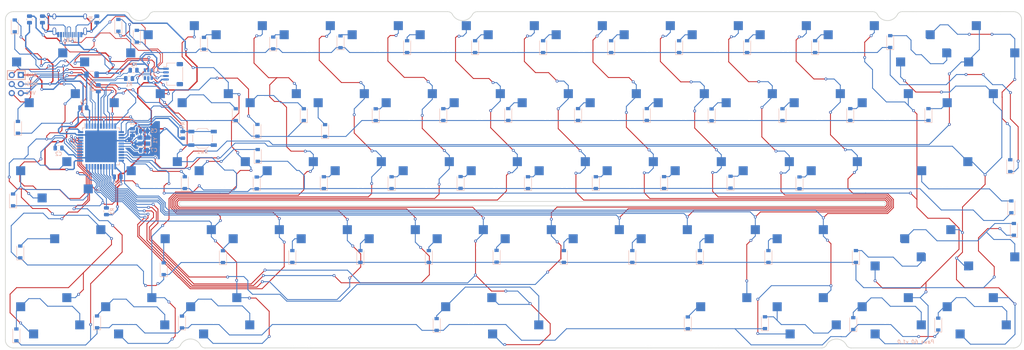
<source format=kicad_pcb>
(kicad_pcb (version 20211014) (generator pcbnew)
  (layers (0 "F.Cu" signal) (31 "B.Cu" signal) (34 "B.Paste" user) (35 "F.Paste" user) (36 "B.SilkS" user "B.Silkscreen") (37 "F.SilkS" user "F.Silkscreen") (38 "B.Mask" user) (39 "F.Mask" user) (44 "Edge.Cuts" user))
  (net 0 "")
  (net 1 "GND")
  (net 2 "XTAL2")
  (net 3 "XTAL1")
  (net 4 "Net-(D1-Pad2)")
  (net 5 "ROW0")
  (net 6 "Net-(D2-Pad2)")
  (net 7 "Net-(D3-Pad2)")
  (net 8 "Net-(D4-Pad2)")
  (net 9 "Net-(D5-Pad2)")
  (net 10 "Net-(D6-Pad2)")
  (net 11 "Net-(D7-Pad2)")
  (net 12 "Net-(D8-Pad2)")
  (net 13 "Net-(D9-Pad2)")
  (net 14 "Net-(D10-Pad2)")
  (net 15 "Net-(D11-Pad2)")
  (net 16 "Net-(D12-Pad2)")
  (net 17 "Net-(D13-Pad2)")
  (net 18 "Net-(D14-Pad2)")
  (net 19 "Net-(D15-Pad2)")
  (net 20 "Net-(D16-Pad2)")
  (net 21 "Net-(D17-Pad2)")
  (net 22 "ROW1")
  (net 23 "Net-(D18-Pad2)")
  (net 24 "Net-(D19-Pad2)")
  (net 25 "Net-(D20-Pad2)")
  (net 26 "Net-(D21-Pad2)")
  (net 27 "Net-(D22-Pad2)")
  (net 28 "Net-(D23-Pad2)")
  (net 29 "Net-(D24-Pad2)")
  (net 30 "Net-(D25-Pad2)")
  (net 31 "Net-(D26-Pad2)")
  (net 32 "Net-(D27-Pad2)")
  (net 33 "Net-(D28-Pad2)")
  (net 34 "Net-(D29-Pad2)")
  (net 35 "Net-(D30-Pad2)")
  (net 36 "Net-(D31-Pad2)")
  (net 37 "Net-(D32-Pad2)")
  (net 38 "ROW2")
  (net 39 "Net-(D33-Pad2)")
  (net 40 "Net-(D34-Pad2)")
  (net 41 "Net-(D35-Pad2)")
  (net 42 "Net-(D36-Pad2)")
  (net 43 "Net-(D37-Pad2)")
  (net 44 "Net-(D38-Pad2)")
  (net 45 "Net-(D39-Pad2)")
  (net 46 "Net-(D40-Pad2)")
  (net 47 "Net-(D41-Pad2)")
  (net 48 "Net-(D43-Pad2)")
  (net 49 "Net-(D44-Pad2)")
  (net 50 "Net-(D46-Pad2)")
  (net 51 "Net-(D47-Pad2)")
  (net 52 "ROW3")
  (net 53 "Net-(D48-Pad2)")
  (net 54 "Net-(D49-Pad2)")
  (net 55 "Net-(D50-Pad2)")
  (net 56 "Net-(D51-Pad2)")
  (net 57 "Net-(D52-Pad2)")
  (net 58 "Net-(D53-Pad2)")
  (net 59 "Net-(D54-Pad2)")
  (net 60 "Net-(D55-Pad2)")
  (net 61 "Net-(D56-Pad2)")
  (net 62 "Net-(D57-Pad2)")
  (net 63 "Net-(D58-Pad2)")
  (net 64 "Net-(D59-Pad2)")
  (net 65 "Net-(D60-Pad2)")
  (net 66 "Net-(D61-Pad2)")
  (net 67 "ROW4")
  (net 68 "Net-(D62-Pad2)")
  (net 69 "Net-(D63-Pad2)")
  (net 70 "VBUS")
  (net 71 "D+")
  (net 72 "D-")
  (net 73 "MOSI")
  (net 74 "SCK")
  (net 75 "MISO")
  (net 76 "COL0")
  (net 77 "COL1")
  (net 78 "COL2")
  (net 79 "COL3")
  (net 80 "COL4")
  (net 81 "COL5")
  (net 82 "COL6")
  (net 83 "COL7")
  (net 84 "COL8")
  (net 85 "COL9")
  (net 86 "COL10")
  (net 87 "COL11")
  (net 88 "COL12")
  (net 89 "COL13")
  (net 90 "COL14")
  (net 93 "+5V")
  (net 94 "/MCU_D+")
  (net 95 "/MCU_D-")
  (net 97 "Net-(C6-Pad1)")
  (net 98 "Net-(R3-Pad2)")
  (net 99 "RST")
  (net 102 "Net-(D42-Pad2)")
  (net 103 "Net-(D45-Pad2)")
  (net 104 "Net-(R5-Pad1)")
  (net 105 "Net-(R6-Pad1)")
  (footprint "MX_Only:MXOnly-1U-Hotswap" (layer "F.Cu") (at 9 9 180)
    (fp_text reference "MX1")
    (fp_text value "1u")
  )
  (footprint "MX_Only:MXOnly-1U-Hotswap" (layer "F.Cu") (at 28.05 9 180)
    (fp_text reference "MX2")
    (fp_text value "1u")
  )
  (footprint "MX_Only:MXOnly-1U-Hotswap" (layer "F.Cu") (at 47.1 9)
    (fp_text reference "MX3")
    (fp_text value "1u")
  )
  (footprint "MX_Only:MXOnly-1U-Hotswap" (layer "F.Cu") (at 66.15 9)
    (fp_text reference "MX4")
    (fp_text value "1u")
  )
  (footprint "MX_Only:MXOnly-1U-Hotswap" (layer "F.Cu") (at 85.2 9)
    (fp_text reference "MX5")
    (fp_text value "1u")
  )
  (footprint "MX_Only:MXOnly-1U-Hotswap" (layer "F.Cu") (at 104.25 9)
    (fp_text reference "MX6")
    (fp_text value "1u")
  )
  (footprint "MX_Only:MXOnly-1U-Hotswap" (layer "F.Cu") (at 123.3 9)
    (fp_text reference "MX7")
    (fp_text value "1u")
  )
  (footprint "MX_Only:MXOnly-1U-Hotswap" (layer "F.Cu") (at 161.4 9)
    (fp_text reference "MX9")
    (fp_text value "1u")
  )
  (footprint "MX_Only:MXOnly-1U-Hotswap" (layer "F.Cu") (at 180.45 9)
    (fp_text reference "MX10")
    (fp_text value "1u")
  )
  (footprint "MX_Only:MXOnly-1U-Hotswap" (layer "F.Cu") (at 199.5 9)
    (fp_text reference "MX11")
    (fp_text value "1u")
  )
  (footprint "MX_Only:MXOnly-1U-Hotswap" (layer "F.Cu") (at 218.55 9)
    (fp_text reference "MX12")
    (fp_text value "1u")
  )
  (footprint "MX_Only:MXOnly-1U-Hotswap" (layer "F.Cu") (at 237.6 9)
    (fp_text reference "MX13")
    (fp_text value "1u")
  )
  (footprint "MX_Only:MXOnly-1U-Hotswap" (layer "F.Cu") (at 256.65 9 180)
    (fp_text reference "MX14")
    (fp_text value "1u")
  )
  (footprint "MX_Only:MXOnly-2U-Hotswap" (layer "F.Cu") (at 266.175 9)
    (fp_text reference "MX16")
    (fp_text value "2u")
  )
  (footprint "MX_Only:MXOnly-1.5U-Hotswap" (layer "F.Cu") (at 13.7625 28.05)
    (fp_text reference "MX17")
    (fp_text value "1.5u")
  )
  (footprint "MX_Only:MXOnly-1U-Hotswap" (layer "F.Cu") (at 37.575 28.05)
    (fp_text reference "MX18")
    (fp_text value "1u")
  )
  (footprint "MX_Only:MXOnly-1U-Hotswap" (layer "F.Cu") (at 56.625 28.05)
    (fp_text reference "MX19")
    (fp_text value "1u")
  )
  (footprint "MX_Only:MXOnly-1U-Hotswap" (layer "F.Cu") (at 75.675 28.05)
    (fp_text reference "MX20")
    (fp_text value "1u")
  )
  (footprint "MX_Only:MXOnly-1U-Hotswap" (layer "F.Cu") (at 94.725 28.05)
    (fp_text reference "MX21")
    (fp_text value "1u")
  )
  (footprint "MX_Only:MXOnly-1U-Hotswap" (layer "F.Cu") (at 113.775 28.05)
    (fp_text reference "MX22")
    (fp_text value "1u")
  )
  (footprint "MX_Only:MXOnly-1U-Hotswap" (layer "F.Cu") (at 132.825 28.05)
    (fp_text reference "MX23")
    (fp_text value "1u")
  )
  (footprint "MX_Only:MXOnly-1U-Hotswap" (layer "F.Cu") (at 151.875 28.05)
    (fp_text reference "MX24")
    (fp_text value "1u")
  )
  (footprint "MX_Only:MXOnly-1U-Hotswap" (layer "F.Cu") (at 170.925 28.05)
    (fp_text reference "MX25")
    (fp_text value "1u")
  )
  (footprint "MX_Only:MXOnly-1U-Hotswap" (layer "F.Cu") (at 189.975 28.05)
    (fp_text reference "MX26")
    (fp_text value "1u")
  )
  (footprint "MX_Only:MXOnly-1U-Hotswap" (layer "F.Cu") (at 209.025 28.05)
    (fp_text reference "MX27")
    (fp_text value "1u")
  )
  (footprint "MX_Only:MXOnly-1U-Hotswap" (layer "F.Cu") (at 228.075 28.05)
    (fp_text reference "MX28")
    (fp_text value "1u")
  )
  (footprint "MX_Only:MXOnly-1U-Hotswap" (layer "F.Cu") (at 247.125 28.05)
    (fp_text reference "MX29")
    (fp_text value "1u")
  )
  (footprint "MX_Only:MXOnly-1.5U-Hotswap" (layer "F.Cu") (at 270.9375 28.05)
    (fp_text reference "MX30")
    (fp_text value "1.5u")
  )
  (footprint "MX_Only:MXOnly-1.25U-Hotswap" (layer "F.Cu") (at 11.38125 47.1)
    (fp_text reference "MX31")
    (fp_text value "1.25u")
  )
  (footprint "MX_Only:MXOnly-1.75U-Hotswap" (layer "F.Cu") (at 16.14375 47.1 180)
    (fp_text reference "MX32")
    (fp_text value "1.75u")
  )
  (footprint "MX_Only:MXOnly-1U-Hotswap" (layer "F.Cu") (at 42.3375 47.1)
    (fp_text reference "MX33")
    (fp_text value "1u")
  )
  (footprint "MX_Only:MXOnly-1U-Hotswap" (layer "F.Cu") (at 61.3875 47.1)
    (fp_text reference "MX34")
    (fp_text value "1u")
  )
  (footprint "MX_Only:MXOnly-1U-Hotswap" (layer "F.Cu") (at 80.4375 47.1)
    (fp_text reference "MX35")
    (fp_text value "1u")
  )
  (footprint "MX_Only:MXOnly-1U-Hotswap" (layer "F.Cu") (at 99.4875 47.1)
    (fp_text reference "MX36")
    (fp_text value "1u")
  )
  (footprint "MX_Only:MXOnly-1U-Hotswap" (layer "F.Cu") (at 118.5375 47.1)
    (fp_text reference "MX37")
    (fp_text value "1u")
  )
  (footprint "MX_Only:MXOnly-1U-Hotswap" (layer "F.Cu") (at 137.5875 47.1)
    (fp_text reference "MX38")
    (fp_text value "1u")
  )
  (footprint "MX_Only:MXOnly-1U-Hotswap" (layer "F.Cu") (at 156.6375 47.1)
    (fp_text reference "MX39")
    (fp_text value "1u")
  )
  (footprint "MX_Only:MXOnly-1U-Hotswap" (layer "F.Cu") (at 175.6875 47.1)
    (fp_text reference "MX40")
    (fp_text value "1u")
  )
  (footprint "MX_Only:MXOnly-1U-Hotswap" (layer "F.Cu") (at 194.7375 47.1)
    (fp_text reference "MX41")
    (fp_text value "1u")
  )
  (footprint "MX_Only:MXOnly-1U-Hotswap" (layer "F.Cu") (at 213.7875 47.1)
    (fp_text reference "MX42")
    (fp_text value "1u")
  )
  (footprint "MX_Only:MXOnly-1U-Hotswap" (layer "F.Cu") (at 232.8375 47.1)
    (fp_text reference "MX43")
    (fp_text value "1u")
  )
  (footprint "MX_Only:MXOnly-2.25U-Hotswap" (layer "F.Cu") (at 263.79375 47.1)
    (fp_text reference "MX44")
    (fp_text value "2.25u")
  )
  (footprint "MX_Only:MXOnly-2.25U-Hotswap" (layer "F.Cu") (at 20.90625 66.15)
    (fp_text reference "MX45")
    (fp_text value "2.25u")
  )
  (footprint "MX_Only:MXOnly-1U-Hotswap" (layer "F.Cu") (at 51.8625 66.15)
    (fp_text reference "MX46")
    (fp_text value "1u")
  )
  (footprint "MX_Only:MXOnly-1U-Hotswap" (layer "F.Cu") (at 70.9125 66.15)
    (fp_text reference "MX47")
    (fp_text value "1u")
  )
  (footprint "MX_Only:MXOnly-1U-Hotswap" (layer "F.Cu") (at 89.9625 66.15)
    (fp_text reference "MX48")
    (fp_text value "1u")
  )
  (footprint "MX_Only:MXOnly-1U-Hotswap" (layer "F.Cu") (at 109.0125 66.15)
    (fp_text reference "MX49")
    (fp_text value "1u")
  )
  (footprint "MX_Only:MXOnly-1U-Hotswap" (layer "F.Cu") (at 128.0625 66.15)
    (fp_text reference "MX50")
    (fp_text value "1u")
  )
  (footprint "MX_Only:MXOnly-1U-Hotswap" (layer "F.Cu") (at 147.1125 66.15)
    (fp_text reference "MX51")
    (fp_text value "1u")
  )
  (footprint "MX_Only:MXOnly-1U-Hotswap" (layer "F.Cu") (at 166.1625 66.15)
    (fp_text reference "MX52")
    (fp_text value "1u")
  )
  (footprint "MX_Only:MXOnly-1U-Hotswap" (layer "F.Cu") (at 185.2125 66.15)
    (fp_text reference "MX53")
    (fp_text value "1u")
  )
  (footprint "MX_Only:MXOnly-1U-Hotswap" (layer "F.Cu") (at 204.2625 66.15)
    (fp_text reference "MX54")
    (fp_text value "1u")
  )
  (footprint "MX_Only:MXOnly-1U-Hotswap" (layer "F.Cu") (at 223.3125 66.15)
    (fp_text reference "MX55")
    (fp_text value "1u")
  )
  (footprint "MX_Only:MXOnly-1.75U-Hotswap" (layer "F.Cu") (at 249.50625 66.15 180)
    (fp_text reference "MX56")
    (fp_text value "1.75u")
  )
  (footprint "MX_Only:MXOnly-1U-Hotswap" (layer "F.Cu") (at 275.7 66.15 180)
    (fp_text reference "MX57")
    (fp_text value "1u")
  )
  (footprint "MX_Only:MXOnly-1.25U-Hotswap" (layer "F.Cu") (at 35.19375 85.2)
    (fp_text reference "MX60")
    (fp_text value "1.25u")
  )
  (footprint "MX_Only:MXOnly-1.25U-Hotswap" (layer "F.Cu") (at 59.00625 85.2)
    (fp_text reference "MX61")
    (fp_text value "1.25u")
  )
  (footprint "MX_Only:MXOnly-1.25U-Hotswap" (layer "F.Cu") (at 201.88125 85.2)
    (fp_text reference "MX63")
    (fp_text value "1.25u")
  )
  (footprint "MX_Only:MXOnly-1.25U-Hotswap" (layer "F.Cu") (at 225.69375 85.2 180)
    (fp_text reference "MX64")
    (fp_text value "1.25u")
  )
  (footprint "MX_Only:MXOnly-1.25U-Hotswap" (layer "F.Cu") (at 249.50625 85.2 180)
    (fp_text reference "MX65")
    (fp_text value "1.25u")
  )
  (footprint "MX_Only:MXOnly-1.25U-Hotswap" (layer "F.Cu") (at 273.31875 85.2 180)
    (fp_text reference "MX66")
    (fp_text value "1.25u")
  )
  (footprint "MX_Only:MXOnly-1.5U-Hotswap" (layer "F.Cu") (at 223.3125 85.2)
    (fp_text reference "MX71")
    (fp_text value "1.5u")
  )
  (footprint "MX_Only:MXOnly-1U-Hotswap" (layer "F.Cu") (at 142.35 9)
    (fp_text reference "MX8")
    (fp_text value "1u")
  )
  (footprint "MX_Only:MXOnly-2.75U-Hotswap" (layer "F.Cu") (at 259.03125 66.15)
    (fp_text reference "MX58")
    (fp_text value "2.75u")
  )
  (footprint "MX_Only:MXOnly-1U-Hotswap" (layer "F.Cu") (at 37.575 85.2 180)
    (fp_text reference "MX68")
    (fp_text value "1u")
  )
  (footprint "MX_Only:MXOnly-1.5U-Hotswap" (layer "F.Cu") (at 61.3875 85.2 180)
    (fp_text reference "MX69")
    (fp_text value "1.5u")
  )
  (footprint "MX_Only:MXOnly-7U-Hotswap" (layer "F.Cu") (at 142.35 85.2 180)
    (fp_text reference "MX70")
    (fp_text value "7u")
  )
  (footprint "MX_Only:MXOnly-1U-Hotswap" (layer "F.Cu") (at 247.125 85.2)
    (fp_text reference "MX72")
    (fp_text value "1u")
  )
  (footprint "MX_Only:MXOnly-1.5U-Hotswap" (layer "F.Cu") (at 270.9375 85.2)
    (fp_text reference "MX73")
    (fp_text value "1.5u")
  )
  (footprint "MX_Only:MXOnly-6.25U-Hotswap-ReversedStabilizers" (layer "F.Cu") (at 130.44375 85.2)
    (fp_text reference "MX62")
    (fp_text value "6.25u")
  )
  (footprint "MX_Only:MXOnly-1.25U-Hotswap" (layer "F.Cu") (at 11.38125 85.2)
    (fp_text reference "MX59")
    (fp_text value "1.25u")
  )
  (footprint "MX_Only:MXOnly-1.5U-Hotswap" (layer "F.Cu") (at 13.7625 85.2 180)
    (fp_text reference "MX67")
    (fp_text value "1.5u")
  )
  (footprint "MX_Only:MXOnly-1U-Hotswap" (layer "F.Cu") (at 275.7 9 180)
    (fp_text reference "MX15")
    (fp_text value "1u")
  )
  (footprint "Fuse:Fuse_1206_3216Metric" (layer "B.Cu") (at 24.16304 17.622268)
    (fp_text reference "F1")
    (fp_text value "500mA")
  )
  (footprint "Connector_JST:JST_SH_SM04B-SRSS-TB_1x04-1MP_P1.00mm_Horizontal" (layer "B.Cu") (at 47 17.5 -90)
    (fp_text reference "J1" hide)
    (fp_text value "JST SH 4-pin")
  )
  (footprint "random-keyboard-parts:Reset_Pretty" (layer "B.Cu") (at 3.069397 20.281179)
    (fp_text reference "J2")
    (fp_text value "AVR-ISP-6")
  )
  (footprint "Resistor_SMD:R_0805_2012Metric" (layer "B.Cu") (at 34.658514 18.745951)
    (fp_text reference "R1")
    (fp_text value "22")
  )
  (footprint "Resistor_SMD:R_0805_2012Metric" (layer "B.Cu") (at 35.92735 16.410394)
    (fp_text reference "R2")
    (fp_text value "22")
  )
  (footprint "Button_Switch_SMD:SW_SPST_TL3342" (layer "B.Cu") (at 55.24375 35.485)
    (fp_text reference "SW1")
    (fp_text value "Reset")
  )
  (footprint "Capacitor_SMD:C_0805_2012Metric" (layer "B.Cu") (at 38.859648 33.396709 180)
    (fp_text reference "C5")
    (fp_text value "22p")
  )
  (footprint "Capacitor_SMD:C_0805_2012Metric" (layer "B.Cu") (at 21.83471 26.926135 180)
    (fp_text reference "C4")
    (fp_text value "10u")
  )
  (footprint "Capacitor_SMD:C_0805_2012Metric" (layer "B.Cu") (at 31.449883 46.285669)
    (fp_text reference "C3")
    (fp_text value "0.1u")
  )
  (footprint "Package_QFP:TQFP-44_10x10mm_P0.8mm" (layer "B.Cu") (at 26.782533 37.739519 -90)
    (fp_text reference "U2")
    (fp_text value "ATmega32U4-AU")
  )
  (footprint "Crystal:Crystal_SMD_3225-4Pin_3.2x2.5mm" (layer "B.Cu") (at 38.825552 36.124359 180)
    (fp_text reference "Y1")
    (fp_text value "16MHz")
  )
  (footprint "Capacitor_SMD:C_0805_2012Metric" (layer "B.Cu") (at 35.607902 33.742918 -90)
    (fp_text reference "C1")
    (fp_text value "0.1u")
  )
  (footprint "Resistor_SMD:R_0805_2012Metric" (layer "B.Cu") (at 49.71 34.52 -90)
    (fp_text reference "R4")
    (fp_text value "10k")
  )
  (footprint "Diode_SMD:D_SOD-123" (layer "B.Cu") (at 2.637741 3.98181 90)
    (fp_text reference "D1")
    (fp_text value "1N4148")
  )
  (footprint "Diode_SMD:D_SOD-123" (layer "B.Cu") (at 31.665291 3.832611 90)
    (fp_text reference "D2")
    (fp_text value "1N4148")
  )
  (footprint "Diode_SMD:D_SOD-123" (layer "B.Cu") (at 36.833774 6.8824 90)
    (fp_text reference "D3")
    (fp_text value "1N4148")
  )
  (footprint "Diode_SMD:D_SOD-123" (layer "B.Cu") (at 55.642282 8.849516 90)
    (fp_text reference "D4")
    (fp_text value "1N4148")
  )
  (footprint "Diode_SMD:D_SOD-123" (layer "B.Cu") (at 75.046453 8.755562 90)
    (fp_text reference "D5")
    (fp_text value "1N4148")
  )
  (footprint "Diode_SMD:D_SOD-123" (layer "B.Cu") (at 93.90129 8.430291 90)
    (fp_text reference "D6")
    (fp_text value "1N4148")
  )
  (footprint "Diode_SMD:D_SOD-123" (layer "B.Cu") (at 112.55375 9.79375 90)
    (fp_text reference "D7")
    (fp_text value "1N4148")
  )
  (footprint "Diode_SMD:D_SOD-123" (layer "B.Cu") (at 131.60375 9.79375 90)
    (fp_text reference "D8")
    (fp_text value "1N4148")
  )
  (footprint "Diode_SMD:D_SOD-123" (layer "B.Cu") (at 150.65375 9.79375 90)
    (fp_text reference "D9")
    (fp_text value "1N4148")
  )
  (footprint "Diode_SMD:D_SOD-123" (layer "B.Cu") (at 169.70375 9.79375 90)
    (fp_text reference "D10")
    (fp_text value "1N4148")
  )
  (footprint "Diode_SMD:D_SOD-123" (layer "B.Cu") (at 188.75375 9.79375 90)
    (fp_text reference "D11")
    (fp_text value "1N4148")
  )
  (footprint "Diode_SMD:D_SOD-123" (layer "B.Cu") (at 207.80375 9.79375 90)
    (fp_text reference "D12")
    (fp_text value "1N4148")
  )
  (footprint "Diode_SMD:D_SOD-123" (layer "B.Cu") (at 247.895118 8.372452 90)
    (fp_text reference "D14")
    (fp_text value "1N4148")
  )
  (footprint "Diode_SMD:D_SOD-123" (layer "B.Cu") (at 281.515426 43.131209 90)
    (fp_text reference "D15")
    (fp_text value "1N4148")
  )
  (footprint "Diode_SMD:D_SOD-123" (layer "B.Cu") (at 3.530355 32.399098 90)
    (fp_text reference "D16")
    (fp_text value "1N4148")
  )
  (footprint "Diode_SMD:D_SOD-123" (layer "B.Cu") (at 70.614414 33.244321 90)
    (fp_text reference "D17")
    (fp_text value "1N4148")
  )
  (footprint "Diode_SMD:D_SOD-123" (layer "B.Cu") (at 64.5625 28.84375 90)
    (fp_text reference "D18")
    (fp_text value "1N4148")
  )
  (footprint "Diode_SMD:D_SOD-123" (layer "B.Cu") (at 83.6125 28.84375 90)
    (fp_text reference "D19")
    (fp_text value "1N4148")
  )
  (footprint "Diode_SMD:D_SOD-123" (layer "B.Cu") (at 89.572531 33.301911 90)
    (fp_text reference "D20")
    (fp_text value "1N4148")
  )
  (footprint "Diode_SMD:D_SOD-123" (layer "B.Cu") (at 103.764217 28.853644 90)
    (fp_text reference "D21")
    (fp_text value "1N4148")
  )
  (footprint "Diode_SMD:D_SOD-123" (layer "B.Cu") (at 122.6951 28.828611 90)
    (fp_text reference "D22")
    (fp_text value "1N4148")
  )
  (footprint "Diode_SMD:D_SOD-123" (layer "B.Cu") (at 140.892217 28.805247 90)
    (fp_text reference "D23")
    (fp_text value "1N4148")
  )
  (footprint "Diode_SMD:D_SOD-123" (layer "B.Cu") (at 160.446296 28.805247 90)
    (fp_text reference "D24")
    (fp_text value "1N4148")
  )
  (footprint "Diode_SMD:D_SOD-123" (layer "B.Cu") (at 179.705537 28.805247 90)
    (fp_text reference "D25")
    (fp_text value "1N4148")
  )
  (footprint "Diode_SMD:D_SOD-123" (layer "B.Cu") (at 197.856133 28.898289 90)
    (fp_text reference "D26")
    (fp_text value "1N4148")
  )
  (footprint "Diode_SMD:D_SOD-123" (layer "B.Cu") (at 217.712495 28.836261 90)
    (fp_text reference "D27")
    (fp_text value "1N4148")
  )
  (footprint "Diode_SMD:D_SOD-123" (layer "B.Cu") (at 236.700467 28.813104 90)
    (fp_text reference "D28")
    (fp_text value "1N4148")
  )
  (footprint "Diode_SMD:D_SOD-123" (layer "B.Cu") (at 258.60375 28.813104 90)
    (fp_text reference "D29")
    (fp_text value "1N4148")
  )
  (footprint "Diode_SMD:D_SOD-123" (layer "B.Cu") (at 2.166024 52.724493 90)
    (fp_text reference "D30")
    (fp_text value "1N4148")
  )
  (footprint "Diode_SMD:D_SOD-123" (layer "B.Cu") (at 50.275 47.89375 90)
    (fp_text reference "D31")
    (fp_text value "1N4148")
  )
  (footprint "Diode_SMD:D_SOD-123" (layer "B.Cu") (at 70.711092 40.269478 90)
    (fp_text reference "D32")
    (fp_text value "1N4148")
  )
  (footprint "Diode_SMD:D_SOD-123" (layer "B.Cu") (at 70.421387 47.966942 90)
    (fp_text reference "D33")
    (fp_text value "1N4148")
  )
  (footprint "Diode_SMD:D_SOD-123" (layer "B.Cu") (at 108.202092 47.892469 90)
    (fp_text reference "D35")
    (fp_text value "1N4148")
  )
  (footprint "Diode_SMD:D_SOD-123" (layer "B.Cu") (at 127.52964 47.842799 90)
    (fp_text reference "D36")
    (fp_text value "1N4148")
  )
  (footprint "Diode_SMD:D_SOD-123" (layer "B.Cu") (at 146.412697 47.894118 90)
    (fp_text reference "D37")
    (fp_text value "1N4148")
  )
  (footprint "Diode_SMD:D_SOD-123" (layer "B.Cu") (at 165.423826 47.886261 90)
    (fp_text reference "D38")
    (fp_text value "1N4148")
  )
  (footprint "Diode_SMD:D_SOD-123" (layer "B.Cu") (at 184.535854 47.863104 90)
    (fp_text reference "D39")
    (fp_text value "1N4148")
  )
  (footprint "Diode_SMD:D_SOD-123" (layer "B.Cu") (at 203.159516 47.762205 90)
    (fp_text reference "D40")
    (fp_text value "1N4148")
  )
  (footprint "Diode_SMD:D_SOD-123" (layer "B.Cu") (at 222.480785 47.948289 90)
    (fp_text reference "D41")
    (fp_text value "1N4148")
  )
  (footprint "Diode_SMD:D_SOD-123" (layer "B.Cu") (at 281.82535 54.670198 90)
    (fp_text reference "D42")
    (fp_text value "1N4148")
  )
  (footprint "Diode_SMD:D_SOD-123" (layer "B.Cu") (at 4.189636 67.306646 90)
    (fp_text reference "D43")
    (fp_text value "1N4148")
  )
  (footprint "Diode_SMD:D_SOD-123" (layer "B.Cu") (at 44.362632 72.00256 90)
    (fp_text reference "D44")
    (fp_text value "1N4148")
  )
  (footprint "Diode_SMD:D_SOD-123" (layer "B.Cu") (at 60.973099 68.621409 90)
    (fp_text reference "D45")
    (fp_text value "1N4148")
  )
  (footprint "Diode_SMD:D_SOD-123" (layer "B.Cu") (at 80.406209 68.58 90)
    (fp_text reference "D46")
    (fp_text value "1N4148")
  )
  (footprint "Diode_SMD:D_SOD-123" (layer "B.Cu") (at 99.463424 68.58 90)
    (fp_text reference "D47")
    (fp_text value "1N4148")
  )
  (footprint "Diode_SMD:D_SOD-123" (layer "B.Cu") (at 118.638151 68.58 90)
    (fp_text reference "D48")
    (fp_text value "1N4148")
  )
  (footprint "Diode_SMD:D_SOD-123" (layer "B.Cu") (at 137.621263 68.514945 90)
    (fp_text reference "D49")
    (fp_text value "1N4148")
  )
  (footprint "Diode_SMD:D_SOD-123" (layer "B.Cu") (at 156.467052 68.58 90)
    (fp_text reference "D50")
    (fp_text value "1N4148")
  )
  (footprint "Diode_SMD:D_SOD-123" (layer "B.Cu") (at 175.641779 68.58 90)
    (fp_text reference "D51")
    (fp_text value "1N4148")
  )
  (footprint "Diode_SMD:D_SOD-123" (layer "B.Cu") (at 194.574268 68.58 90)
    (fp_text reference "D52")
    (fp_text value "1N4148")
  )
  (footprint "Diode_SMD:D_SOD-123" (layer "B.Cu") (at 213.770639 68.58 90)
    (fp_text reference "D53")
    (fp_text value "1N4148")
  )
  (footprint "Diode_SMD:D_SOD-123" (layer "B.Cu") (at 238.287942 68.58 90)
    (fp_text reference "D54")
    (fp_text value "1N4148")
  )
  (footprint "Diode_SMD:D_SOD-123" (layer "B.Cu") (at 282.538882 60.985198 90)
    (fp_text reference "D55")
    (fp_text value "1N4148")
  )
  (footprint "Diode_SMD:D_SOD-123" (layer "B.Cu") (at 3.09459 90.540521 90)
    (fp_text reference "D56")
    (fp_text value "1N4148")
  )
  (footprint "Diode_SMD:D_SOD-123" (layer "B.Cu") (at 25.692115 86.892719 90)
    (fp_text reference "D57")
    (fp_text value "1N4148")
  )
  (footprint "Diode_SMD:D_SOD-123" (layer "B.Cu") (at 49.487444 86.934128 90)
    (fp_text reference "D58")
    (fp_text value "1N4148")
  )
  (footprint "Diode_SMD:D_SOD-123" (layer "B.Cu") (at 120.830064 87.63 90)
    (fp_text reference "D59")
    (fp_text value "1N4148")
  )
  (footprint "Diode_SMD:D_SOD-123" (layer "B.Cu") (at 212.80485 87.127515 90)
    (fp_text reference "D61")
    (fp_text value "1N4148")
  )
  (footprint "Diode_SMD:D_SOD-123" (layer "B.Cu") (at 237.541796 87.374282 90)
    (fp_text reference "D62")
    (fp_text value "1N4148")
  )
  (footprint "Diode_SMD:D_SOD-123" (layer "B.Cu") (at 261.348137 87.514927 90)
    (fp_text reference "D63")
    (fp_text value "1N4148")
  )
  (footprint "Diode_SMD:D_SOD-123" (layer "B.Cu") (at 226.85375 9.79375 90)
    (fp_text reference "D13")
    (fp_text value "1N4148")
  )
  (footprint "Capacitor_SMD:C_0805_2012Metric" (layer "B.Cu") (at 26.044727 21.440374 -90)
    (fp_text reference "C6")
    (fp_text value "1u")
  )
  (footprint "Capacitor_SMD:C_0805_2012Metric" (layer "B.Cu") (at 38.8426 38.834962 180)
    (fp_text reference "C7")
    (fp_text value "22p")
  )
  (footprint "Resistor_SMD:R_0805_2012Metric" (layer "B.Cu") (at 28.314928 55.915932 90)
    (fp_text reference "R3")
    (fp_text value "10k")
  )
  (footprint "Diode_SMD:D_SOD-123" (layer "B.Cu") (at 89.229516 47.892469 90)
    (fp_text reference "D34")
    (fp_text value "1N4148")
  )
  (footprint "Diode_SMD:D_SOD-123" (layer "B.Cu") (at 191.195994 87.16479 90)
    (fp_text reference "D60")
    (fp_text value "1N4148")
  )
  (footprint "Capacitor_SMD:C_0805_2012Metric" (layer "B.Cu") (at 14.911087 38.205047)
    (fp_text reference "C2")
    (fp_text value "0.1u")
  )
  (footprint "Package_TO_SOT_SMD:SOT-23-6" (layer "B.Cu") (at 40.05178 17.494792 90)
    (fp_text reference "U1" hide)
    (fp_text value "SRV05-4")
  )
  (footprint "Type-C:HRO-TYPE-C-31-M-12" (layer "B.Cu") (at 18.0428 -1.27)
    (fp_text reference "USB1")
    (fp_text value "HRO-TYPE-C-31-M-12")
  )
  (footprint "Resistor_SMD:R_0805_2012Metric" (layer "B.Cu") (at 6.759945 2.172604 90)
    (fp_text reference "F2" hide)
    (fp_text value "Polyfuse")
  )
  (footprint "Resistor_SMD:R_0805_2012Metric" (layer "B.Cu") (at 25.626044 2.172604 -90)
    (fp_text reference "R6")
    (fp_text value "5.1k")
  )
  (footprint "Resistor_SMD:R_0805_2012Metric" (layer "B.Cu") (at 10.394576 2.172604 -90)
    (fp_text reference "R5" hide)
    (fp_text value "5.1k")
  )
  (gr_arc (start 2.25 94.2) (mid 0.65901 93.54099) (end 0 91.95) (layer "Edge.Cuts") (width 0.2))
  (gr_line (start 245.898656 53.167106) (end 49.25801 53.167777) (layer "Edge.Cuts") (width 0.2))
  (gr_arc (start 49.069429 93.393548) (mid 48.517109 93.982638) (end 47.739395 94.2) (layer "Edge.Cuts") (width 0.2))
  (gr_arc (start 249.918072 0.806452) (mid 250.470392 0.217362) (end 251.248106 0) (layer "Edge.Cuts") (width 0.2))
  (gr_arc (start 230.044429 93.393548) (mid 229.492109 93.982638) (end 228.714395 94.2) (layer "Edge.Cuts") (width 0.2))
  (gr_arc (start 282.45 0) (mid 284.04099 0.65901) (end 284.7 2.25) (layer "Edge.Cuts") (width 0.2))
  (gr_arc (start 249.918071 0.806452) (mid 247.125 2.5) (end 244.331929 0.806451) (layer "Edge.Cuts") (width 0.2))
  (gr_arc (start 245.898656 53.167106) (mid 246.563915 53.755008) (end 245.951516 54.397789) (layer "Edge.Cuts") (width 0.2))
  (gr_arc (start 49.25801 54.39846) (mid 48.676107 53.783119) (end 49.25801 53.167777) (layer "Edge.Cuts") (width 0.2))
  (gr_arc (start 123.939394 0) (mid 124.717108 0.217361) (end 125.269429 0.806451) (layer "Edge.Cuts") (width 0.2))
  (gr_line (start 243.001895 0) (end 132.185606 0) (layer "Edge.Cuts") (width 0.2))
  (gr_arc (start 130.855571 0.806452) (mid 128.0625 2.5) (end 125.269429 0.806451) (layer "Edge.Cuts") (width 0.2))
  (gr_arc (start 236.960606 94.2) (mid 236.182892 93.982638) (end 235.630572 93.393548) (layer "Edge.Cuts") (width 0.2))
  (gr_line (start 0 91.95) (end 0 2.25) (layer "Edge.Cuts") (width 0.2))
  (gr_arc (start 40.368072 0.806452) (mid 40.920392 0.217362) (end 41.698106 0) (layer "Edge.Cuts") (width 0.2))
  (gr_arc (start 49.069428 93.393548) (mid 51.8625 91.699999) (end 54.655572 93.393548) (layer "Edge.Cuts") (width 0.2))
  (gr_line (start 33.451895 0) (end 2.25 0) (layer "Edge.Cuts") (width 0.2))
  (gr_arc (start 0 2.25) (mid 0.65901 0.65901) (end 2.25 0) (layer "Edge.Cuts") (width 0.2))
  (gr_arc (start 33.451894 0) (mid 34.229608 0.217361) (end 34.781929 0.806451) (layer "Edge.Cuts") (width 0.2))
  (gr_line (start 245.951516 54.397789) (end 49.25801 54.39846) (layer "Edge.Cuts") (width 0.2))
  (gr_arc (start 55.985606 94.2) (mid 55.207892 93.982638) (end 54.655572 93.393548) (layer "Edge.Cuts") (width 0.2))
  (gr_line (start 282.45 94.2) (end 236.960606 94.2) (layer "Edge.Cuts") (width 0.2))
  (gr_arc (start 284.7 91.95) (mid 284.04099 93.54099) (end 282.45 94.2) (layer "Edge.Cuts") (width 0.2))
  (gr_arc (start 40.368071 0.806452) (mid 37.575 2.5) (end 34.781929 0.806451) (layer "Edge.Cuts") (width 0.2))
  (gr_arc (start 230.044428 93.393548) (mid 232.8375 91.699999) (end 235.630572 93.393548) (layer "Edge.Cuts") (width 0.2))
  (gr_line (start 284.7 91.95) (end 284.7 2.25) (layer "Edge.Cuts") (width 0.2))
  (gr_line (start 123.939395 0) (end 41.698106 0) (layer "Edge.Cuts") (width 0.2))
  (gr_arc (start 243.001894 0) (mid 243.779608 0.217361) (end 244.331929 0.806451) (layer "Edge.Cuts") (width 0.2))
  (gr_line (start 228.714395 94.2) (end 55.985606 94.2) (layer "Edge.Cuts") (width 0.2))
  (gr_line (start 47.739395 94.2) (end 2.25 94.2) (layer "Edge.Cuts") (width 0.2))
  (gr_arc (start 130.855572 0.806452) (mid 131.407892 0.217362) (end 132.185606 0) (layer "Edge.Cuts") (width 0.2))
  (gr_line (start 282.45 0) (end 251.248106 0) (layer "Edge.Cuts") (width 0.2))
  (gr_text "Paws 60 v1.0" (at 255.1125 92.4875) (layer "B.SilkS") (effects (font (size 1 1) (thickness 0.15) italic) (justify mirror)))
  (segment (start 12.063285 4.830465) (end 11.38375 5.51) (width 0.381) (layer "F.Cu") (net 1))
  (segment (start 10.218265 21.732595) (end 10.229502 21.721358) (width 0.381) (layer "F.Cu") (net 1))
  (segment (start 51.279693 21.941544) (end 43.589013 21.941544) (width 0.381) (layer "F.Cu") (net 1))
  (segment (start 40.8875 27.7275) (end 37.090363 23.930363) (width 0.381) (layer "F.Cu") (net 1))
  (segment (start 34.969991 36.139519) (end 36.018476 37.188004) (width 0.381) (layer "F.Cu") (net 1))
  (segment (start 53.699195 19.522042) (end 51.279693 21.941544) (width 0.381) (layer "F.Cu") (net 1))
  (segment (start 32.335314 48.228496) (end 31.41375 49.15006) (width 0.381) (layer "F.Cu") (net 1))
  (segment (start 53.699195 15.360497) (end 53.699195 19.522042) (width 0.381) (layer "F.Cu") (net 1))
  (segment (start 32.383222 48.228496) (end 32.335314 48.228496) (width 0.381) (layer "F.Cu") (net 1))
  (segment (start 24.079752 3.046952) (end 24.079752 5.506002) (width 0.381) (layer "F.Cu") (net 1))
  (segment (start 41.550804 19.903335) (end 38.765829 19.903335) (width 0.381) (layer "F.Cu") (net 1))
  (segment (start 10.229502 21.721358) (end 10.229502 19.409501) (width 0.381) (layer "F.Cu") (net 1))
  (segment (start 50.591823 10.592213) (end 50.591823 12.253125) (width 0.381) (layer "F.Cu") (net 1))
  (segment (start 41.398276 32.807026) (end 44.621629 32.807026) (width 0.381) (layer "F.Cu") (net 1))
  (segment (start 37.090363 23.930363) (end 37.090363 21.578801) (width 0.381) (layer "F.Cu") (net 1))
  (segment (start 31.41375 49.15006) (end 31.41375 54.63) (width 0.381) (layer "F.Cu") (net 1))
  (segment (start 40.8875 32.29625) (end 41.398276 32.807026) (width 0.381) (layer "F.Cu") (net 1))
  (segment (start 8.56118 17.741179) (end 4.339397 17.741179) (width 0.381) (layer "F.Cu") (net 1))
  (segment (start 37.090363 21.578801) (end 38.765829 19.903335) (width 0.381) (layer "F.Cu") (net 1))
  (segment (start 10.229502 19.409501) (end 8.56118 17.741179) (width 0.381) (layer "F.Cu") (net 1))
  (segment (start 22.3628 1.33) (end 24.079752 3.046952) (width 0.381) (layer "F.Cu") (net 1))
  (segment (start 50.591823 12.253125) (end 53.699195 15.360497) (width 0.381) (layer "F.Cu") (net 1))
  (segment (start 43.589013 21.941544) (end 41.550804 19.903335) (width 0.381) (layer "F.Cu") (net 1))
  (segment (start 12.063285 0.800168) (end 12.063285 4.830465) (width 0.381) (layer "F.Cu") (net 1))
  (segment (start 34.148801 36.139519) (end 34.969991 36.139519) (width 0.381) (layer "F.Cu") (net 1))
  (segment (start 40.8875 32.29625) (end 40.8875 27.7275) (width 0.381) (layer "F.Cu") (net 1))
  (via (at 32.383222 48.228496) (size 0.8) (drill 0.4) (layers "F.Cu" "B.Cu") (net 1))
  (via (at 24.079752 5.506002) (size 0.8) (drill 0.4) (layers "F.Cu" "B.Cu") (net 1))
  (via (at 11.38375 5.51) (size 0.8) (drill 0.4) (layers "F.Cu" "B.Cu") (net 1))
  (via (at 34.148801 36.139519) (size 0.8) (drill 0.4) (layers "F.Cu" "B.Cu") (net 1))
  (via (at 36.018476 37.188004) (size 0.8) (drill 0.4) (layers "F.Cu" "B.Cu") (net 1))
  (via (at 12.063285 0.800168) (size 0.8) (drill 0.4) (layers "F.Cu" "B.Cu") (net 1))
  (via (at 31.41375 54.63) (size 0.8) (drill 0.4) (layers "F.Cu" "B.Cu") (net 1))
  (via (at 10.218265 21.732595) (size 0.8) (drill 0.4) (layers "F.Cu" "B.Cu") (net 1))
  (via (at 41.550804 19.903335) (size 0.8) (drill 0.4) (layers "F.Cu" "B.Cu") (net 1))
  (via (at 50.591823 10.592213) (size 0.8) (drill 0.4) (layers "F.Cu" "B.Cu") (net 1))
  (via (at 44.635835 32.787137) (size 0.8) (drill 0.4) (layers "F.Cu" "B.Cu") (net 1))
  (segment (start 42.143326 33.396709) (end 39.797148 33.396709) (width 0.381) (layer "B.Cu") (net 1))
  (segment (start 15.623727 32.160023) (end 19.329381 32.160023) (width 0.381) (layer "B.Cu") (net 1))
  (segment (start 25.990623 38.969056) (end 28.207443 38.969056) (width 0.381) (layer "B.Cu") (net 1))
  (segment (start 44.655724 32.807026) (end 44.635835 32.787137) (width 0.381) (layer "B.Cu") (net 1))
  (segment (start 26.044727 31.977325) (end 25.982533 32.039519) (width 0.381) (layer "B.Cu") (net 1))
  (segment (start 10.394576 3.085104) (end 10.394576 4.520826) (width 0.381) (layer "B.Cu") (net 1))
  (segment (start 17.741187 40.097647) (end 15.848587 38.205047) (width 0.381) (layer "B.Cu") (net 1))
  (segment (start 43.087636 34.341019) (end 44.621629 32.807026) (width 0.381) (layer "B.Cu") (net 1))
  (segment (start 36.018476 37.188004) (end 37.511907 37.188004) (width 0.381) (layer "B.Cu") (net 1))
  (segment (start 31.41375 54.63) (end 31.41375 55.458139) (width 0.381) (layer "B.Cu") (net 1))
  (segment (start 50.396208 8.332362) (end 50.396208 10.396598) (width 0.381) (layer "B.Cu") (net 1))
  (segment (start 22.834519 34.539519) (end 21.082533 34.539519) (width 0.381) (layer "B.Cu") (net 1))
  (segment (start 30.782533 41.544146) (end 30.782533 43.439519) (width 0.381) (layer "B.Cu") (net 1))
  (segment (start 25.934153 39.009346) (end 24.00398 40.939519) (width 0.381) (layer "B.Cu") (net 1))
  (segment (start 47.829479 35.458501) (end 45.178004 32.807026) (width 0.381) (layer "B.Cu") (net 1))
  (segment (start 24.075753 5.51) (end 22.3628 5.51) (width 0.381) (layer "B.Cu") (net 1))
  (segment (start 14.8178 6.425) (end 14.6378 6.425) (width 0.381) (layer "B.Cu") (net 1))
  (segment (start 31.036981 36.139519) (end 32.482533 36.139519) (width 0.381) (layer "B.Cu") (net 1))
  (segment (start 40.05178 19.505792) (end 40.449323 19.903335) (width 0.381) (layer "B.Cu") (net 1))
  (segment (start 45.287101 3.223255) (end 35.672704 3.223255) (width 0.381) (layer "B.Cu") (net 1))
  (segment (start 13.7228 1.33) (end 22.3628 1.33) (width 0.381) (layer "B.Cu") (net 1))
  (segment (start 14.6378 6.425) (end 13.7228 5.51) (width 0.381) (layer "B.Cu") (net 1))
  (segment (start 31.41375 55.458139) (end 30.018457 56.853432) (width 0.381) (layer "B.Cu") (net 1))
  (segment (start 40.05178 18.594792) (end 40.05178 19.505792) (width 0.381) (layer "B.Cu") (net 1))
  (segment (start 13.457611 21.732595) (end 15.72505 19.465156) (width 0.381) (layer "B.Cu") (net 1))
  (segment (start 28.207443 38.969056) (end 31.036981 36.139519) (width 0.381) (layer "B.Cu") (net 1))
  (segment (start 50.396208 8.332362) (end 45.287101 3.223255) (width 0.381) (layer "B.Cu") (net 1))
  (segment (start 25.626044 3.085104) (end 25.626044 3.959709) (width 0.381) (layer "B.Cu") (net 1))
  (segment (start 11.38375 5.51) (end 13.7228 5.51) (width 0.381) (layer "B.Cu") (net 1))
  (segment (start 32.387383 46.285669) (end 32.387383 48.224335) (width 0.381) (layer "B.Cu") (net 1))
  (segment (start 25.982533 35.916025) (end 25.982533 38.960966) (width 0.381) (layer "B.Cu") (net 1))
  (segment (start 39.727824 35.274359) (end 38.027824 36.974359) (width 0.381) (layer "B.Cu") (net 1))
  (segment (start 15.72505 19.465156) (end 21.067004 19.465156) (width 0.381) (layer "B.Cu") (net 1))
  (segment (start 43.087636 34.341019) (end 42.143326 33.396709) (width 0.381) (layer "B.Cu") (net 1))
  (segment (start 35.672704 3.223255) (end 33.392994 0.943545) (width 0.381) (layer "B.Cu") (net 1))
  (segment (start 39.7801 38.834962) (end 41.776487 38.834962) (width 0.381) (layer "B.Cu") (net 1))
  (segment (start 33.392994 0.943545) (end 28.645961 0.943545) (width 0.381) (layer "B.Cu") (net 1))
  (segment (start 21.082533 40.939519) (end 19.951533 40.939519) (width 0.381) (layer "B.Cu") (net 1))
  (segment (start 25.982533 32.039519) (end 25.982533 35.916025) (width 0.381) (layer "B.Cu") (net 1))
  (segment (start 26.044727 22.377874) (end 26.044727 31.977325) (width 0.381) (layer "B.Cu") (net 1))
  (segment (start 41.594596 19.947127) (end 41.550804 19.903335) (width 0.381) (layer "B.Cu") (net 1))
  (segment (start 25.982533 38.960966) (end 25.990623 38.969056) (width 0.381) (layer "B.Cu") (net 1))
  (segment (start 19.951533 34.539519) (end 21.082533 34.539519) (width 0.381) (layer "B.Cu") (net 1))
  (segment (start 50.396208 10.396598) (end 50.591823 10.592213) (width 0.381) (layer "B.Cu") (net 1))
  (segment (start 32.387383 48.224335) (end 32.383222 48.228496) (width 0.381) (layer "B.Cu") (net 1))
  (segment (start 28.207443 38.969056) (end 30.782533 41.544146) (width 0.381) (layer "B.Cu") (net 1))
  (segment (start 25.982533 38.960966) (end 25.934153 39.009346) (width 0.381) (layer "B.Cu") (net 1))
  (segment (start 43.830534 19) (end 42.883408 19.947127) (width 0.381) (layer "B.Cu") (net 1))
  (segment (start 21.767338 26.056007) (end 20.89721 26.926135) (width 0.381) (layer "B.Cu") (net 1))
  (segment (start 19.329381 32.160023) (end 20.408764 31.08064) (width 0.381) (layer "B.Cu") (net 1))
  (segment (start 15.346275 34.131231) (end 19.543245 34.131231) (width 0.381) (layer "B.Cu") (net 1))
  (segment (start 14.906434 33.69139) (end 15.346275 34.131231) (width 0.381) (layer "B.Cu") (net 1))
  (segment (start 25.982533 35.916025) (end 24.211025 35.916025) (width 0.381) (layer "B.Cu") (net 1))
  (segment (start 26.504402 3.085104) (end 25.626044 3.085104) (width 0.381) (layer "B.Cu") (net 1))
  (segment (start 21.2678 6.425) (end 21.4478 6.425) (width 0.381) (layer "B.Cu") (net 1))
  (segment (start 10.218265 21.732595) (end 13.457611 21.732595) (width 0.381) (layer "B.Cu") (net 1))
  (segment (start 30.018457 56.853432) (end 28.314928 56.853432) (width 0.381) (layer "B.Cu") (net 1))
  (segment (start 32.387383 45.044369) (end 30.782533 43.439519) (width 0.381) (layer "B.Cu") (net 1))
  (segment (start 20.89721 27.626135) (end 20.408764 28.114581) (width 0.381) (layer "B.Cu") (net 1))
  (segment (start 47.82899 35.45899) (end 47.829479 35.458501) (width 0.381) (layer "B.Cu") (net 1))
  (segment (start 19.951533 40.939519) (end 19.109661 40.097647) (width 0.381) (layer "B.Cu") (net 1))
  (segment (start 45.178004 32.807026) (end 44.655724 32.807026) (width 0.381) (layer "B.Cu") (net 1))
  (segment (start 42.883408 19.947127) (end 41.594596 19.947127) (width 0.381) (layer "B.Cu") (net 1))
  (segment (start 21.4478 6.425) (end 22.3628 5.51) (width 0.381) (layer "B.Cu") (net 1))
  (segment (start 21.767338 20.16549) (end 21.767338 26.056007) (width 0.381) (layer "B.Cu") (net 1))
  (segment (start 12.593117 1.33) (end 12.063285 0.800168) (width 0.381) (layer "B.Cu") (net 1))
  (segment (start 24.079752 5.506002) (end 24.075753 5.51) (width 0.381) (layer "B.Cu") (net 1))
  (segment (start 20.408764 28.114581) (end 20.408764 31.08064) (width 0.381) (layer "B.Cu") (net 1))
  (segment (start 43.087636 37.523813) (end 42.754893 37.856556) (width 0.381) (layer "B.Cu") (net 1))
  (segment (start 28.645961 0.943545) (end 26.504402 3.085104) (width 0.381) (layer "B.Cu") (net 1))
  (segment (start 15.623727 32.160023) (end 14.906434 32.877316) (width 0.381) (layer "B.Cu") (net 1))
  (segment (start 38.027824 36.974359) (end 37.725552 36.974359) (width 0.381) (layer "B.Cu") (net 1))
  (segment (start 21.067004 19.465156) (end 21.767338 20.16549) (width 0.381) (layer "B.Cu") (net 1))
  (segment (start 32.387383 46.285669) (end 32.387383 45.044369) (width 0.381) (layer "B.Cu") (net 1))
  (segment (start 14.906434 32.877316) (end 14.906434 33.69139) (width 0.381) (layer "B.Cu") (net 1))
  (segment (start 13.7228 1.33) (end 12.593117 1.33) (width 0.381) (layer "B.Cu") (net 1))
  (segment (start 41.776487 38.834962) (end 42.754893 37.856556) (width 0.381) (layer "B.Cu") (net 1))
  (segment (start 24.211025 35.916025) (end 22.834519 34.539519) (width 0.381) (layer "B.Cu") (net 1))
  (segment (start 43.087636 34.341019) (end 43.087636 37.523813) (width 0.381) (layer "B.Cu") (net 1))
  (segment (start 32.482533 36.139519) (end 34.148801 36.139519) (width 0.381) (layer "B.Cu") (net 1))
  (segment (start 40.449323 19.903335) (end 41.550804 19.903335) (width 0.381) (layer "B.Cu") (net 1))
  (segment (start 34.148801 36.139519) (end 35.607902 34.680418) (width 0.381) (layer "B.Cu") (net 1))
  (segment (start 25.626044 3.959709) (end 24.079752 5.506002) (width 0.381) (layer "B.Cu") (net 1))
  (segment (start 58.39375 37.385) (end 52.09375 37.385) (width 0.381) (layer "B.Cu") (net 1))
  (segment (start 24.00398 40.939519) (end 21.082533 40.939519) (width 0.381) (layer "B.Cu") (net 1))
  (segment (start 19.109661 40.097647) (end 17.741187 40.097647) (width 0.381) (layer "B.Cu") (net 1))
  (segment (start 47.82899 35.45899) (end 49.755 37.385) (width 0.381) (layer "B.Cu") (net 1))
  (segment (start 45 19) (end 43.830534 19) (width 0.381) (layer "B.Cu") (net 1))
  (segment (start 19.543245 34.131231) (end 19.951533 34.539519) (width 0.381) (layer "B.Cu") (net 1))
  (segment (start 10.394576 4.520826) (end 11.38375 5.51) (width 0.381) (layer "B.Cu") (net 1))
  (segment (start 49.755 37.385) (end 52.09375 37.385) (width 0.381) (layer "B.Cu") (net 1))
  (segment (start 20.89721 26.926135) (end 20.89721 27.626135) (width 0.381) (layer "B.Cu") (net 1))
  (segment (start 36.704678 35.274359) (end 37.725552 35.274359) (width 0.25) (layer "B.Cu") (net 2))
  (segment (start 32.482533 36.939519) (end 35.039518 36.939519) (width 0.25) (layer "B.Cu") (net 2))
  (segment (start 35.039518 36.939519) (end 36.704678 35.274359) (width 0.25) (layer "B.Cu") (net 2))
  (segment (start 37.922278 33.829584) (end 37.922278 35.51064) (width 0.25) (layer "B.Cu") (net 2))
  (segment (start 36.184804 38.834962) (end 37.9051 38.834962) (width 0.25) (layer "B.Cu") (net 3))
  (segment (start 32.482533 37.739519) (end 35.089361 37.739519) (width 0.25) (layer "B.Cu") (net 3))
  (segment (start 35.089361 37.739519) (end 36.184804 38.834962) (width 0.25) (layer "B.Cu") (net 3))
  (segment (start 39.925552 36.974359) (end 39.765703 36.974359) (width 0.25) (layer "B.Cu") (net 3))
  (segment (start 39.765703 36.974359) (end 37.9051 38.834962) (width 0.25) (layer "B.Cu") (net 3))
  (segment (start 10.062685 15.119556) (end 10.062685 12.824667) (width 0.25) (layer "F.Cu") (net 4))
  (segment (start 7.157818 11.769375) (end 9.007393 11.769375) (width 0.25) (layer "F.Cu") (net 4))
  (segment (start 4.388683 7.080122) (end 5.759883 8.451322) (width 0.25) (layer "F.Cu") (net 4))
  (segment (start 10.062685 12.824667) (end 9.007393 11.769375) (width 0.25) (layer "F.Cu") (net 4))
  (segment (start 5.759883 10.37144) (end 7.157818 11.769375) (width 0.25) (layer "F.Cu") (net 4))
  (segment (start 5.759883 8.451322) (end 5.759883 10.37144) (width 0.25) (layer "F.Cu") (net 4))
  (via (at 4.388683 7.080122) (size 0.8) (drill 0.4) (layers "F.Cu" "B.Cu") (net 4))
  (via (at 10.062685 15.119556) (size 0.8) (drill 0.4) (layers "F.Cu" "B.Cu") (net 4))
  (segment (start 13.387497 14.237503) (end 16.085 11.54) (width 0.25) (layer "B.Cu") (net 4))
  (segment (start 10.062685 15.119556) (end 10.277536 15.119556) (width 0.25) (layer "B.Cu") (net 4))
  (segment (start 4.388683 4.082752) (end 2.637741 2.33181) (width 0.25) (layer "B.Cu") (net 4))
  (segment (start 4.388683 7.080122) (end 4.388683 4.082752) (width 0.25) (layer "B.Cu") (net 4))
  (segment (start 11.159589 14.237503) (end 13.387497 14.237503) (width 0.25) (layer "B.Cu") (net 4))
  (segment (start 10.277536 15.119556) (end 11.159589 14.237503) (width 0.25) (layer "B.Cu") (net 4))
  (segment (start 21.46 28.28625) (end 21.447801 28.298449) (width 0.25) (layer "F.Cu") (net 5))
  (segment (start 283.743533 41.867678) (end 283.743533 32.243442) (width 0.25) (layer "F.Cu") (net 5))
  (segment (start 21.46 25.48) (end 21.46 28.28625) (width 0.25) (layer "F.Cu") (net 5))
  (segment (start 22.626328 21.317021) (end 22.626328 24.313672) (width 0.25) (layer "F.Cu") (net 5))
  (segment (start 281.553375 30.053284) (end 283.743533 32.243442) (width 0.25) (layer "F.Cu") (net 5))
  (segment (start 20.723073 19.413766) (end 22.626328 21.317021) (width 0.25) (layer "F.Cu") (net 5))
  (segment (start 269.138879 17.613471) (end 273.940452 17.613471) (width 0.25) (layer "F.Cu") (net 5))
  (segment (start 17.068151 19.413766) (end 20.723073 19.413766) (width 0.25) (layer "F.Cu") (net 5))
  (segment (start 21.447801 28.298449) (end 21.447801 28.643637) (width 0.25) (layer "F.Cu") (net 5))
  (segment (start 16.259689 18.605304) (end 17.068151 19.413766) (width 0.25) (layer "F.Cu") (net 5))
  (segment (start 32.369486 6.779028) (end 33.330036 6.779028) (width 0.25) (layer "F.Cu") (net 5))
  (segment (start 281.553375 22.693472) (end 281.574436 22.672411) (width 0.25) (layer "F.Cu") (net 5))
  (segment (start 22.626328 24.313672) (end 21.46 25.48) (width 0.25) (layer "F.Cu") (net 5))
  (segment (start 33.330036 6.779028) (end 34.812145 5.296919) (width 0.25) (layer "F.Cu") (net 5))
  (segment (start 34.812145 5.296919) (end 34.812145 3.576384) (width 0.25) (layer "F.Cu") (net 5))
  (segment (start 281.553375 30.053284) (end 281.553375 22.693472) (width 0.25) (layer "F.Cu") (net 5))
  (segment (start 16.259689 15.186183) (end 16.259689 18.605304) (width 0.25) (layer "F.Cu") (net 5))
  (via (at 283.743533 41.867678) (size 0.8) (drill 0.4) (layers "F.Cu" "B.Cu") (net 5))
  (via (at 281.574436 22.672411) (size 0.8) (drill 0.4) (layers "F.Cu" "B.Cu") (net 5))
  (via (at 269.138879 17.613471) (size 0.8) (drill 0.4) (layers "F.Cu" "B.Cu") (net 5))
  (via (at 32.369486 6.779028) (size 0.8) (drill 0.4) (layers "F.Cu" "B.Cu") (net 5))
  (via (at 34.812145 3.576384) (size 0.8) (drill 0.4) (layers "F.Cu" "B.Cu") (net 5))
  (via (at 273.940452 17.613471) (size 0.8) (drill 0.4) (layers "F.Cu" "B.Cu") (net 5))
  (via (at 21.447801 28.643637) (size 0.8) (drill 0.4) (layers "F.Cu" "B.Cu") (net 5))
  (via (at 16.259689 15.186183) (size 0.8) (drill 0.4) (layers "F.Cu" "B.Cu") (net 5))
  (segment (start 57.710266 11.44375) (end 56.766032 10.499516) (width 0.25) (layer "B.Cu") (net 5))
  (segment (start 96.460808 11.44375) (end 95.097349 10.080291) (width 0.25) (layer "B.Cu") (net 5))
  (segment (start 93.90129 10.080291) (end 92.70667 10.080291) (width 0.25) (layer "B.Cu") (net 5))
  (segment (start 77.627655 11.44375) (end 76.589467 10.405562) (width 0.25) (layer "B.Cu") (net 5))
  (segment (start 279.35179 20.449765) (end 276.59376 20.449765) (width 0.25) (layer "B.Cu") (net 5))
  (segment (start 27.896094 12.909896) (end 27.896094 14.785043) (width 0.25) (layer "B.Cu") (net 5))
  (segment (start 22.782533 29.978369) (end 21.447801 28.643637) (width 0.25) (layer "B.Cu") (net 5))
  (segment (start 33.014686 16.096952) (end 35.35731 13.754328) (width 0.25) (layer "B.Cu") (net 5))
  (segment (start 266.46517 17.613471) (end 269.138879 17.613471) (width 0.25) (layer "B.Cu") (net 5))
  (segment (start 56.766032 10.499516) (end 55.642282 10.499516) (width 0.25) (layer "B.Cu") (net 5))
  (segment (start 55.642282 10.499516) (end 54.339238 10.499516) (width 0.25) (layer "B.Cu") (net 5))
  (segment (start 38.910787 11.44375) (end 40.095775 11.44375) (width 0.25) (layer "B.Cu") (net 5))
  (segment (start 2.637741 10.520516) (end 4.015664 11.898439) (width 0.25) (layer "B.Cu") (net 5))
  (segment (start 282.727811 44.781209) (end 283.743533 43.765487) (width 0.25) (layer "B.Cu") (net 5))
  (segment (start 91.343211 11.44375) (end 77.627655 11.44375) (width 0.25) (layer "B.Cu") (net 5))
  (segment (start 6.993571 11.898439) (end 8.558638 13.463507) (width 0.25) (layer "B.Cu") (net 5))
  (segment (start 92.70667 10.080291) (end 91.343211 11.44375) (width 0.25) (layer "B.Cu") (net 5))
  (segment (start 37.785197 12.56934) (end 38.910787 11.44375) (width 0.25) (layer "B.Cu") (net 5))
  (segment (start 245.692158 10.022452) (end 244.27086 11.44375) (width 0.25) (layer "B.Cu") (net 5))
  (segment (start 41.198626 11.44375) (end 40.197037 11.44375) (width 0.25) (layer "B.Cu") (net 5))
  (segment (start 14.603189 15.489093) (end 15.956779 15.489093) (width 0.25) (layer "B.Cu") (net 5))
  (segment (start 273.940452 17.796457) (end 273.940452 17.613471) (width 0.25) (layer "B.Cu") (net 5))
  (segment (start 22.782533 32.039519) (end 22.782533 29.978369) (width 0.25) (layer "B.Cu") (net 5))
  (segment (start 281.515426 44.781209) (end 282.727811 44.781209) (width 0.25) (layer "B.Cu") (net 5))
  (segment (start 95.097349 10.080291) (end 93.90129 10.080291) (width 0.25) (layer "B.Cu") (net 5))
  (segment (start 35.35731 13.754328) (end 37.335505 13.754328) (width 0.25) (layer "B.Cu") (net 5))
  (segment (start 73.916886 10.405562) (end 72.878698 11.44375) (width 0.25) (layer "B.Cu") (net 5))
  (segment (start 16.259689 15.186183) (end 17.286704 15.186183) (width 0.25) (layer "B.Cu") (net 5))
  (segment (start 14.008182 16.0841) (end 14.603189 15.489093) (width 0.25) (layer "B.Cu") (net 5))
  (segment (start 27.896094 14.785043) (end 29.208003 16.096952) (width 0.25) (layer "B.Cu") (net 5))
  (segment (start 283.743533 43.765487) (end 283.743533 41.867678) (width 0.25) (layer "B.Cu") (net 5))
  (segment (start 15.956779 15.489093) (end 16.259689 15.186183) (width 0.25) (layer "B.Cu") (net 5))
  (segment (start 26.429949 11.44375) (end 27.896094 12.909896) (width 0.25) (layer "B.Cu") (net 5))
  (segment (start 76.589467 10.405562) (end 75.046453 10.405562) (width 0.25) (layer "B.Cu") (net 5))
  (segment (start 37.785197 13.304636) (end 37.785197 12.56934) (width 0.25) (layer "B.Cu") (net 5))
  (segment (start 4.015664 11.898439) (end 6.993571 11.898439) (width 0.25) (layer "B.Cu") (net 5))
  (segment (start 38.287276 8.5324) (end 41.198626 11.44375) (width 0.25) (layer "B.Cu") (net 5))
  (segment (start 31.665291 6.074833) (end 32.369486 6.779028) (width 0.25) (layer "B.Cu") (net 5))
  (segment (start 36.833774 8.5324) (end 34.812145 6.510771) (width 0.25) (layer "B.Cu") (net 5))
  (segment (start 247.895118 10.022452) (end 245.692158 10.022452) (width 0.25) (layer "B.Cu") (net 5))
  (segment (start 250.56234 20.449765) (end 263.628876 20.449765) (width 0.25) (layer "B.Cu") (net 5))
  (segment (start 9.748547 16.0841) (end 14.008182 16.0841) (width 0.25) (layer "B.Cu") (net 5))
  (segment (start 40.095775 11.44375) (end 40.197037 11.44375) (width 0.25) (layer "B.Cu") (net 5))
  (segment (start 72.878698 11.44375) (end 57.710266 11.44375) (width 0.25) (layer "B.Cu") (net 5))
  (segment (start 281.574436 22.672411) (end 279.35179 20.449765) (width 0.25) (layer "B.Cu") (net 5))
  (segment (start 29.208003 16.096952) (end 33.014686 16.096952) (width 0.25) (layer "B.Cu") (net 5))
  (segment (start 31.665291 5.482611) (end 31.665291 6.074833) (width 0.25) (layer "B.Cu") (net 5))
  (segment (start 75.046453 10.405562) (end 73.916886 10.405562) (width 0.25) (layer "B.Cu") (net 5))
  (segment (start 263.628876 20.449765) (end 266.46517 17.613471) (width 0.25) (layer "B.Cu") (net 5))
  (segment (start 247.895118 17.782543) (end 250.56234 20.449765) (width 0.25) (layer "B.Cu") (net 5))
  (segment (start 276.59376 20.449765) (end 273.940452 17.796457) (width 0.25) (layer "B.Cu") (net 5))
  (segment (start 8.558638 13.463507) (end 8.558638 14.894191) (width 0.25) (layer "B.Cu") (net 5))
  (segment (start 34.812145 6.510771) (end 34.812145 3.576384) (width 0.25) (layer "B.Cu") (net 5))
  (segment (start 54.339238 10.499516) (end 53.395004 11.44375) (width 0.25) (layer "B.Cu") (net 5))
  (segment (start 8.558638 14.894191) (end 9.748547 16.0841) (width 0.25) (layer "B.Cu") (net 5))
  (segment (start 247.895118 10.022452) (end 247.895118 17.782543) (width 0.25) (layer "B.Cu") (net 5))
  (segment (start 53.395004 11.44375) (end 41.198626 11.44375) (width 0.25) (layer "B.Cu") (net 5))
  (segment (start 36.833774 8.5324) (end 38.287276 8.5324) (width 0.25) (layer "B.Cu") (net 5))
  (segment (start 244.27086 11.44375) (end 96.460808 11.44375) (width 0.25) (layer "B.Cu") (net 5))
  (segment (start 2.637741 5.63181) (end 2.637741 10.520516) (width 0.25) (layer "B.Cu") (net 5))
  (segment (start 37.335505 13.754328) (end 37.785197 13.304636) (width 0.25) (layer "B.Cu") (net 5))
  (segment (start 17.286704 15.186183) (end 21.029137 11.44375) (width 0.25) (layer "B.Cu") (net 5))
  (segment (start 21.029137 11.44375) (end 26.429949 11.44375) (width 0.25) (layer "B.Cu") (net 5))
  (segment (start 33.780078 6.522545) (end 33.780078 3.309319) (width 0.25) (layer "B.Cu") (net 6))
  (segment (start 32.65337 2.182611) (end 33.780078 3.309319) (width 0.25) (layer "B.Cu") (net 6))
  (segment (start 35.135 7.877467) (end 33.780078 6.522545) (width 0.25) (layer "B.Cu") (net 6))
  (segment (start 31.665291 2.182611) (end 32.65337 2.182611) (width 0.25) (layer "B.Cu") (net 6))
  (segment (start 35.135 11.54) (end 35.135 7.877467) (width 0.25) (layer "B.Cu") (net 6))
  (segment (start 36.833774 5.2324) (end 38.7874 5.2324) (width 0.25) (layer "B.Cu") (net 7))
  (segment (start 38.7874 5.2324) (end 40.015 6.46) (width 0.25) (layer "B.Cu") (net 7))
  (segment (start 56.381798 6.46) (end 55.642282 7.199516) (width 0.25) (layer "B.Cu") (net 8))
  (segment (start 59.065 6.46) (end 56.381798 6.46) (width 0.25) (layer "B.Cu") (net 8))
  (segment (start 78.115 6.46) (end 75.692015 6.46) (width 0.25) (layer "B.Cu") (net 9))
  (segment (start 75.692015 6.46) (end 75.046453 7.105562) (width 0.25) (layer "B.Cu") (net 9))
  (segment (start 94.221581 6.46) (end 93.90129 6.780291) (width 0.25) (layer "B.Cu") (net 10))
  (segment (start 97.165 6.46) (end 94.221581 6.46) (width 0.25) (layer "B.Cu") (net 10))
  (segment (start 116.215 6.46) (end 113.282697 6.46) (width 0.25) (layer "B.Cu") (net 11))
  (segment (start 113.282697 6.46) (end 112.55375 7.188947) (width 0.25) (layer "B.Cu") (net 11))
  (segment (start 112.55375 7.188947) (end 112.55375 8.14375) (width 0.25) (layer "B.Cu") (net 11))
  (segment (start 133.2875 6.46) (end 131.60375 8.14375) (width 0.25) (layer "B.Cu") (net 12))
  (segment (start 135.265 6.46) (end 133.2875 6.46) (width 0.25) (layer "B.Cu") (net 12))
  (segment (start 152.3375 6.46) (end 150.65375 8.14375) (width 0.25) (layer "B.Cu") (net 13))
  (segment (start 154.315 6.46) (end 152.3375 6.46) (width 0.25) (layer "B.Cu") (net 13))
  (segment (start 173.365 6.46) (end 171.3875 6.46) (width 0.25) (layer "B.Cu") (net 14))
  (segment (start 171.3875 6.46) (end 169.70375 8.14375) (width 0.25) (layer "B.Cu") (net 14))
  (segment (start 192.415 6.46) (end 190.4375 6.46) (width 0.25) (layer "B.Cu") (net 15))
  (segment (start 190.4375 6.46) (end 188.75375 8.14375) (width 0.25) (layer "B.Cu") (net 15))
  (segment (start 209.4875 6.46) (end 207.80375 8.14375) (width 0.25) (layer "B.Cu") (net 16))
  (segment (start 211.465 6.46) (end 209.4875 6.46) (width 0.25) (layer "B.Cu") (net 16))
  (segment (start 228.5375 6.46) (end 226.85375 8.14375) (width 0.25) (layer "B.Cu") (net 17))
  (segment (start 230.515 6.46) (end 228.5375 6.46) (width 0.25) (layer "B.Cu") (net 17))
  (segment (start 262.760004 14.574877) (end 259.160338 14.574877) (width 0.25) (layer "B.Cu") (net 18))
  (segment (start 253.728311 10.667722) (end 255.109195 12.048606) (width 0.25) (layer "B.Cu") (net 18))
  (segment (start 256.634067 12.048606) (end 259.160338 14.574877) (width 0.25) (layer "B.Cu") (net 18))
  (segment (start 263.735 13.599881) (end 262.760004 14.574877) (width 0.25) (layer "B.Cu") (net 18))
  (segment (start 255.109195 12.048606) (end 256.634067 12.048606) (width 0.25) (layer "B.Cu") (net 18))
  (segment (start 253.728311 7.985753) (end 253.728311 10.667722) (width 0.25) (layer "B.Cu") (net 18))
  (segment (start 252.46501 6.722452) (end 253.728311 7.985753) (width 0.25) (layer "B.Cu") (net 18))
  (segment (start 263.735 11.54) (end 263.735 13.599881) (width 0.25) (layer "B.Cu") (net 18))
  (segment (start 247.895118 6.722452) (end 252.46501 6.722452) (width 0.25) (layer "B.Cu") (net 18))
  (segment (start 279.247409 22.536341) (end 279.247409 23.938212) (width 0.25) (layer "F.Cu") (net 19))
  (segment (start 279.266587 23.957391) (end 279.266587 29.931315) (width 0.25) (layer "F.Cu") (net 19))
  (segment (start 270.048771 6.334979) (end 276.398771 6.334979) (width 0.25) (layer "F.Cu") (net 19))
  (segment (start 279.266587 29.931315) (end 280.694141 31.358869) (width 0.25) (layer "F.Cu") (net 19))
  (segment (start 282.785 18.99875) (end 279.247409 22.536341) (width 0.25) (layer "F.Cu") (net 19))
  (segment (start 279.266587 23.957391) (end 279.247409 23.938212) (width 0.25) (layer "F.Cu") (net 19))
  (via (at 270.048771 6.334979) (size 0.8) (drill 0.4) (layers "F.Cu" "B.Cu") (net 19))
  (via (at 282.785 18.99875) (size 0.8) (drill 0.4) (layers "F.Cu" "B.Cu") (net 19))
  (via (at 280.694141 31.358869) (size 0.8) (drill 0.4) (layers "F.Cu" "B.Cu") (net 19))
  (via (at 276.398771 6.334979) (size 0.8) (drill 0.4) (layers "F.Cu" "B.Cu") (net 19))
  (segment (start 281.515426 32.180154) (end 280.694141 31.358869) (width 0.25) (layer "B.Cu") (net 19))
  (segment (start 282.785 11.54) (end 282.785 18.99875) (width 0.25) (layer "B.Cu") (net 19))
  (segment (start 266.741144 6.334979) (end 270.048771 6.334979) (width 0.25) (layer "B.Cu") (net 19))
  (segment (start 281.53469 6.334979) (end 282.785 7.585289) (width 0.25) (layer "B.Cu") (net 19))
  (segment (start 264.079066 3.672901) (end 266.741144 6.334979) (width 0.25) (layer "B.Cu") (net 19))
  (segment (start 261.877099 3.672901) (end 264.079066 3.672901) (width 0.25) (layer "B.Cu") (net 19))
  (segment (start 281.515426 41.481209) (end 281.515426 32.180154) (width 0.25) (layer "B.Cu") (net 19))
  (segment (start 282.785 7.585289) (end 282.785 11.54) (width 0.25) (layer "B.Cu") (net 19))
  (segment (start 259.09 6.46) (end 261.877099 3.672901) (width 0.25) (layer "B.Cu") (net 19))
  (segment (start 276.398771 6.334979) (end 281.53469 6.334979) (width 0.25) (layer "B.Cu") (net 19))
  (segment (start 5.240429 25.51) (end 3.530355 27.220074) (width 0.25) (layer "B.Cu") (net 20))
  (segment (start 3.530355 27.220074) (end 3.530355 30.749098) (width 0.25) (layer "B.Cu") (net 20))
  (segment (start 6.6775 25.51) (end 5.240429 25.51) (width 0.25) (layer "B.Cu") (net 20))
  (segment (start 65.056628 18.625704) (end 68.142143 21.711219) (width 0.25) (layer "F.Cu") (net 21))
  (segment (start 33.033815 22.804311) (end 33.95009 21.888036) (width 0.25) (layer "F.Cu") (net 21))
  (segment (start 59.346744 18.625704) (end 65.056628 18.625704) (width 0.25) (layer "F.Cu") (net 21))
  (segment (start 68.142143 21.711219) (end 68.142143 29.236315) (width 0.25) (layer "F.Cu") (net 21))
  (segment (start 33.95009 21.888036) (end 35.728742 21.888036) (width 0.25) (layer "F.Cu") (net 21))
  (via (at 35.728742 21.888036) (size 0.8) (drill 0.4) (layers "F.Cu" "B.Cu") (net 21))
  (via (at 68.142143 29.236315) (size 0.8) (drill 0.4) (layers "F.Cu" "B.Cu") (net 21))
  (via (at 33.033815 22.804311) (size 0.8) (drill 0.4) (layers "F.Cu" "B.Cu") (net 21))
  (via (at 59.346744 18.625704) (size 0.8) (drill 0.4) (layers "F.Cu" "B.Cu") (net 21))
  (segment (start 54.237506 21.898925) (end 57.510727 18.625704) (width 0.25) (layer "B.Cu") (net 21))
  (segment (start 35.728742 21.888036) (end 39.268713 25.428007) (width 0.25) (layer "B.Cu") (net 21))
  (segment (start 43.081174 25.428007) (end 43.987833 26.334666) (width 0.25) (layer "B.Cu") (net 21))
  (segment (start 30.49 25.51) (end 30.49 23.785068) (width 0.25) (layer "B.Cu") (net 21))
  (segment (start 70.500149 31.594321) (end 68.142143 29.236315) (width 0.25) (layer "B.Cu") (net 21))
  (segment (start 31.470757 22.804311) (end 33.033815 22.804311) (width 0.25) (layer "B.Cu") (net 21))
  (segment (start 30.49 23.785068) (end 31.470757 22.804311) (width 0.25) (layer "B.Cu") (net 21))
  (segment (start 39.268713 25.428007) (end 43.081174 25.428007) (width 0.25) (layer "B.Cu") (net 21))
  (segment (start 70.614414 31.594321) (end 70.500149 31.594321) (width 0.25) (layer "B.Cu") (net 21))
  (segment (start 47.722677 21.898925) (end 54.237506 21.898925) (width 0.25) (layer "B.Cu") (net 21))
  (segment (start 46.817291 22.804311) (end 47.722677 21.898925) (width 0.25) (layer "B.Cu") (net 21))
  (segment (start 43.987833 26.334666) (end 45.376583 26.334666) (width 0.25) (layer "B.Cu") (net 21))
  (segment (start 57.510727 18.625704) (end 59.346744 18.625704) (width 0.25) (layer "B.Cu") (net 21))
  (segment (start 46.817291 24.893958) (end 46.817291 22.804311) (width 0.25) (layer "B.Cu") (net 21))
  (segment (start 45.376583 26.334666) (end 46.817291 24.893958) (width 0.25) (layer "B.Cu") (net 21))
  (segment (start 20.184579 29.57) (end 34.976335 29.57) (width 0.25) (layer "F.Cu") (net 22))
  (segment (start 34.976335 29.57) (end 35.091728 29.454607) (width 0.25) (layer "F.Cu") (net 22))
  (segment (start 18.48296 31.271619) (end 20.184579 29.57) (width 0.25) (layer "F.Cu") (net 22))
  (via (at 35.091728 29.454607) (size 0.8) (drill 0.4) (layers "F.Cu" "B.Cu") (net 22))
  (via (at 18.48296 31.271619) (size 0.8) (drill 0.4) (layers "F.Cu" "B.Cu") (net 22))
  (segment (start 3.530355 34.049098) (end 7.377436 34.049098) (width 0.25) (layer "B.Cu") (net 22))
  (segment (start 43.801636 26.784186) (end 43.434954 26.417505) (width 0.25) (layer "B.Cu") (net 22))
  (segment (start 40.821567 29.722973) (end 40.05079 30.49375) (width 0.25) (layer "B.Cu") (net 22))
  (segment (start 10.154915 31.271619) (end 10.139034 31.2875) (width 0.25) (layer "B.Cu") (net 22))
  (segment (start 89.572531 34.951911) (end 70.672004 34.951911) (width 0.25) (layer "B.Cu") (net 22))
  (segment (start 32.482533 33.739519) (end 32.482533 31.282609) (width 0.25) (layer "B.Cu") (net 22))
  (segment (start 18.48296 31.271619) (end 10.154915 31.271619) (width 0.25) (layer "B.Cu") (net 22))
  (segment (start 79.211929 34.894321) (end 83.6125 30.49375) (width 0.25) (layer "B.Cu") (net 22))
  (segment (start 68.963071 34.894321) (end 64.5625 30.49375) (width 0.25) (layer "B.Cu") (net 22))
  (segment (start 45.588288 26.784186) (end 43.801636 26.784186) (width 0.25) (layer "B.Cu") (net 22))
  (segment (start 258.59 30.49375) (end 99.8675 30.49375) (width 0.25) (layer "B.Cu") (net 22))
  (segment (start 32.482533 31.282609) (end 33.271392 30.49375) (width 0.25) (layer "B.Cu") (net 22))
  (segment (start 43.434954 26.417505) (end 41.506682 26.417505) (width 0.25) (layer "B.Cu") (net 22))
  (segment (start 70.672004 34.951911) (end 70.614414 34.894321) (width 0.25) (layer "B.Cu") (net 22))
  (segment (start 70.614414 34.894321) (end 68.963071 34.894321) (width 0.25) (layer "B.Cu") (net 22))
  (segment (start 7.377436 34.049098) (end 10.139034 31.2875) (width 0.25) (layer "B.Cu") (net 22))
  (segment (start 40.821567 27.10262) (end 40.821567 29.722973) (width 0.25) (layer "B.Cu") (net 22))
  (segment (start 33.271392 30.49375) (end 40.05079 30.49375) (width 0.25) (layer "B.Cu") (net 22))
  (segment (start 95.409339 34.951911) (end 89.572531 34.951911) (width 0.25) (layer "B.Cu") (net 22))
  (segment (start 41.506682 26.417505) (end 40.821567 27.10262) (width 0.25) (layer "B.Cu") (net 22))
  (segment (start 35.091728 29.454607) (end 36.130871 30.49375) (width 0.25) (layer "B.Cu") (net 22))
  (segment (start 64.5625 30.49375) (end 49.297852 30.49375) (width 0.25) (layer "B.Cu") (net 22))
  (segment (start 49.297852 30.49375) (end 45.588288 26.784186) (width 0.25) (layer "B.Cu") (net 22))
  (segment (start 99.8675 30.49375) (end 95.409339 34.951911) (width 0.25) (layer "B.Cu") (net 22))
  (segment (start 57.760431 25.51) (end 55.546036 23.295605) (width 0.25) (layer "B.Cu") (net 23))
  (segment (start 62.87875 25.51) (end 57.760431 25.51) (width 0.25) (layer "B.Cu") (net 23))
  (segment (start 64.5625 27.19375) (end 62.87875 25.51) (width 0.25) (layer "B.Cu") (net 23))
  (segment (start 55.546036 23.295605) (end 51.754395 23.295605) (width 0.25) (layer "B.Cu") (net 23))
  (segment (start 51.754395 23.295605) (end 49.54 25.51) (width 0.25) (layer "B.Cu") (net 23))
  (segment (start 81.92875 25.51) (end 83.6125 27.19375) (width 0.25) (layer "B.Cu") (net 24))
  (segment (start 75.171914 23.482027) (end 77.199888 25.51) (width 0.25) (layer "B.Cu") (net 24))
  (segment (start 68.59 25.51) (end 68.60691 25.51) (width 0.25) (layer "B.Cu") (net 24))
  (segment (start 68.60691 25.51) (end 70.634883 23.482027) (width 0.25) (layer "B.Cu") (net 24))
  (segment (start 77.199888 25.51) (end 81.92875 25.51) (width 0.25) (layer "B.Cu") (net 24))
  (segment (start 70.634883 23.482027) (end 75.171914 23.482027) (width 0.25) (layer "B.Cu") (net 24))
  (segment (start 87.64 29.71938) (end 89.572531 31.651911) (width 0.25) (layer "B.Cu") (net 25))
  (segment (start 87.64 25.51) (end 87.64 29.71938) (width 0.25) (layer "B.Cu") (net 25))
  (segment (start 106.69 25.51) (end 104.996356 27.203644) (width 0.25) (layer "B.Cu") (net 26))
  (segment (start 104.996356 27.203644) (end 103.764217 27.203644) (width 0.25) (layer "B.Cu") (net 26))
  (segment (start 124.071389 27.178611) (end 122.6951 27.178611) (width 0.25) (layer "B.Cu") (net 27))
  (segment (start 125.74 25.51) (end 124.071389 27.178611) (width 0.25) (layer "B.Cu") (net 27))
  (segment (start 142.537464 25.51) (end 140.892217 27.155247) (width 0.25) (layer "B.Cu") (net 28))
  (segment (start 144.79 25.51) (end 142.537464 25.51) (width 0.25) (layer "B.Cu") (net 28))
  (segment (start 163.84 25.51) (end 162.091543 25.51) (width 0.25) (layer "B.Cu") (net 29))
  (segment (start 162.091543 25.51) (end 160.446296 27.155247) (width 0.25) (layer "B.Cu") (net 29))
  (segment (start 181.350784 25.51) (end 179.705537 27.155247) (width 0.25) (layer "B.Cu") (net 30))
  (segment (start 182.89 25.51) (end 181.350784 25.51) (width 0.25) (layer "B.Cu") (net 30))
  (segment (start 201.94 25.51) (end 199.594422 25.51) (width 0.25) (layer "B.Cu") (net 31))
  (segment (start 199.594422 25.51) (end 197.856133 27.248289) (width 0.25) (layer "B.Cu") (net 31))
  (segment (start 217.712495 27.186261) (end 217.862495 27.186261) (width 0.25) (layer "B.Cu") (net 32))
  (segment (start 219.538756 25.51) (end 220.99 25.51) (width 0.25) (layer "B.Cu") (net 32))
  (segment (start 217.862495 27.186261) (end 219.538756 25.51) (width 0.25) (layer "B.Cu") (net 32))
  (segment (start 238.386896 27.163104) (end 240.04 25.51) (width 0.25) (layer "B.Cu") (net 33))
  (segment (start 236.700467 27.163104) (end 238.386896 27.163104) (width 0.25) (layer "B.Cu") (net 33))
  (segment (start 262.199396 27.163104) (end 263.8525 25.51) (width 0.25) (layer "B.Cu") (net 34))
  (segment (start 258.60375 27.163104) (end 262.199396 27.163104) (width 0.25) (layer "B.Cu") (net 34))
  (segment (start 4.29625 48.944267) (end 2.166024 51.074493) (width 0.25) (layer "B.Cu") (net 35))
  (segment (start 4.29625 48.944267) (end 5.16495 49.812967) (width 0.25) (layer "B.Cu") (net 35))
  (segment (start 5.16495 49.812967) (end 15.279108 49.812967) (width 0.25) (layer "B.Cu") (net 35))
  (segment (start 23.22875 51.322521) (end 23.22875 49.64) (width 0.25) (layer "B.Cu") (net 35))
  (segment (start 15.279108 49.812967) (end 18.230053 52.763912) (width 0.25) (layer "B.Cu") (net 35))
  (segment (start 21.787359 52.763912) (end 23.22875 51.322521) (width 0.25) (layer "B.Cu") (net 35))
  (segment (start 18.230053 52.763912) (end 21.787359 52.763912) (width 0.25) (layer "B.Cu") (net 35))
  (segment (start 4.29625 44.56) (end 4.29625 48.944267) (width 0.25) (layer "B.Cu") (net 35))
  (segment (start 41.42815 44.743057) (end 49.28731 44.743057) (width 0.25) (layer "F.Cu") (net 36))
  (segment (start 40.847244 44.162151) (end 41.42815 44.743057) (width 0.25) (layer "F.Cu") (net 36))
  (via (at 49.28731 44.743057) (size 0.8) (drill 0.4) (layers "F.Cu" "B.Cu") (net 36))
  (via (at 40.847244 44.162151) (size 0.8) (drill 0.4) (layers "F.Cu" "B.Cu") (net 36))
  (segment (start 39.338084 42.652991) (end 40.847244 44.162151) (width 0.25) (layer "B.Cu") (net 36))
  (segment (start 36.221998 42.652991) (end 39.338084 42.652991) (width 0.25) (layer "B.Cu") (net 36))
  (segment (start 35.2525 44.56) (end 35.2525 43.622489) (width 0.25) (layer "B.Cu") (net 36))
  (segment (start 50.275 46.24375) (end 50.275 45.730747) (width 0.25) (layer "B.Cu") (net 36))
  (segment (start 50.275 45.730747) (end 49.28731 44.743057) (width 0.25) (layer "B.Cu") (net 36))
  (segment (start 35.2525 43.622489) (end 36.221998 42.652991) (width 0.25) (layer "B.Cu") (net 36))
  (segment (start 56.606438 41.940333) (end 60.460185 41.940333) (width 0.25) (layer "F.Cu") (net 37))
  (via (at 60.460185 41.940333) (size 0.8) (drill 0.4) (layers "F.Cu" "B.Cu") (net 37))
  (via (at 56.606438 41.940333) (size 0.8) (drill 0.4) (layers "F.Cu" "B.Cu") (net 37))
  (segment (start 63.969684 38.619478) (end 70.711092 38.619478) (width 0.25) (layer "B.Cu") (net 37))
  (segment (start 54.3025 44.244271) (end 56.606438 41.940333) (width 0.25) (layer "B.Cu") (net 37))
  (segment (start 60.460185 41.940333) (end 60.648829 41.940333) (width 0.25) (layer "B.Cu") (net 37))
  (segment (start 60.648829 41.940333) (end 63.969684 38.619478) (width 0.25) (layer "B.Cu") (net 37))
  (segment (start 54.3025 44.56) (end 54.3025 44.244271) (width 0.25) (layer "B.Cu") (net 37))
  (segment (start 31.285068 48.258382) (end 31.275368 48.258382) (width 0.25) (layer "F.Cu") (net 38))
  (segment (start 4.056557 47.601277) (end 5.292493 48.837213) (width 0.25) (layer "F.Cu") (net 38))
  (segment (start 4.056557 43.331586) (end 4.056557 47.601277) (width 0.25) (layer "F.Cu") (net 38))
  (segment (start 5.319779 42.068364) (end 4.056557 43.331586) (width 0.25) (layer "F.Cu") (net 38))
  (segment (start 22.684834 50.521547) (end 22.684834 46.020392) (width 0.25) (layer "F.Cu") (net 38))
  (segment (start 35.665859 47.372109) (end 32.171341 47.372109) (width 0.25) (layer "F.Cu") (net 38))
  (segment (start 27.770359 53.97) (end 27.308822 53.508463) (width 0.25) (layer "F.Cu") (net 38))
  (segment (start 9.960219 41.260709) (end 9.152564 42.068364) (width 0.25) (layer "F.Cu") (net 38))
  (segment (start 20.882675 52.323706) (end 22.684834 50.521547) (width 0.25) (layer "F.Cu") (net 38))
  (segment (start 9.152564 42.068364) (end 5.319779 42.068364) (width 0.25) (layer "F.Cu") (net 38))
  (segment (start 5.292493 48.837213) (end 7.77043 48.837213) (width 0.25) (layer "F.Cu") (net 38))
  (segment (start 31.275368 48.258382) (end 30.89824 48.63551) (width 0.25) (layer "F.Cu") (net 38))
  (segment (start 17.648826 52.323706) (end 20.882675 52.323706) (width 0.25) (layer "F.Cu") (net 38))
  (segment (start 21.737253 45.072811) (end 20.200535 45.072811) (width 0.25) (layer "F.Cu") (net 38))
  (segment (start 36.88375 48.59) (end 35.665859 47.372109) (width 0.25) (layer "F.Cu") (net 38))
  (segment (start 30.89824 48.63551) (end 30.89824 53) (width 0.25) (layer "F.Cu") (net 38))
  (segment (start 15.172911 49.847791) (end 17.648826 52.323706) (width 0.25) (layer "F.Cu") (net 38))
  (segment (start 30.89824 53) (end 29.92824 53.97) (width 0.25) (layer "F.Cu") (net 38))
  (segment (start 8.781008 49.847791) (end 15.172911 49.847791) (width 0.25) (layer "F.Cu") (net 38))
  (segment (start 7.77043 48.837213) (end 8.781008 49.847791) (width 0.25) (layer "F.Cu") (net 38))
  (segment (start 22.684834 46.020392) (end 21.737253 45.072811) (width 0.25) (layer "F.Cu") (net 38))
  (segment (start 32.171341 47.372109) (end 31.285068 48.258382) (width 0.25) (layer "F.Cu") (net 38))
  (segment (start 29.92824 53.97) (end 27.770359 53.97) (width 0.25) (layer "F.Cu") (net 38))
  (via (at 20.200535 45.072811) (size 0.8) (drill 0.4) (layers "F.Cu" "B.Cu") (net 38))
  (via (at 27.308822 53.508463) (size 0.8) (drill 0.4) (layers "F.Cu" "B.Cu") (net 38))
  (via (at 9.960219 41.260709) (size 0.8) (drill 0.4) (layers "F.Cu" "B.Cu") (net 38))
  (via (at 36.88375 48.59) (size 0.8) (drill 0.4) (layers "F.Cu" "B.Cu") (net 38))
  (segment (start 89.229516 49.542469) (end 108.202092 49.542469) (width 0.25) (layer "B.Cu") (net 38))
  (segment (start 222.480785 49.598289) (end 203.3456 49.598289) (width 0.25) (layer "B.Cu") (net 38))
  (segment (start 68.69429 49.616942) (end 70.421387 49.616942) (width 0.25) (layer "B.Cu") (net 38))
  (segment (start 82.295989 44.473565) (end 81.649206 44.473565) (width 0.25) (layer "B.Cu") (net 38))
  (segment (start 52.3677 50.383028) (end 67.928204 50.383028) (width 0.25) (layer "B.Cu") (net 38))
  (segment (start 67.928204 50.383028) (end 68.69429 49.616942) (width 0.25) (layer "B.Cu") (net 38))
  (segment (start 146.412697 49.544118) (end 165.415969 49.544118) (width 0.25) (layer "B.Cu") (net 38))
  (segment (start 51.528422 49.54375) (end 52.3677 50.383028) (width 0.25) (layer "B.Cu") (net 38))
  (segment (start 16.528973 36.788611) (end 16.528973 35.796965) (width 0.25) (layer "B.Cu") (net 38))
  (segment (start 13.901471 35.347819) (end 9.960219 39.289071) (width 0.25) (layer "B.Cu") (net 38))
  (segment (start 108.202092 49.542469) (end 127.47997 49.542469) (width 0.25) (layer "B.Cu") (net 38))
  (segment (start 50.275 49.54375) (end 51.528422 49.54375) (width 0.25) (layer "B.Cu") (net 38))
  (segment (start 19.879881 40.139519) (end 16.528973 36.788611) (width 0.25) (layer "B.Cu") (net 38))
  (segment (start 83.78498 45.962556) (end 82.295989 44.473565) (width 0.25) (layer "B.Cu") (net 38))
  (segment (start 25.07423 49.293803) (end 25.503704 48.864328) (width 0.25) (layer "B.Cu") (net 38))
  (segment (start 2.166024 54.374493) (end 26.442792 54.374493) (width 0.25) (layer "B.Cu") (net 38))
  (segment (start 222.480785 49.598289) (end 256.238667 49.598289) (width 0.25) (layer "B.Cu") (net 38))
  (segment (start 184.512697 49.536261) (end 184.535854 49.513104) (width 0.25) (layer "B.Cu") (net 38))
  (segment (start 50.275 49.54375) (end 37.8375 49.54375) (width 0.25) (layer "B.Cu") (net 38))
  (segment (start 89.155043 49.616942) (end 89.229516 49.542469) (width 0.25) (layer "B.Cu") (net 38))
  (segment (start 281.82535 56.320198) (end 279.651469 58.494079) (width 0.25) (layer "B.Cu") (net 38))
  (segment (start 27.308822 53.508463) (end 27.308822 52.718792) (width 0.25) (layer "B.Cu") (net 38))
  (segment (start 26.442792 54.374493) (end 27.308822 53.508463) (width 0.25) (layer "B.Cu") (net 38))
  (segment (start 22.434198 45.688241) (end 20.815965 45.688241) (width 0.25) (layer "B.Cu") (net 38))
  (segment (start 16.528973 35.796965) (end 16.079827 35.347819) (width 0.25) (layer "B.Cu") (net 38))
  (segment (start 184.535854 49.513104) (end 203.058617 49.513104) (width 0.25) (layer "B.Cu") (net 38))
  (segment (start 37.8375 49.54375) (end 36.88375 48.59) (width 0.25) (layer "B.Cu") (net 38))
  (segment (start 83.78498 49.616942) (end 89.155043 49.616942) (width 0.25) (layer "B.Cu") (net 38))
  (segment (start 165.423826 49.536261) (end 184.512697 49.536261) (width 0.25) (layer "B.Cu") (net 38))
  (segment (start 79.095119 41.919478) (end 70.711092 41.919478) (width 0.25) (layer "B.Cu") (net 38))
  (segment (start 27.308822 52.718792) (end 25.07423 50.4842) (width 0.25) (layer "B.Cu") (net 38))
  (segment (start 16.079827 35.347819) (end 13.901471 35.347819) (width 0.25) (layer "B.Cu") (net 38))
  (segment (start 271.148046 55.5626) (end 262.202978 55.5626) (width 0.25) (layer "B.Cu") (net 38))
  (segment (start 146.412697 49.544118) (end 127.580959 49.544118) (width 0.25) (layer "B.Cu") (net 38))
  (segment (start 165.415969 49.544118) (end 165.423826 49.536261) (width 0.25) (layer "B.Cu") (net 38))
  (segment (start 274.079525 58.494079) (end 271.148046 55.5626) (width 0.25) (layer "B.Cu") (net 38))
  (segment (start 81.649206 44.473565) (end 79.095119 41.919478) (width 0.25) (layer "B.Cu") (net 38))
  (segment (start 23.946904 47.200947) (end 22.434198 45.688241) (width 0.25) (layer "B.Cu") (net 38))
  (segment (start 83.78498 49.616942) (end 83.78498 45.962556) (width 0.25) (layer "B.Cu") (net 38))
  (segment (start 256.238667 49.598289) (end 262.202978 55.5626) (width 0.25) (layer "B.Cu") (net 38))
  (segment (start 279.651469 58.494079) (end 274.079525 58.494079) (width 0.25) (layer "B.Cu") (net 38))
  (segment (start 25.503704 48.015414) (end 24.689237 47.200947) (width 0.25) (layer "B.Cu") (net 38))
  (segment (start 25.503704 48.864328) (end 25.503704 48.015414) (width 0.25) (layer "B.Cu") (net 38))
  (segment (start 21.082533 40.139519) (end 19.879881 40.139519) (width 0.25) (layer "B.Cu") (net 38))
  (segment (start 70.421387 49.616942) (end 83.78498 49.616942) (width 0.25) (layer "B.Cu") (net 38))
  (segment (start 25.07423 50.4842) (end 25.07423 49.293803) (width 0.25) (layer "B.Cu") (net 38))
  (segment (start 9.960219 39.289071) (end 9.960219 41.260709) (width 0.25) (layer "B.Cu") (net 38))
  (segment (start 20.815965 45.688241) (end 20.200535 45.072811) (width 0.25) (layer "B.Cu") (net 38))
  (segment (start 24.689237 47.200947) (end 23.946904 47.200947) (width 0.25) (layer "B.Cu") (net 38))
  (segment (start 71.595558 46.316942) (end 73.3525 44.56) (width 0.25) (layer "B.Cu") (net 39))
  (segment (start 70.421387 46.316942) (end 71.595558 46.316942) (width 0.25) (layer "B.Cu") (net 39))
  (segment (start 89.229516 46.242469) (end 90.720031 46.242469) (width 0.25) (layer "B.Cu") (net 40))
  (segment (start 90.720031 46.242469) (end 92.4025 44.56) (width 0.25) (layer "B.Cu") (net 40))
  (segment (start 108.202092 46.242469) (end 109.770031 46.242469) (width 0.25) (layer "B.Cu") (net 41))
  (segment (start 109.770031 46.242469) (end 111.4525 44.56) (width 0.25) (layer "B.Cu") (net 41))
  (segment (start 127.52964 46.192799) (end 128.869701 46.192799) (width 0.25) (layer "B.Cu") (net 42))
  (segment (start 128.869701 46.192799) (end 130.5025 44.56) (width 0.25) (layer "B.Cu") (net 42))
  (segment (start 146.412697 46.244118) (end 147.868382 46.244118) (width 0.25) (layer "B.Cu") (net 43))
  (segment (start 147.868382 46.244118) (end 149.5525 44.56) (width 0.25) (layer "B.Cu") (net 43))
  (segment (start 165.423826 46.236261) (end 166.926239 46.236261) (width 0.25) (layer "B.Cu") (net 44))
  (segment (start 166.926239 46.236261) (end 168.6025 44.56) (width 0.25) (layer "B.Cu") (net 44))
  (segment (start 184.535854 46.213104) (end 185.999396 46.213104) (width 0.25) (layer "B.Cu") (net 45))
  (segment (start 185.999396 46.213104) (end 187.6525 44.56) (width 0.25) (layer "B.Cu") (net 45))
  (segment (start 205.150295 46.112205) (end 206.7025 44.56) (width 0.25) (layer "B.Cu") (net 46))
  (segment (start 203.159516 46.112205) (end 205.150295 46.112205) (width 0.25) (layer "B.Cu") (net 46))
  (segment (start 222.480785 46.298289) (end 224.014211 46.298289) (width 0.25) (layer "B.Cu") (net 47))
  (segment (start 224.014211 46.298289) (end 225.7525 44.56) (width 0.25) (layer "B.Cu") (net 47))
  (segment (start 13.82125 63.61) (end 6.236282 63.61) (width 0.25) (layer "B.Cu") (net 48))
  (segment (start 6.236282 63.61) (end 4.189636 65.656646) (width 0.25) (layer "B.Cu") (net 48))
  (segment (start 44.362632 70.35256) (end 44.362632 64.024868) (width 0.25) (layer "B.Cu") (net 49))
  (segment (start 82.8775 63.61) (end 81.089846 63.61) (width 0.25) (layer "B.Cu") (net 50))
  (segment (start 80.406209 64.293637) (end 80.406209 66.93) (width 0.25) (layer "B.Cu") (net 50))
  (segment (start 81.089846 63.61) (end 80.406209 64.293637) (width 0.25) (layer "B.Cu") (net 50))
  (segment (start 99.463424 64.968153) (end 99.463424 66.93) (width 0.25) (layer "B.Cu") (net 51))
  (segment (start 101.9275 63.61) (end 100.821577 63.61) (width 0.25) (layer "B.Cu") (net 51))
  (segment (start 100.821577 63.61) (end 99.463424 64.968153) (width 0.25) (layer "B.Cu") (net 51))
  (segment (start 20.264695 56.143106) (end 17.687425 56.143106) (width 0.25) (layer "F.Cu") (net 52))
  (segment (start 277.040028 74.316278) (end 277.040028 71.439459) (width 0.25) (layer "F.Cu") (net 52))
  (segment (start 277.040028 71.439459) (end 272.618261 67.017692) (width 0.25) (layer "F.Cu") (net 52))
  (segment (start 23.584364 52.823437) (end 23.584364 45.647794) (width 0.25) (layer "F.Cu") (net 52))
  (segment (start 42.212229 76.722604) (end 39.292018 76.722604) (width 0.25) (layer "F.Cu") (net 52))
  (segment (start 19.310106 36.029419) (end 18.493874 35.213187) (width 0.25) (layer "F.Cu") (net 52))
  (segment (start 42.743492 76.191341) (end 42.212229 76.722604) (width 0.25) (layer "F.Cu") (net 52))
  (segment (start 20.123169 36.029419) (end 19.310106 36.029419) (width 0.25) (layer "F.Cu") (net 52))
  (segment (start 20.78376 42.84719) (end 20.78376 36.69001) (width 0.25) (layer "F.Cu") (net 52))
  (segment (start 18.493874 35.213187) (end 18.493874 34.921242) (width 0.25) (layer "F.Cu") (net 52))
  (segment (start 272.618261 63.354353) (end 275.198865 60.773749) (width 0.25) (layer "F.Cu") (net 52))
  (segment (start 275.198865 60.773749) (end 278.612689 60.773749) (width 0.25) (layer "F.Cu") (net 52))
  (segment (start 272.618261 67.017692) (end 272.618261 63.354353) (width 0.25) (layer "F.Cu") (net 52))
  (segment (start 17.687425 56.143106) (end 15.821539 58.008992) (width 0.25) (layer "F.Cu") (net 52))
  (segment (start 20.264695 56.143106) (end 23.584364 52.823437) (width 0.25) (layer "F.Cu") (net 52))
  (segment (start 20.78376 36.69001) (end 20.123169 36.029419) (width 0.25) (layer "F.Cu") (net 52))
  (segment (start 23.584364 45.647794) (end 20.78376 42.84719) (width 0.25) (layer "F.Cu") (net 52))
  (via (at 39.292018 76.722604) (size 0.8) (drill 0.4) (layers "F.Cu" "B.Cu") (net 52))
  (via (at 18.493874 34.921242) (size 0.8) (drill 0.4) (layers "F.Cu" "B.Cu") (net 52))
  (via (at 277.040028 74.316278) (size 0.8) (drill 0.4) (layers "F.Cu" "B.Cu") (net 52))
  (via (at 278.612689 60.773749) (size 0.8) (drill 0.4) (layers "F.Cu" "B.Cu") (net 52))
  (via (at 42.743492 76.191341) (size 0.8) (drill 0.4) (layers "F.Cu" "B.Cu") (net 52))
  (via (at 15.821539 58.008992) (size 0.8) (drill 0.4) (layers "F.Cu" "B.Cu") (net 52))
  (segment (start 43.198872 76.191341) (end 42.743492 76.191341) (width 0.25) (layer "B.Cu") (net 52))
  (segment (start 137.556208 70.23) (end 137.621263 70.164945) (width 0.25) (layer "B.Cu") (net 52))
  (segment (start 3.286038 68.956646) (end 1.652804 67.323412) (width 0.25) (layer "B.Cu") (net 52))
  (segment (start 240.439865 77.316634) (end 274.039672 77.316634) (width 0.25) (layer "B.Cu") (net 52))
  (segment (start 280.474138 62.635198) (end 278.612689 60.773749) (width 0.25) (layer "B.Cu") (net 52))
  (segment (start 39.292018 76.722604) (end 38.705228 76.135814) (width 0.25) (layer "B.Cu") (net 52))
  (segment (start 5.149626 56.456714) (end 1.652804 59.953536) (width 0.25) (layer "B.Cu") (net 52))
  (segment (start 10.566431 56.456714) (end 5.149626 56.456714) (width 0.25) (layer "B.Cu") (net 52))
  (segment (start 18.493874 34.921242) (end 18.778777 35.206145) (width 0.25) (layer "B.Cu") (net 52))
  (segment (start 38.705228 72.754) (end 36.916238 70.96501) (width 0.25) (layer "B.Cu") (net 52))
  (segment (start 64.202164 70.23) (end 80.406209 70.23) (width 0.25) (layer "B.Cu") (net 52))
  (segment (start 118.638151 70.23) (end 137.556208 70.23) (width 0.25) (layer "B.Cu") (net 52))
  (segment (start 1.652804 59.953536) (end 1.652804 67.323412) (width 0.25) (layer "B.Cu") (net 52))
  (segment (start 156.467052 70.23) (end 175.641779 70.23) (width 0.25) (layer "B.Cu") (net 52))
  (segment (start 21.082533 37.739519) (end 20.082533 37.739519) (width 0.25) (layer "B.Cu") (net 52))
  (segment (start 36.916238 70.96501) (end 6.198 70.96501) (width 0.25) (layer "B.Cu") (net 52))
  (segment (start 64.160755 70.271409) (end 64.202164 70.23) (width 0.25) (layer "B.Cu") (net 52))
  (segment (start 45.864133 73.65256) (end 44.362632 73.65256) (width 0.25) (layer "B.Cu") (net 52))
  (segment (start 137.621263 70.164945) (end 156.401997 70.164945) (width 0.25) (layer "B.Cu") (net 52))
  (segment (start 156.401997 70.164945) (end 156.467052 70.23) (width 0.25) (layer "B.Cu") (net 52))
  (segment (start 80.406209 70.23) (end 99.463424 70.23) (width 0.25) (layer "B.Cu") (net 52))
  (segment (start 238.287942 75.164711) (end 240.439865 77.316634) (width 0.25) (layer "B.Cu") (net 52))
  (segment (start 175.641779 70.23) (end 194.574268 70.23) (width 0.25) (layer "B.Cu") (net 52))
  (segment (start 49.245284 70.271409) (end 45.864133 73.65256) (width 0.25) (layer "B.Cu") (net 52))
  (segment (start 274.039672 77.316634) (end 277.040028 74.316278) (width 0.25) (layer "B.Cu") (net 52))
  (segment (start 194.574268 70.23) (end 213.770639 70.23) (width 0.25) (layer "B.Cu") (net 52))
  (segment (start 238.287942 70.23) (end 238.287942 75.164711) (width 0.25) (layer "B.Cu") (net 52))
  (segment (start 282.538882 62.635198) (end 280.474138 62.635198) (width 0.25) (layer "B.Cu") (net 52))
  (segment (start 38.705228 76.135814) (end 38.705228 72.754) (width 0.25) (layer "B.Cu") (net 52))
  (segment (start 6.198 70.96501) (end 4.189636 68.956646) (width 0.25) (layer "B.Cu") (net 52))
  (segment (start 44.362632 75.027581) (end 43.198872 76.191341) (width 0.25) (layer "B.Cu") (net 52))
  (segment (start 60.973099 70.271409) (end 49.245284 70.271409) (width 0.25) (layer "B.Cu") (net 52))
  (segment (start 44.362632 73.65256) (end 44.362632 75.027581) (width 0.25) (layer "B.Cu") (net 52))
  (segment (start 99.463424 70.23) (end 118.638151 70.23) (width 0.25) (layer "B.Cu") (net 52))
  (segment (start 4.189636 68.956646) (end 3.286038 68.956646) (width 0.25) (layer "B.Cu") (net 52))
  (segment (start 18.778777 35.206145) (end 18.778777 36.435763) (width 0.25) (layer "B.Cu") (net 52))
  (segment (start 60.973099 70.271409) (end 64.160755 70.271409) (width 0.25) (layer "B.Cu") (net 52))
  (segment (start 15.821539 58.008992) (end 12.118709 58.008992) (width 0.25) (layer "B.Cu") (net 52))
  (segment (start 12.118709 58.008992) (end 10.566431 56.456714) (width 0.25) (layer "B.Cu") (net 52))
  (segment (start 18.778777 36.435763) (end 20.082533 37.739519) (width 0.25) (layer "B.Cu") (net 52))
  (segment (start 213.770639 70.23) (end 238.287942 70.23) (width 0.25) (layer "B.Cu") (net 52))
  (segment (start 120.9775 63.61) (end 118.638151 65.949349) (width 0.25) (layer "B.Cu") (net 53))
  (segment (start 118.638151 65.949349) (end 118.638151 66.93) (width 0.25) (layer "B.Cu") (net 53))
  (segment (start 137.621263 66.016237) (end 137.621263 66.864945) (width 0.25) (layer "B.Cu") (net 54))
  (segment (start 140.0275 63.61) (end 137.621263 66.016237) (width 0.25) (layer "B.Cu") (net 54))
  (segment (start 157.463364 63.61) (end 156.467052 64.606312) (width 0.25) (layer "B.Cu") (net 55))
  (segment (start 156.467052 64.606312) (end 156.467052 66.93) (width 0.25) (layer "B.Cu") (net 55))
  (segment (start 159.0775 63.61) (end 157.463364 63.61) (width 0.25) (layer "B.Cu") (net 55))
  (segment (start 178.1275 63.61) (end 176.722956 63.61) (width 0.25) (layer "B.Cu") (net 56))
  (segment (start 175.641779 64.691177) (end 175.641779 66.93) (width 0.25) (layer "B.Cu") (net 56))
  (segment (start 176.722956 63.61) (end 175.641779 64.691177) (width 0.25) (layer "B.Cu") (net 56))
  (segment (start 197.1775 63.61) (end 195.507358 63.61) (width 0.25) (layer "B.Cu") (net 57))
  (segment (start 195.507358 63.61) (end 194.574268 64.54309) (width 0.25) (layer "B.Cu") (net 57))
  (segment (start 194.574268 64.54309) (end 194.574268 66.93) (width 0.25) (layer "B.Cu") (net 57))
  (segment (start 213.770639 64.1986) (end 213.770639 66.93) (width 0.25) (layer "B.Cu") (net 58))
  (segment (start 214.359239 63.61) (end 213.770639 64.1986) (width 0.25) (layer "B.Cu") (net 58))
  (segment (start 216.2275 63.61) (end 214.359239 63.61) (width 0.25) (layer "B.Cu") (net 58))
  (segment (start 255.493145 71.303388) (end 251.273812 71.303388) (width 0.25) (layer "B.Cu") (net 59))
  (segment (start 256.59125 68.69) (end 256.59125 70.205283) (width 0.25) (layer "B.Cu") (net 59))
  (segment (start 239.919343 66.93) (end 241.76113 68.771787) (width 0.25) (layer "B.Cu") (net 59))
  (segment (start 248.742211 68.771787) (end 241.76113 68.771787) (width 0.25) (layer "B.Cu") (net 59))
  (segment (start 251.273812 71.303388) (end 248.742211 68.771787) (width 0.25) (layer "B.Cu") (net 59))
  (segment (start 256.59125 70.205283) (end 255.493145 71.303388) (width 0.25) (layer "B.Cu") (net 59))
  (segment (start 238.287942 66.93) (end 239.919343 66.93) (width 0.25) (layer "B.Cu") (net 59))
  (segment (start 272.356763 64.186236) (end 274.820351 61.722648) (width 0.25) (layer "B.Cu") (net 60))
  (segment (start 261.002918 64.186236) (end 257.895954 61.079272) (width 0.25) (layer "B.Cu") (net 60))
  (segment (start 282.785 65.059795) (end 282.785 68.69) (width 0.25) (layer "B.Cu") (net 60))
  (segment (start 282.785 65.059795) (end 281.543791 63.818586) (width 0.25) (layer "B.Cu") (net 60))
  (segment (start 274.820351 61.722648) (end 277.207801 59.335198) (width 0.25) (layer "B.Cu") (net 60))
  (segment (start 261.002918 64.186236) (end 272.356763 64.186236) (width 0.25) (layer "B.Cu") (net 60))
  (segment (start 281.543791 63.818586) (end 276.916289 63.818586) (width 0.25) (layer "B.Cu") (net 60))
  (segment (start 257.895954 61.079272) (end 254.476978 61.079272) (width 0.25) (layer "B.Cu") (net 60))
  (segment (start 277.207801 59.335198) (end 282.538882 59.335198) (width 0.25) (layer "B.Cu") (net 60))
  (segment (start 276.916289 63.818586) (end 274.820351 61.722648) (width 0.25) (layer "B.Cu") (net 60))
  (segment (start 254.476978 61.079272) (end 251.94625 63.61) (width 0.25) (layer "B.Cu") (net 60))
  (segment (start 18.779307 82.525253) (end 11.848662 82.525253) (width 0.25) (layer "B.Cu") (net 61))
  (segment (start 20.8475 84.593446) (end 18.779307 82.525253) (width 0.25) (layer "B.Cu") (net 61))
  (segment (start 3.09459 88.890521) (end 3.09459 83.86166) (width 0.25) (layer "B.Cu") (net 61))
  (segment (start 11.848662 82.525253) (end 9.715323 80.391914) (width 0.25) (layer "B.Cu") (net 61))
  (segment (start 3.09459 83.86166) (end 4.29625 82.66) (width 0.25) (layer "B.Cu") (net 61))
  (segment (start 9.715323 80.391914) (end 6.564336 80.391914) (width 0.25) (layer "B.Cu") (net 61))
  (segment (start 20.8475 87.74) (end 20.8475 84.593446) (width 0.25) (layer "B.Cu") (net 61))
  (segment (start 6.564336 80.391914) (end 4.29625 82.66) (width 0.25) (layer "B.Cu") (net 61))
  (segment (start 36.009322 82.6738) (end 33.880839 80.545317) (width 0.25) (layer "B.Cu") (net 62))
  (segment (start 30.223434 80.545317) (end 28.10875 82.66) (width 0.25) (layer "B.Cu") (net 62))
  (segment (start 44.66 84.8646) (end 42.4692 82.6738) (width 0.25) (layer "B.Cu") (net 62))
  (segment (start 42.4692 82.6738) (end 36.009322 82.6738) (width 0.25) (layer "B.Cu") (net 62))
  (segment (start 28.10875 82.66) (end 25.692115 85.076635) (width 0.25) (layer "B.Cu") (net 62))
  (segment (start 44.66 87.74) (end 44.66 84.8646) (width 0.25) (layer "B.Cu") (net 62))
  (segment (start 25.692115 85.076635) (end 25.692115 85.242719) (width 0.25) (layer "B.Cu") (net 62))
  (segment (start 33.880839 80.545317) (end 30.223434 80.545317) (width 0.25) (layer "B.Cu") (net 62))
  (segment (start 57.725062 80.544134) (end 54.037115 80.544134) (width 0.25) (layer "B.Cu") (net 63))
  (segment (start 49.487444 85.093806) (end 49.487444 85.284128) (width 0.25) (layer "B.Cu") (net 63))
  (segment (start 59.604391 82.411869) (end 57.730859 80.538337) (width 0.25) (layer "B.Cu") (net 63))
  (segment (start 66.370817 82.411869) (end 59.604391 82.411869) (width 0.25) (layer "B.Cu") (net 63))
  (segment (start 54.037115 80.544134) (end 51.92125 82.66) (width 0.25) (layer "B.Cu") (net 63))
  (segment (start 51.92125 82.66) (end 49.487444 85.093806) (width 0.25) (layer "B.Cu") (net 63))
  (segment (start 57.730859 80.538337) (end 57.725062 80.544134) (width 0.25) (layer "B.Cu") (net 63))
  (segment (start 68.4725 87.19423) (end 68.4725 84.513552) (width 0.25) (layer "B.Cu") (net 63))
  (segment (start 68.4725 84.513552) (end 66.370817 82.411869) (width 0.25) (layer "B.Cu") (net 63))
  (segment (start 146.954389 77.162919) (end 149.435 79.64353) (width 0.25) (layer "B.Cu") (net 64))
  (segment (start 123.35875 82.66) (end 120.830064 85.188686) (width 0.25) (layer "B.Cu") (net 64))
  (segment (start 128.855831 77.162919) (end 146.954389 77.162919) (width 0.25) (layer "B.Cu") (net 64))
  (segment (start 120.830064 85.188686) (end 120.830064 85.98) (width 0.25) (layer "B.Cu") (net 64))
  (segment (start 149.435 79.64353) (end 149.435 87.74) (width 0.25) (layer "B.Cu") (net 64))
  (segment (start 123.35875 82.66) (end 128.855831 77.162919) (width 0.25) (layer "B.Cu") (net 64))
  (segment (start 194.79625 82.66) (end 194.050784 82.66) (width 0.25) (layer "B.Cu") (net 65))
  (segment (start 194.050784 82.66) (end 191.195994 85.51479) (width 0.25) (layer "B.Cu") (net 65))
  (segment (start 217.388868 87.664822) (end 224.050111 87.664822) (width 0.25) (layer "B.Cu") (net 66))
  (segment (start 224.050111 87.664822) (end 226.431816 90.046527) (width 0.25) (layer "B.Cu") (net 66))
  (segment (start 215.201561 85.477515) (end 217.388868 87.664822) (width 0.25) (layer "B.Cu") (net 66))
  (segment (start 230.472223 90.046527) (end 232.77875 87.74) (width 0.25) (layer "B.Cu") (net 66))
  (segment (start 216.2275 82.66) (end 216.2275 86.503454) (width 0.25) (layer "B.Cu") (net 66))
  (segment (start 212.80485 85.477515) (end 215.201561 85.477515) (width 0.25) (layer "B.Cu") (net 66))
  (segment (start 226.431816 90.046527) (end 230.472223 90.046527) (width 0.25) (layer "B.Cu") (net 66))
  (segment (start 19.783769 36.478939) (end 20.33375 37.02892) (width 0.25) (layer "F.Cu") (net 67))
  (segment (start 23.134354 52.63773) (end 21.551335 54.22075) (width 0.25) (layer "F.Cu") (net 67))
  (segment (start 32.731738 67.36117) (end 32.731738 62.568486) (width 0.25) (layer "F.Cu") (net 67))
  (segment (start 23.134354 45.834194) (end 23.134354 52.63773) (width 0.25) (layer "F.Cu") (net 67))
  (segment (start 18.636762 36.478939) (end 18.054266 35.896443) (width 0.25) (layer "F.Cu") (net 67))
  (segment (start 23.89626 76.196648) (end 32.731738 67.36117) (width 0.25) (layer "F.Cu") (net 67))
  (segment (start 23.89626 87.63499) (end 23.89626 76.196648) (width 0.25) (layer "F.Cu") (net 67))
  (segment (start 19.246046 55.221239) (end 20.246535 54.22075) (width 0.25) (layer "F.Cu") (net 67))
  (segment (start 19.783769 36.478939) (end 18.636762 36.478939) (width 0.25) (layer "F.Cu") (net 67))
  (segment (start 32.731738 62.568486) (end 30.075614 59.912362) (width 0.25) (layer "F.Cu") (net 67))
  (segment (start 20.33375 43.03359) (end 23.134354 45.834194) (width 0.25) (layer "F.Cu") (net 67))
  (segment (start 255.859016 91.010519) (end 260.356037 91.010519) (width 0.25) (layer "F.Cu") (net 67))
  (segment (start 23.8875 87.64375) (end 23.89626 87.63499) (width 0.25) (layer "F.Cu") (net 67))
  (segment (start 20.33375 37.02892) (end 20.33375 43.03359) (width 0.25) (layer "F.Cu") (net 67))
  (segment (start 20.246535 54.22075) (end 21.551335 54.22075) (width 0.25) (layer "F.Cu") (net 67))
  (via (at 19.246046 55.221239) (size 0.8) (drill 0.4) (layers "F.Cu" "B.Cu") (net 67))
  (via (at 18.054266 35.896443) (size 0.8) (drill 0.4) (layers "F.Cu" "B.Cu") (net 67))
  (via (at 30.075614 59.912362) (size 0.8) (drill 0.4) (layers "F.Cu" "B.Cu") (net 67))
  (via (at 23.8875 87.64375) (size 0.8) (drill 0.4) (layers "F.Cu" "B.Cu") (net 67))
  (via (at 255.859016 91.010519) (size 0.8) (drill 0.4) (layers "F.Cu" "B.Cu") (net 67))
  (via (at 260.356037 91.010519) (size 0.8) (drill 0.4) (layers "F.Cu" "B.Cu") (net 67))
  (segment (start 191.195994 88.81479) (end 212.767575 88.81479) (width 0.25) (layer "B.Cu") (net 67))
  (segment (start 261.348137 89.164927) (end 261.348137 90.018419) (width 0.25) (layer "B.Cu") (net 67))
  (segment (start 191.195994 88.81479) (end 157.225404 88.81479) (width 0.25) (layer "B.Cu") (net 67))
  (segment (start 71.859728 90.56747) (end 74.783448 87.64375) (width 0.25) (layer "B.Cu") (net 67))
  (segment (start 248.061922 87.64375) (end 251.428691 91.010519) (width 0.25) (layer "B.Cu") (net 67))
  (segment (start 49.487444 88.787497) (end 48.253236 90.021705) (width 0.25) (layer "B.Cu") (net 67))
  (segment (start 62.777357 90.56747) (end 71.859728 90.56747) (width 0.25) (layer "B.Cu") (net 67))
  (segment (start 59.853637 87.64375) (end 62.777357 90.56747) (width 0.25) (layer "B.Cu") (net 67))
  (segment (start 30.075614 59.912362) (end 28.71123 58.547978) (width 0.25) (layer "B.Cu") (net 67))
  (segment (start 4.437706 93.383637) (end 22.516741 93.383637) (width 0.25) (layer "B.Cu") (net 67))
  (segment (start 51.222222 88.584128) (end 52.1626 87.64375) (width 0.25) (layer "B.Cu") (net 67))
  (segment (start 48.253236 90.021705) (end 39.072516 90.021705) (width 0.25) (layer "B.Cu") (net 67))
  (segment (start 25.692115 90.208263) (end 23.8875 92.012878) (width 0.25) (layer "B.Cu") (net 67))
  (segment (start 234.164998 91.028752) (end 234.192856 91.05661) (width 0.25) (layer "B.Cu") (net 67))
  (segment (start 28.71123 58.547978) (end 26.321728 58.547978) (width 0.25) (layer "B.Cu") (net 67))
  (segment (start 234.164998 91.028752) (end 231.211441 91.028752) (width 0.25) (layer "B.Cu") (net 67))
  (segment (start 29.091031 88.542719) (end 25.692115 88.542719) (width 0.25) (layer "B.Cu") (net 67))
  (segment (start 49.487444 88.584128) (end 51.222222 88.584128) (width 0.25) (layer "B.Cu") (net 67))
  (segment (start 3.24459 92.190521) (end 4.437706 93.383637) (width 0.25) (layer "B.Cu") (net 67))
  (segment (start 124.350925 87.64375) (end 140.204745 87.64375) (width 0.25) (layer "B.Cu") (net 67))
  (segment (start 19.918251 38.539519) (end 21.082533 38.539519) (width 0.25) (layer "B.Cu") (net 67))
  (segment (start 120.830064 89.28) (end 116.738648 89.28) (width 0.25) (layer "B.Cu") (net 67))
  (segment (start 49.487444 88.584128) (end 49.487444 88.787497) (width 0.25) (layer "B.Cu") (net 67))
  (segment (start 120.830064 89.28) (end 122.714675 89.28) (width 0.25) (layer "B.Cu") (net 67))
  (segment (start 22.516741 93.383637) (end 23.8875 92.012878) (width 0.25) (layer "B.Cu") (net 67))
  (segment (start 122.714675 89.28) (end 124.350925 87.64375) (width 0.25) (layer "B.Cu") (net 67))
  (segment (start 23.8875 92.012878) (end 23.8875 87.64375) (width 0.25) (layer "B.Cu") (net 67))
  (segment (start 144.596493 92.053685) (end 153.986509 92.053685) (width 0.25) (layer "B.Cu") (net 67))
  (segment (start 234.192856 91.05661) (end 235.509468 91.05661) (width 0.25) (layer "B.Cu") (net 67))
  (segment (start 261.348137 90.018419) (end 260.356037 91.010519) (width 0.25) (layer "B.Cu") (net 67))
  (segment (start 238.922328 87.64375) (end 248.061922 87.64375) (width 0.25) (layer "B.Cu") (net 67))
  (segment (start 208.912395 93.336564) (end 228.90363 93.336564) (width 0.25) (layer "B.Cu") (net 67))
  (segment (start 18.054266 36.675534) (end 19.918251 38.539519) (width 0.25) (layer "B.Cu") (net 67))
  (segment (start 3.09459 92.190521) (end 3.24459 92.190521) (width 0.25) (layer "B.Cu") (net 67))
  (segment (start 36.694561 87.64375) (end 29.99 87.64375) (width 0.25) (layer "B.Cu") (net 67))
  (segment (start 204.390621 88.81479) (end 208.912395 93.336564) (width 0.25) (layer "B.Cu") (net 67))
  (segment (start 39.072516 90.021705) (end 36.694561 87.64375) (width 0.25) (layer "B.Cu") (net 67))
  (segment (start 22.981505 55.207755) (end 19.25953 55.207755) (width 0.25) (layer "B.Cu") (net 67))
  (segment (start 235.509468 91.05661) (end 237.541796 89.024282) (width 0.25) (layer "B.Cu") (net 67))
  (segment (start 74.783448 87.64375) (end 115.102398 87.64375) (width 0.25) (layer "B.Cu") (net 67))
  (segment (start 26.321728 58.547978) (end 22.981505 55.207755) (width 0.25) (layer "B.Cu") (net 67))
  (segment (start 19.25953 55.207755) (end 19.246046 55.221239) (width 0.25) (layer "B.Cu") (net 67))
  (segment (start 140.204745 87.64375) (end 140.204745 87.661937) (width 0.25) (layer "B.Cu") (net 67))
  (segment (start 251.428691 91.010519) (end 255.859016 91.010519) (width 0.25) (layer "B.Cu") (net 67))
  (segment (start 140.204745 87.661937) (end 144.596493 92.053685) (width 0.25) (layer "B.Cu") (net 67))
  (segment (start 18.054266 35.896443) (end 18.054266 36.675534) (width 0.25) (layer "B.Cu") (net 67))
  (segment (start 52.1626 87.64375) (end 59.853637 87.64375) (width 0.25) (layer "B.Cu") (net 67))
  (segment (start 29.99 87.64375) (end 29.091031 88.542719) (width 0.25) (layer "B.Cu") (net 67))
  (segment (start 157.225404 88.81479) (end 153.986509 92.053685) (width 0.25) (layer "B.Cu") (net 67))
  (segment (start 116.738648 89.28) (end 115.102398 87.64375) (width 0.25) (layer "B.Cu") (net 67))
  (segment (start 228.90363 93.336564) (end 231.211441 91.028752) (width 0.25) (layer "B.Cu") (net 67))
  (segment (start 212.767575 88.81479) (end 212.80485 88.777515) (width 0.25) (layer "B.Cu") (net 67))
  (segment (start 25.692115 88.542719) (end 25.692115 90.208263) (width 0.25) (layer "B.Cu") (net 67))
  (segment (start 237.541796 89.024282) (end 238.922328 87.64375) (width 0.25) (layer "B.Cu") (net 67))
  (segment (start 240.04 82.66) (end 239.110757 82.66) (width 0.25) (layer "B.Cu") (net 68))
  (segment (start 240.04 82.66) (end 242.53237 80.16763) (width 0.25) (layer "B.Cu") (net 68))
  (segment (start 239.110757 82.66) (end 237.541796 84.228961) (width 0.25) (layer "B.Cu") (net 68))
  (segment (start 256.59125 84.18091) (end 254.95614 82.5458) (width 0.25) (layer "B.Cu") (net 68))
  (segment (start 256.59125 87.74) (end 256.59125 84.18091) (width 0.25) (layer "B.Cu") (net 68))
  (segment (start 237.541796 85.724282) (end 237.541796 84.228961) (width 0.25) (layer "B.Cu") (net 68))
  (segment (start 242.53237 80.16763) (end 245.558531 80.16763) (width 0.25) (layer "B.Cu") (net 68))
  (segment (start 247.936701 82.5458) (end 245.558531 80.16763) (width 0.25) (layer "B.Cu") (net 68))
  (segment (start 254.95614 82.5458) (end 247.936701 82.5458) (width 0.25) (layer "B.Cu") (net 68))
  (segment (start 266.400587 80.111913) (end 268.981296 80.111913) (width 0.25) (layer "B.Cu") (net 69))
  (segment (start 263.8525 82.66) (end 266.400587 80.111913) (width 0.25) (layer "B.Cu") (net 69))
  (segment (start 261.348137 85.864927) (end 261.348137 84.358113) (width 0.25) (layer "B.Cu") (net 69))
  (segment (start 268.981296 80.111913) (end 271.482982 82.613599) (width 0.25) (layer "B.Cu") (net 69))
  (segment (start 261.348137 84.358113) (end 263.04625 82.66) (width 0.25) (layer "B.Cu") (net 69))
  (segment (start 271.482982 82.613599) (end 279.23546 82.613599) (width 0.25) (layer "B.Cu") (net 69))
  (segment (start 279.23546 82.613599) (end 280.538046 83.916185) (width 0.25) (layer "B.Cu") (net 69))
  (segment (start 280.538046 83.916185) (end 280.538046 87.079606) (width 0.25) (layer "B.Cu") (net 69))
  (segment (start 280.538046 87.079606) (end 279.877652 87.74) (width 0.25) (layer "B.Cu") (net 69))
  (segment (start 25.235365 10.619754) (end 26.204307 11.588696) (width 0.381) (layer "F.Cu") (net 70))
  (segment (start 15.5928 8.614557) (end 14.445485 7.467242) (width 0.381) (layer "F.Cu") (net 70))
  (segment (start 34.551554 14.68069) (end 35.966362 14.68069) (width 0.381) (layer "F.Cu") (net 70))
  (segment (start 30.240323 14.978604) (end 30.240323 15.493122) (width 0.381) (layer "F.Cu") (net 70))
  (segment (start 30.240323 15.493122) (end 28.526957 17.206488) (width 0.381) (layer "F.Cu") (net 70))
  (segment (start 32.008062 17.224182) (end 34.551554 14.68069) (width 0.381) (layer "F.Cu") (net 70))
  (segment (start 26.204307 11.588696) (end 28.07539 11.588696) (width 0.381) (layer "F.Cu") (net 70))
  (segment (start 11.53443 7.467242) (end 10.609643 6.542455) (width 0.381) (layer "F.Cu") (net 70))
  (segment (start 14.445485 7.467242) (end 11.53443 7.467242) (width 0.381) (layer "F.Cu") (net 70))
  (segment (start 28.07539 11.588696) (end 29.321637 12.834943) (width 0.381) (layer "F.Cu") (net 70))
  (via (at 35.966362 14.68069) (size 0.8) (drill 0.4) (layers "F.Cu" "B.Cu") (net 70))
  (via (at 29.321637 12.834943) (size 0.8) (drill 0.4) (layers "F.Cu" "B.Cu") (net 70))
  (via (at 28.526957 17.206488) (size 0.8) (drill 0.4) (layers "F.Cu" "B.Cu") (net 70))
  (via (at 25.235365 10.619754) (size 0.8) (drill 0.4) (layers "F.Cu" "B.Cu") (net 70))
  (via (at 10.609643 6.542455) (size 0.8) (drill 0.4) (layers "F.Cu" "B.Cu") (net 70))
  (via (at 30.240323 14.978604) (size 0.8) (drill 0.4) (layers "F.Cu" "B.Cu") (net 70))
  (via (at 15.5928 8.614557) (size 0.8) (drill 0.4) (layers "F.Cu" "B.Cu") (net 70))
  (via (at 32.008062 17.224182) (size 0.8) (drill 0.4) (layers "F.Cu" "B.Cu") (net 70))
  (segment (start 15.5928 8.614557) (end 15.5928 6.425) (width 0.381) (layer "B.Cu") (net 70))
  (segment (start 32.008062 17.224182) (end 25.961126 17.224182) (width 0.381) (layer "B.Cu") (net 70))
  (segment (start 16.336946 9.358703) (end 20.791324 9.358703) (width 0.381) (layer "B.Cu") (net 70))
  (segment (start 8.60952 4.542332) (end 10.609643 6.542455) (width 0.381) (layer "B.Cu") (net 70))
  (segment (start 38.300217 13.732229) (end 38.300217 12.92436) (width 0.381) (layer "B.Cu") (net 70))
  (segment (start 8.015628 1.260104) (end 8.60952 1.853996) (width 0.381) (layer "B.Cu") (net 70))
  (segment (start 20.791324 9.358703) (end 22.052375 10.619754) (width 0.381) (layer "B.Cu") (net 70))
  (segment (start 41.375384 11.95877) (end 42.400576 12.983962) (width 0.381) (layer "B.Cu") (net 70))
  (segment (start 8.60952 1.853996) (end 8.60952 4.542332) (width 0.381) (layer "B.Cu") (net 70))
  (segment (start 43.15602 16) (end 42.400576 15.244556) (width 0.381) (layer "B.Cu") (net 70))
  (segment (start 6.759945 1.260104) (end 8.015628 1.260104) (width 0.381) (layer "B.Cu") (net 70))
  (segment (start 38.300217 12.92436) (end 39.265807 11.95877) (width 0.381) (layer "B.Cu") (net 70))
  (segment (start 16.336946 9.358703) (end 15.5928 8.614557) (width 0.381) (layer "B.Cu") (net 70))
  (segment (start 39.265807 11.95877) (end 41.375384 11.95877) (width 0.381) (layer "B.Cu") (net 70))
  (segment (start 29.321637 12.834943) (end 29.321637 14.059918) (width 0.381) (layer "B.Cu") (net 70))
  (segment (start 45 16) (end 43.15602 16) (width 0.381) (layer "B.Cu") (net 70))
  (segment (start 39.248678 14.68069) (end 38.300217 13.732229) (width 0.381) (layer "B.Cu") (net 70))
  (segment (start 20.4928 9.060179) (end 20.791324 9.358703) (width 0.381) (layer "B.Cu") (net 70))
  (segment (start 42.400576 12.983962) (end 42.400576 15.244556) (width 0.381) (layer "B.Cu") (net 70))
  (segment (start 29.321637 14.059918) (end 30.240323 14.978604) (width 0.381) (layer "B.Cu") (net 70))
  (segment (start 20.4928 6.425) (end 20.4928 9.060179) (width 0.381) (layer "B.Cu") (net 70))
  (segment (start 40.05178 16.394792) (end 40.05178 15.483792) (width 0.381) (layer "B.Cu") (net 70))
  (segment (start 22.052375 10.619754) (end 25.235365 10.619754) (width 0.381) (layer "B.Cu") (net 70))
  (segment (start 25.961126 17.224182) (end 25.56304 17.622268) (width 0.381) (layer "B.Cu") (net 70))
  (segment (start 35.966362 14.68069) (end 39.248678 14.68069) (width 0.381) (layer "B.Cu") (net 70))
  (segment (start 39.248678 14.68069) (end 40.05178 15.483792) (width 0.381) (layer "B.Cu") (net 70))
  (segment (start 30.879998 7.530836) (end 33.950722 7.530836) (width 0.2) (layer "F.Cu") (net 71))
  (segment (start 42.554612 18.548481) (end 41.606908 17.600777) (width 0.2) (layer "F.Cu") (net 71))
  (segment (start 41.606908 16.014626) (end 43.446274 14.17526) (width 0.2) (layer "F.Cu") (net 71))
  (segment (start 21.282994 8.596136) (end 22.642935 7.236195) (width 0.2) (layer "F.Cu") (net 71))
  (segment (start 25.331271 7.236195) (end 26.606618 5.960848) (width 0.2) (layer "F.Cu") (net 71))
  (segment (start 26.606618 5.960848) (end 29.31001 5.960848) (width 0.2) (layer "F.Cu") (net 71))
  (segment (start 43.446274 14.17526) (end 43.446274 11.935951) (width 0.2) (layer "F.Cu") (net 71))
  (segment (start 41.606908 17.600777) (end 41.606908 16.014626) (width 0.2) (layer "F.Cu") (net 71))
  (segment (start 42.353191 10.842868) (end 43.446274 11.935951) (width 0.2) (layer "F.Cu") (net 71))
  (segment (start 37.262754 10.842868) (end 42.353191 10.842868) (width 0.2) (layer "F.Cu") (net 71))
  (segment (start 18.761167 8.288913) (end 19.06839 8.596136) (width 0.2) (layer "F.Cu") (net 71))
  (segment (start 19.06839 8.596136) (end 21.282994 8.596136) (width 0.2) (layer "F.Cu") (net 71))
  (segment (start 22.642935 7.236195) (end 25.331271 7.236195) (width 0.2) (layer "F.Cu") (net 71))
  (segment (start 29.31001 5.960848) (end 30.879998 7.530836) (width 0.2) (layer "F.Cu") (net 71))
  (segment (start 33.950722 7.530836) (end 37.262754 10.842868) (width 0.2) (layer "F.Cu") (net 71))
  (via (at 42.554612 18.548481) (size 0.8) (drill 0.4) (layers "F.Cu" "B.Cu") (net 71))
  (via (at 18.761167 8.288913) (size 0.8) (drill 0.4) (layers "F.Cu" "B.Cu") (net 71))
  (segment (start 41.00178 18.09077) (end 41.00178 18.594792) (width 0.2) (layer "B.Cu") (net 71))
  (segment (start 36.667445 17.67452) (end 40.58553 17.67452) (width 0.2) (layer "B.Cu") (net 71))
  (segment (start 18.063395 8.288913) (end 18.761167 8.288913) (width 0.2) (layer "B.Cu") (net 71))
  (segment (start 17.7928 8.018318) (end 18.063395 8.288913) (width 0.2) (layer "B.Cu") (net 71))
  (segment (start 41.00178 18.594792) (end 42.930837 18.594792) (width 0.2) (layer "B.Cu") (net 71))
  (segment (start 35.596014 18.745951) (end 36.667445 17.67452) (width 0.2) (layer "B.Cu") (net 71))
  (segment (start 18.7928 6.425) (end 18.7928 8.25728) (width 0.2) (layer "B.Cu") (net 71))
  (segment (start 40.58553 17.67452) (end 41.00178 18.09077) (width 0.2) (layer "B.Cu") (net 71))
  (segment (start 18.7928 8.25728) (end 18.761167 8.288913) (width 0.2) (layer "B.Cu") (net 71))
  (segment (start 45 18) (end 43.525629 18) (width 0.2) (layer "B.Cu") (net 71))
  (segment (start 42.930837 18.594792) (end 43.525629 18) (width 0.2) (layer "B.Cu") (net 71))
  (segment (start 17.7928 6.425) (end 17.7928 8.018318) (width 0.2) (layer "B.Cu") (net 71))
  (segment (start 42.708181 16.952839) (end 42.746763 16.991421) (width 0.2) (layer "F.Cu") (net 72))
  (segment (start 23.196583 11.273066) (end 24.874105 9.595544) (width 0.2) (layer "F.Cu") (net 72))
  (segment (start 40.0542 10.443348) (end 42.699524 10.443348) (width 0.2) (layer "F.Cu") (net 72))
  (segment (start 24.874105 9.595544) (end 24.874105 8.047063) (width 0.2) (layer "F.Cu") (net 72))
  (segment (start 18.056484 11.273066) (end 23.196583 11.273066) (width 0.2) (layer "F.Cu") (net 72))
  (segment (start 16.728846 9.945428) (end 18.056484 11.273066) (width 0.2) (layer "F.Cu") (net 72))
  (segment (start 16.728846 8.193327) (end 16.728846 9.945428) (width 0.2) (layer "F.Cu") (net 72))
  (segment (start 39.181879 4.563839) (end 39.181879 9.571027) (width 0.2) (layer "F.Cu") (net 72))
  (segment (start 44.020885 11.764709) (end 44.020885 14.165655) (width 0.2) (layer "F.Cu") (net 72))
  (segment (start 42.699524 10.443348) (end 44.020885 11.764709) (width 0.2) (layer "F.Cu") (net 72))
  (segment (start 30.815478 1.359342) (end 33.945 1.359342) (width 0.2) (layer "F.Cu") (net 72))
  (segment (start 33.945 1.359342) (end 35.945122 3.359464) (width 0.2) (layer "F.Cu") (net 72))
  (segment (start 44.020885 14.165655) (end 42.708181 15.478359) (width 0.2) (layer "F.Cu") (net 72))
  (segment (start 37.977504 3.359464) (end 39.181879 4.563839) (width 0.2) (layer "F.Cu") (net 72))
  (segment (start 30.815478 1.359342) (end 29.294029 2.880791) (width 0.2) (layer "F.Cu") (net 72))
  (segment (start 42.708181 15.478359) (end 42.708181 16.952839) (width 0.2) (layer "F.Cu") (net 72))
  (segment (start 39.181879 9.571027) (end 40.0542 10.443348) (width 0.2) (layer "F.Cu") (net 72))
  (segment (start 35.945122 3.359464) (end 37.977504 3.359464) (width 0.2) (layer "F.Cu") (net 72))
  (via (at 24.874105 8.047063) (size 0.8) (drill 0.4) (layers "F.Cu" "B.Cu") (net 72))
  (via (at 42.746763 16.991421) (size 0.8) (drill 0.4) (layers "F.Cu" "B.Cu") (net 72))
  (via (at 29.294029 2.880791) (size 0.8) (drill 0.4) (layers "F.Cu" "B.Cu") (net 72))
  (via (at 16.728846 8.193327) (size 0.8) (drill 0.4) (layers "F.Cu" "B.Cu") (net 72))
  (segment (start 41.606988 17) (end 41.00178 16.394792) (width 0.2) (layer "B.Cu") (net 72))
  (segment (start 40.625594 17.275) (end 37.729456 17.275) (width 0.2) (layer "B.Cu") (net 72))
  (segment (start 40.625594 17.275) (end 41.00178 16.898814) (width 0.2) (layer "B.Cu") (net 72))
  (segment (start 17.2928 7.629373) (end 16.728846 8.193327) (width 0.2) (layer "B.Cu") (net 72))
  (segment (start 17.2928 6.425) (end 17.2928 7.629373) (width 0.2) (layer "B.Cu") (net 72))
  (segment (start 18.2928 4.489572) (end 18.026579 4.223351) (width 0.2) (layer "B.Cu") (net 72))
  (segment (start 18.026579 4.223351) (end 17.599631 4.223351) (width 0.2) (layer "B.Cu") (net 72))
  (segment (start 24.874105 7.300715) (end 24.874105 8.047063) (width 0.2) (layer "B.Cu") (net 72))
  (segment (start 41.606988 17) (end 45 17) (width 0.2) (layer "B.Cu") (net 72))
  (segment (start 17.2928 4.530182) (end 17.2928 6.425) (width 0.2) (layer "B.Cu") (net 72))
  (segment (start 17.599631 4.223351) (end 17.2928 4.530182) (width 0.2) (layer "B.Cu") (net 72))
  (segment (start 37.729456 17.275) (end 36.86485 16.410394) (width 0.2) (layer "B.Cu") (net 72))
  (segment (start 18.2928 6.425) (end 18.2928 4.489572) (width 0.2) (layer "B.Cu") (net 72))
  (segment (start 29.294029 2.880791) (end 24.874105 7.300715) (width 0.2) (layer "B.Cu") (net 72))
  (segment (start 41.00178 16.898814) (end 41.00178 16.394792) (width 0.2) (layer "B.Cu") (net 72))
  (segment (start 29.984569 28.621277) (end 29.984569 24.123608) (width 0.25) (layer "F.Cu") (net 73))
  (segment (start 29.982533 28.623313) (end 29.984569 28.621277) (width 0.25) (layer "F.Cu") (net 73))
  (segment (start 21.33379 17.089438) (end 18.566972 17.089438) (width 0.25) (layer "F.Cu") (net 73))
  (segment (start 25.416489 21.172136) (end 21.33379 17.089438) (width 0.25) (layer "F.Cu") (net 73))
  (segment (start 30.975476 22.12696) (end 30.020652 21.172136) (width 0.25) (layer "F.Cu") (net 73))
  (segment (start 30.020652 21.172136) (end 25.416489 21.172136) (width 0.25) (layer "F.Cu") (net 73))
  (segment (start 30.975476 23.132701) (end 30.975476 22.12696) (width 0.25) (layer "F.Cu") (net 73))
  (segment (start 29.984569 24.123608) (end 30.975476 23.132701) (width 0.25) (layer "F.Cu") (net 73))
  (via (at 29.982533 28.623313) (size 0.8) (drill 0.4) (layers "F.Cu" "B.Cu") (net 73))
  (via (at 18.566972 17.089438) (size 0.8) (drill 0.4) (layers "F.Cu" "B.Cu") (net 73))
  (segment (start 9.808903 17.920096) (end 15.900431 17.920096) (width 0.25) (layer "B.Cu") (net 73))
  (segment (start 16.731089 17.089438) (end 18.566972 17.089438) (width 0.25) (layer "B.Cu") (net 73))
  (segment (start 29.982533 32.039519) (end 29.982533 28.623313) (width 0.25) (layer "B.Cu") (net 73))
  (segment (start 7.44782 20.281179) (end 9.808903 17.920096) (width 0.25) (layer "B.Cu") (net 73))
  (segment (start 15.900431 17.920096) (end 16.731089 17.089438) (width 0.25) (layer "B.Cu") (net 73))
  (segment (start 4.339397 20.281179) (end 7.44782 20.281179) (width 0.25) (layer "B.Cu") (net 73))
  (segment (start 25.090283 21.966533) (end 29.577349 21.966533) (width 0.25) (layer "F.Cu") (net 74))
  (segment (start 17.292954 17.942178) (end 21.065928 17.942178) (width 0.25) (layer "F.Cu") (net 74))
  (segment (start 29.577349 21.966533) (end 29.960224 22.349408) (width 0.25) (layer "F.Cu") (net 74))
  (segment (start 21.065928 17.942178) (end 25.090283 21.966533) (width 0.25) (layer "F.Cu") (net 74))
  (via (at 17.292954 17.942178) (size 0.8) (drill 0.4) (layers "F.Cu" "B.Cu") (net 74))
  (via (at 29.960224 22.349408) (size 0.8) (drill 0.4) (layers "F.Cu" "B.Cu") (net 74))
  (segment (start 6.841564 21.523152) (end 9.995102 18.369616) (width 0.25) (layer "B.Cu") (net 74))
  (segment (start 28.647543 27.924043) (end 29.182533 28.459033) (width 0.25) (layer "B.Cu") (net 74))
  (segment (start 29.960224 22.349408) (end 28.647543 23.662089) (width 0.25) (layer "B.Cu") (net 74))
  (segment (start 9.995102 18.369616) (end 16.865516 18.369616) (width 0.25) (layer "B.Cu") (net 74))
  (segment (start 29.182533 28.459033) (end 29.182533 32.039519) (width 0.25) (layer "B.Cu") (net 74))
  (segment (start 3.04137 21.523152) (end 6.841564 21.523152) (width 0.25) (layer "B.Cu") (net 74))
  (segment (start 16.865516 18.369616) (end 17.292954 17.942178) (width 0.25) (layer "B.Cu") (net 74))
  (segment (start 28.647543 23.662089) (end 28.647543 27.924043) (width 0.25) (layer "B.Cu") (net 74))
  (segment (start 1.799397 20.281179) (end 3.04137 21.523152) (width 0.25) (layer "B.Cu") (net 74))
  (segment (start 31.901945 21.537695) (end 30.868753 20.504503) (width 0.25) (layer "F.Cu") (net 75))
  (segment (start 17.337435 16.213604) (end 21.428174 16.213604) (width 0.25) (layer "F.Cu") (net 75))
  (segment (start 30.868753 20.504503) (end 25.719072 20.504503) (width 0.25) (layer "F.Cu") (net 75))
  (segment (start 7.08829 18.841106) (end 7.08829 23.92291) (width 0.25) (layer "F.Cu") (net 75))
  (segment (start 7.08829 23.92291) (end 5.74181 25.26939) (width 0.25) (layer "F.Cu") (net 75))
  (segment (start 5.74181 25.26939) (end 4.247608 25.26939) (width 0.25) (layer "F.Cu") (net 75))
  (segment (start 21.428174 16.213604) (end 25.719072 20.504503) (width 0.25) (layer "F.Cu") (net 75))
  (segment (start 4.247608 25.26939) (end 1.799397 22.821179) (width 0.25) (layer "F.Cu") (net 75))
  (via (at 7.08829 18.841106) (size 0.8) (drill 0.4) (layers "F.Cu" "B.Cu") (net 75))
  (via (at 17.337435 16.213604) (size 0.8) (drill 0.4) (layers "F.Cu" "B.Cu") (net 75))
  (via (at 31.901945 21.537695) (size 0.8) (drill 0.4) (layers "F.Cu" "B.Cu") (net 75))
  (segment (start 7.08829 18.841106) (end 8.45882 17.470576) (width 0.25) (layer "B.Cu") (net 75))
  (segment (start 30.782533 31.851217) (end 34.367217 28.266532) (width 0.25) (layer "B.Cu") (net 75))
  (segment (start 34.367217 28.266532) (end 34.367217 27.643805) (width 0.25) (layer "B.Cu") (net 75))
  (segment (start 36.522875 24.220492) (end 33.78618 21.483797) (width 0.25) (layer "B.Cu") (net 75))
  (segment (start 36.522875 25.488147) (end 36.522875 24.220492) (width 0.25) (layer "B.Cu") (net 75))
  (segment (start 31.955843 21.483797) (end 31.901945 21.537695) (width 0.25) (layer "B.Cu") (net 75))
  (segment (start 15.714233 17.470576) (end 16.971205 16.213604) (width 0.25) (layer "B.Cu") (net 75))
  (segment (start 30.782533 32.039519) (end 30.782533 31.851217) (width 0.25) (layer "B.Cu") (net 75))
  (segment (start 33.78618 21.483797) (end 31.955843 21.483797) (width 0.25) (layer "B.Cu") (net 75))
  (segment (start 34.367217 27.643805) (end 36.522875 25.488147) (width 0.25) (layer "B.Cu") (net 75))
  (segment (start 16.971205 16.213604) (end 17.337435 16.213604) (width 0.25) (layer "B.Cu") (net 75))
  (segment (start 8.45882 17.470576) (end 15.714233 17.470576) (width 0.25) (layer "B.Cu") (net 75))
  (segment (start 21.861622 77.853996) (end 21.861622 73.137872) (width 0.25) (layer "F.Cu") (net 76))
  (segment (start 1.104063 47.553413) (end 3.195695 49.645045) (width 0.25) (layer "F.Cu") (net 76))
  (segment (start 15.298689 20.255167) (end 14.878363 19.834841) (width 0.25) (layer "F.Cu") (net 76))
  (segment (start 1.332858 84.359108) (end 1.332858 79.134086) (width 0.25) (layer "F.Cu") (net 76))
  (segment (start 15.858621 33.238879) (end 15.858621 31.54483) (width 0.25) (layer "F.Cu") (net 76))
  (segment (start 15.172911 33.924589) (end 12.49488 33.924589) (width 0.25) (layer "F.Cu") (net 76))
  (segment (start 3.195695 49.645045) (end 4.488705 49.645045) (width 0.25) (layer "F.Cu") (net 76))
  (segment (start 16.733304 25.840379) (end 16.733304 30.670148) (width 0.25) (layer "F.Cu") (net 76))
  (segment (start 7.644283 55.148923) (end 11.72602 55.148923) (width 0.25) (layer "F.Cu") (net 76))
  (segment (start 11.585361 34.834108) (end 11.585361 35.667835) (width 0.25) (layer "F.Cu") (net 76))
  (segment (start 1.332858 79.134086) (end 3.151934 77.31501) (width 0.25) (layer "F.Cu") (net 76))
  (segment (start 21.861622 73.137872) (end 29.734257 65.265238) (width 0.25) (layer "F.Cu") (net 76))
  (segment (start 16.467097 20.255167) (end 15.298689 20.255167) (width 0.25) (layer "F.Cu") (net 76))
  (segment (start 20.537662 79.177956) (end 21.861622 77.853996) (width 0.25) (layer "F.Cu") (net 76))
  (segment (start 11.72602 55.148923) (end 13.168884 56.591787) (width 0.25) (layer "F.Cu") (net 76))
  (segment (start 4.270678 87.211766) (end 4.185516 87.211766) (width 0.25) (layer "F.Cu") (net 76))
  (segment (start 1.104063 46.336463) (end 1.104063 47.553413) (width 0.25) (layer "F.Cu") (net 76))
  (segment (start 4.488705 51.993345) (end 7.644283 55.148923) (width 0.25) (layer "F.Cu") (net 76))
  (segment (start 12.49488 33.924589) (end 11.585361 34.834108) (width 0.25) (layer "F.Cu") (net 76))
  (segment (start 5.249298 49.645045) (end 6.542307 50.938054) (width 0.25) (layer "F.Cu") (net 76))
  (segment (start 4.185516 87.211766) (end 1.332858 84.359108) (width 0.25) (layer "F.Cu") (net 76))
  (segment (start 17.684485 77.31501) (end 21.861622 73.137872) (width 0.25) (layer "F.Cu") (net 76))
  (segment (start 4.488705 49.645045) (end 5.249298 49.645045) (width 0.25) (layer "F.Cu") (net 76))
  (segment (start 15.858621 33.238879) (end 15.172911 33.924589) (width 0.25) (layer "F.Cu") (net 76))
  (segment (start 29.734257 65.265238) (end 29.734257 63.567434) (width 0.25) (layer "F.Cu") (net 76))
  (segment (start 3.151934 77.31501) (end 17.684485 77.31501) (width 0.25) (layer "F.Cu") (net 76))
  (segment (start 4.488705 49.645045) (end 4.488705 51.993345) (width 0.25) (layer "F.Cu") (net 76))
  (segment (start 16.733304 30.670148) (end 15.858621 31.54483) (width 0.25) (layer "F.Cu") (net 76))
  (segment (start 14.878363 19.834841) (end 14.878363 16.53362) (width 0.25) (layer "F.Cu") (net 76))
  (via (at 11.585361 35.667835) (size 0.8) (drill 0.4) (layers "F.Cu" "B.Cu") (net 76))
  (via (at 13.168884 56.591787) (size 0.8) (drill 0.4) (layers "F.Cu" "B.Cu") (net 76))
  (via (at 16.467097 20.255167) (size 0.8) (drill 0.4) (layers "F.Cu" "B.Cu") (net 76))
  (via (at 16.733304 25.840379) (size 0.8) (drill 0.4) (layers "F.Cu" "B.Cu") (net 76))
  (via (at 14.878363 16.53362) (size 0.8) (drill 0.4) (layers "F.Cu" "B.Cu") (net 76))
  (via (at 6.542307 50.938054) (size 0.8) (drill 0.4) (layers "F.Cu" "B.Cu") (net 76))
  (via (at 20.537662 79.177956) (size 0.8) (drill 0.4) (layers "F.Cu" "B.Cu") (net 76))
  (via (at 4.270678 87.211766) (size 0.8) (drill 0.4) (layers "F.Cu" "B.Cu") (net 76))
  (via (at 29.734257 63.567434) (size 0.8) (drill 0.4) (layers "F.Cu" "B.Cu") (net 76))
  (via (at 1.104063 46.336463) (size 0.8) (drill 0.4) (layers "F.Cu" "B.Cu") (net 76))
  (segment (start 19.595618 80.12) (end 20.537662 79.177956) (width 0.25) (layer "B.Cu") (net 76))
  (segment (start 15.136864 44.106386) (end 12.409553 44.106386) (width 0.25) (layer "B.Cu") (net 76))
  (segment (start 7.784253 52.18) (end 6.542307 50.938054) (width 0.25) (layer "B.Cu") (net 76))
  (segment (start 10.30175 52.18) (end 7.784253 52.18) (width 0.25) (layer "B.Cu") (net 76))
  (segment (start 6.40615 37.91637) (end 6.40615 40.038584) (width 0.25) (layer "B.Cu") (net 76))
  (segment (start 16.733304 25.840379) (end 16.734121 25.840379) (width 0.25) (layer "B.Cu") (net 76))
  (segment (start 23.241573 57.038819) (end 13.615916 57.038819) (width 0.25) (layer "B.Cu") (net 76))
  (segment (start 20.082533 39.339519) (end 17.11106 36.368046) (width 0.25) (layer "B.Cu") (net 76))
  (segment (start 8.025488 41.240646) (end 5.204088 41.240646) (width 0.25) (layer "B.Cu") (net 76))
  (segment (start 7.338912 90.28) (end 4.270678 87.211766) (width 0.25) (layer "B.Cu") (net 76))
  (segment (start 8.654685 35.667835) (end 6.40615 37.91637) (width 0.25) (layer "B.Cu") (net 76))
  (segment (start 1.104063 42.419406) (end 1.104063 46.336463) (width 0.25) (layer "B.Cu") (net 76))
  (segment (start 3.158 14.08) (end 3.158 15.065355) (width 0.25) (layer "B.Cu") (net 76))
  (segment (start 5.204088 41.240646) (end 2.282823 41.240646) (width 0.25) (layer "B.Cu") (net 76))
  (segment (start 9.801044 43.016202) (end 8.025488 41.240646) (width 0.25) (layer "B.Cu") (net 76))
  (segment (start 26.74825 60.545496) (end 23.241573 57.038819) (width 0.25) (layer "B.Cu") (net 76))
  (segment (start 27.236823 61.07) (end 26.74825 61.07) (width 0.25) (layer "B.Cu") (net 76))
  (segment (start 17.22325 42.02) (end 15.136864 44.106386) (width 0.25) (layer "B.Cu") (net 76))
  (segment (start 11.319369 43.016202) (end 9.801044 43.016202) (width 0.25) (layer "B.Cu") (net 76))
  (segment (start 13.615916 57.038819) (end 13.168884 56.591787) (width 0.25) (layer "B.Cu") (net 76))
  (segment (start 6.539352 16.145491) (end 7.227566 16.833705) (width 0.25) (layer "B.Cu") (net 76))
  (segment (start 7.227566 16.833705) (end 14.578278 16.833705) (width 0.25) (layer "B.Cu") (net 76))
  (segment (start 18.520699 20.255167) (end 16.467097 20.255167) (width 0.25) (layer "B.Cu") (net 76))
  (segment (start 12.409553 44.106386) (end 11.319369 43.016202) (width 0.25) (layer "B.Cu") (net 76))
  (segment (start 29.734257 63.567434) (end 27.236823 61.07) (width 0.25) (layer "B.Cu") (net 76))
  (segment (start 17.11106 36.368046) (end 17.11106 35.743335) (width 0.25) (layer "B.Cu") (net 76))
  (segment (start 14.578278 16.833705) (end 14.878363 16.53362) (width 0.25) (layer "B.Cu") (net 76))
  (segment (start 3.158 15.065355) (end 4.238136 16.145491) (width 0.25) (layer "B.Cu") (net 76))
  (segment (start 4.238136 16.145491) (end 6.539352 16.145491) (width 0.25) (layer "B.Cu") (net 76))
  (segment (start 11.585361 35.667835) (end 8.654685 35.667835) (width 0.25) (layer "B.Cu") (net 76))
  (segment (start 17.22325 80.12) (end 19.595618 80.12) (width 0.25) (layer "B.Cu") (net 76))
  (segment (start 2.282823 41.240646) (end 1.104063 42.419406) (width 0.25) (layer "B.Cu") (net 76))
  (segment (start 13.888943 34.724629) (end 12.945737 35.667835) (width 0.25) (layer "B.Cu") (net 76))
  (segment (start 16.734121 25.840379) (end 19.6045 22.97) (width 0.25) (layer "B.Cu") (net 76))
  (segment (start 12.945737 35.667835) (end 11.585361 35.667835) (width 0.25) (layer "B.Cu") (net 76))
  (segment (start 17.11106 35.743335) (end 16.092354 34.724629) (width 0.25) (layer "B.Cu") (net 76))
  (segment (start 7.9205 90.28) (end 7.334598 90.28) (width 0.25) (layer "B.Cu") (net 76))
  (segment (start 26.74825 61.07) (end 26.74825 60.545496) (width 0.25) (layer "B.Cu") (net 76))
  (segment (start 6.40615 40.038584) (end 5.204088 41.240646) (width 0.25) (layer "B.Cu") (net 76))
  (segment (start 21.082533 39.339519) (end 20.082533 39.339519) (width 0.25) (layer "B.Cu") (net 76))
  (segment (start 16.092354 34.724629) (end 13.888943 34.724629) (width 0.25) (layer "B.Cu") (net 76))
  (segment (start 19.6045 22.97) (end 19.6045 21.338968) (width 0.25) (layer "B.Cu") (net 76))
  (segment (start 19.6045 21.338968) (end 18.520699 20.255167) (width 0.25) (layer "B.Cu") (net 76))
  (segment (start 45.855994 58.148005) (end 45.855994 52.348468) (width 0.25) (layer "F.Cu") (net 77))
  (segment (start 50.941362 37.39948) (end 49.51305 38.827792) (width 0.25) (layer "F.Cu") (net 77))
  (segment (start 19.552335 13.490452) (end 19.552335 14.467344) (width 0.25) (layer "F.Cu") (net 77))
  (segment (start 46.742695 91.712815) (end 47.595043 90.860467) (width 0.25) (layer "F.Cu") (net 77))
  (segment (start 40.060551 14.28857) (end 40.060551 15.544728) (width 0.25) (layer "F.Cu") (net 77))
  (segment (start 45.855994 52.348468) (end 47.674454 50.530008) (width 0.25) (layer "F.Cu") (net 77))
  (segment (start 39.910999 13.127957) (end 34.239031 13.127957) (width 0.25) (layer "F.Cu") (net 77))
  (segment (start 29.022984 13.955732) (end 27.170968 12.103716) (width 0.25) (layer "F.Cu") (net 77))
  (segment (start 40.210991 12.827965) (end 39.910999 13.127957) (width 0.25) (layer "F.Cu") (net 77))
  (segment (start 34.239031 13.127957) (end 33.411256 13.955732) (width 0.25) (layer "F.Cu") (net 77))
  (segment (start 27.170968 12.103716) (end 20.939071 12.103716) (width 0.25) (layer "F.Cu") (net 77))
  (segment (start 47.595043 90.860467) (end 47.595043 83.099075) (width 0.25) (layer "F.Cu") (net 77))
  (segment (start 52.570789 50.530008) (end 54.331641 48.769156) (width 0.25) (layer "F.Cu") (net 77))
  (segment (start 49.51305 38.827792) (end 49.189659 38.827792) (width 0.25) (layer "F.Cu") (net 77))
  (segment (start 47.595043 83.099075) (end 45.816391 81.320423) (width 0.25) (layer "F.Cu") (net 77))
  (segment (start 20.939071 12.103716) (end 19.552335 13.490452) (width 0.25) (layer "F.Cu") (net 77))
  (segment (start 33.411256 13.955732) (end 29.022984 13.955732) (width 0.25) (layer "F.Cu") (net 77))
  (segment (start 47.572702 28.393572) (end 48.515927 28.393572) (width 0.25) (layer "F.Cu") (net 77))
  (segment (start 37.050214 18.555065) (end 40.060551 15.544728) (width 0.25) (layer "F.Cu") (net 77))
  (segment (start 44.078163 59.925836) (end 45.855994 58.148005) (width 0.25) (layer "F.Cu") (net 77))
  (segment (start 48.515927 28.393572) (end 50.941362 30.819007) (width 0.25) (layer "F.Cu") (net 77))
  (segment (start 50.941362 30.819007) (end 50.941362 37.39948) (width 0.25) (layer "F.Cu") (net 77))
  (segment (start 47.674454 50.530008) (end 52.570789 50.530008) (width 0.25) (layer "F.Cu") (net 77))
  (segment (start 44.608282 25.429152) (end 47.572702 28.393572) (width 0.25) (layer "F.Cu") (net 77))
  (via (at 44.608282 25.429152) (size 0.8) (drill 0.4) (layers "F.Cu" "B.Cu") (net 77))
  (via (at 49.189659 38.827792) (size 0.8) (drill 0.4) (layers "F.Cu" "B.Cu") (net 77))
  (via (at 19.552335 14.467344) (size 0.8) (drill 0.4) (layers "F.Cu" "B.Cu") (net 77))
  (via (at 40.210991 12.827965) (size 0.8) (drill 0.4) (layers "F.Cu" "B.Cu") (net 77))
  (via (at 45.816391 81.320423) (size 0.8) (drill 0.4) (layers "F.Cu" "B.Cu") (net 77))
  (via (at 46.742695 91.712815) (size 0.8) (drill 0.4) (layers "F.Cu" "B.Cu") (net 77))
  (via (at 37.050214 18.555065) (size 0.8) (drill 0.4) (layers "F.Cu" "B.Cu") (net 77))
  (via (at 54.331641 48.769156) (size 0.8) (drill 0.4) (layers "F.Cu" "B.Cu") (net 77))
  (via (at 44.078163 59.925836) (size 0.8) (drill 0.4) (layers "F.Cu" "B.Cu") (net 77))
  (via (at 40.060551 14.28857) (size 0.8) (drill 0.4) (layers "F.Cu" "B.Cu") (net 77))
  (segment (start 27.607626 24.008039) (end 28.206697 23.408968) (width 0.25) (layer "B.Cu") (net 77))
  (segment (start 52.592177 42.02) (end 48.1795 42.02) (width 0.25) (layer "B.Cu") (net 77))
  (segment (start 48.1795 42.02) (end 48.1795 39.837951) (width 0.25) (layer "B.Cu") (net 77))
  (segment (start 37.187134 20.005892) (end 38.082944 20.901702) (width 0.25) (layer "B.Cu") (net 77))
  (segment (start 37.050214 18.555065) (end 37.050214 19.868972) (width 0.25) (layer "B.Cu") (net 77))
  (segment (start 37.050214 19.868972) (end 37.187134 20.005892) (width 0.25) (layer "B.Cu") (net 77))
  (segment (start 43.417 24.23787) (end 44.608282 25.429152) (width 0.25) (layer "B.Cu") (net 77))
  (segment (start 61.440387 44.392717) (end 63.866219 44.392717) (width 0.25) (layer "B.Cu") (net 77))
  (segment (start 64.086415 49.933508) (end 55.495993 49.933508) (width 0.25) (layer "B.Cu") (net 77))
  (segment (start 34.378532 92.925532) (end 45.529978 92.925532) (width 0.25) (layer "B.Cu") (net 77))
  (segment (start 41.03575 80.12) (end 41.03575 62.968249) (width 0.25) (layer "B.Cu") (net 77))
  (segment (start 19.552335 14.467344) (end 19.939679 14.08) (width 0.25) (layer "B.Cu") (net 77))
  (segment (start 42.752539 20.901702) (end 43.417 21.566163) (width 0.25) (layer "B.Cu") (net 77))
  (segment (start 29.4447 20.005892) (end 37.187134 20.005892) (width 0.25) (layer "B.Cu") (net 77))
  (segment (start 43.417 22.97) (end 43.417 24.23787) (width 0.25) (layer "B.Cu") (net 77))
  (segment (start 38.082944 20.901702) (end 42.752539 20.901702) (width 0.25) (layer "B.Cu") (net 77))
  (segment (start 27.607626 28.472984) (end 27.607626 24.008039) (width 0.25) (layer "B.Cu") (net 77))
  (segment (start 19.939679 14.08) (end 22.208 14.08) (width 0.25) (layer "B.Cu") (net 77))
  (segment (start 43.417 21.566163) (end 43.417 22.97) (width 0.25) (layer "B.Cu") (net 77))
  (segment (start 64.739332 49.280591) (end 64.086415 49.933508) (width 0.25) (layer "B.Cu") (net 77))
  (segment (start 61.440387 44.392717) (end 57.936981 40.889311) (width 0.25) (layer "B.Cu") (net 77))
  (segment (start 28.382533 29.247891) (end 27.607626 28.472984) (width 0.25) (layer "B.Cu") (net 77))
  (segment (start 53.722866 40.889311) (end 52.592177 42.02) (width 0.25) (layer "B.Cu") (net 77))
  (segment (start 40.210991 14.13813) (end 40.060551 14.28857) (width 0.25) (layer "B.Cu") (net 77))
  (segment (start 41.03575 80.12) (end 44.615968 80.12) (width 0.25) (layer "B.Cu") (net 77))
  (segment (start 44.615968 80.12) (end 45.816391 81.320423) (width 0.25) (layer "B.Cu") (net 77))
  (segment (start 63.866219 44.392717) (end 64.739332 45.26583) (width 0.25) (layer "B.Cu") (net 77))
  (segment (start 40.210991 12.827965) (end 40.210991 14.13813) (width 0.25) (layer "B.Cu") (net 77))
  (segment (start 41.03575 62.968249) (end 44.078163 59.925836) (width 0.25) (layer "B.Cu") (net 77))
  (segment (start 55.495993 49.933508) (end 54.331641 48.769156) (width 0.25) (layer "B.Cu") (net 77))
  (segment (start 48.1795 39.837951) (end 49.189659 38.827792) (width 0.25) (layer "B.Cu") (net 77))
  (segment (start 28.206697 21.243895) (end 29.4447 20.005892) (width 0.25) (layer "B.Cu") (net 77))
  (segment (start 45.529978 92.925532) (end 46.742695 91.712815) (width 0.25) (layer "B.Cu") (net 77))
  (segment (start 28.382533 32.039519) (end 28.382533 29.247891) (width 0.25) (layer "B.Cu") (net 77))
  (segment (start 57.936981 40.889311) (end 53.722866 40.889311) (width 0.25) (layer "B.Cu") (net 77))
  (segment (start 28.206697 23.408968) (end 28.206697 21.243895) (width 0.25) (layer "B.Cu") (net 77))
  (segment (start 64.739332 45.26583) (end 64.739332 49.280591) (width 0.25) (layer "B.Cu") (net 77))
  (segment (start 31.733 90.28) (end 34.378532 92.925532) (width 0.25) (layer "B.Cu") (net 77))
  (segment (start 46.324464 54.900858) (end 46.324464 52.515714) (width 0.25) (layer "F.Cu") (net 78))
  (segment (start 24.034374 45.461394) (end 21.23377 42.66079) (width 0.25) (layer "F.Cu") (net 78))
  (segment (start 26.24875 49.95) (end 25.32375 49.95) (width 0.25) (layer "F.Cu") (net 78))
  (segment (start 73.924793 83.951423) (end 70.205794 80.232424) (width 0.25) (layer "F.Cu") (net 78))
  (segment (start 70.205794 80.232424) (end 68.386717 80.232424) (width 0.25) (layer "F.Cu") (net 78))
  (segment (start 24.034374 48.660624) (end 24.034374 45.461394) (width 0.25) (layer "F.Cu") (net 78))
  (segment (start 62.58563 50.979528) (end 64.799018 48.76614) (width 0.25) (layer "F.Cu") (net 78))
  (segment (start 63.347409 37.722978) (end 65.11238 39.487949) (width 0.25) (layer "F.Cu") (net 78))
  (segment (start 65.823091 44.473565) (end 64.799018 45.497638) (width 0.25) (layer "F.Cu") (net 78))
  (segment (start 60.2361 57.39765) (end 59.438255 56.599805) (width 0.25) (layer "F.Cu") (net 78))
  (segment (start 48.02341 56.599805) (end 46.324464 54.900858) (width 0.25) (layer "F.Cu") (net 78))
  (segment (start 20.068985 35.339518) (end 19.607838 35.339518) (width 0.25) (layer "F.Cu") (net 78))
  (segment (start 68.81446 44.473565) (end 65.823091 44.473565) (width 0.25) (layer "F.Cu") (net 78))
  (segment (start 21.23377 42.66079) (end 21.23377 36.504303) (width 0.25) (layer "F.Cu") (net 78))
  (segment (start 52.59494 15.677956) (end 52.617945 15.677956) (width 0.25) (layer "F.Cu") (net 78))
  (segment (start 65.460809 28.3666) (end 63.347409 30.48) (width 0.25) (layer "F.Cu") (net 78))
  (segment (start 47.860651 50.979528) (end 62.58563 50.979528) (width 0.25) (layer "F.Cu") (net 78))
  (segment (start 52.928883 7.073718) (end 51.179672 7.073718) (width 0.25) (layer "F.Cu") (net 78))
  (segment (start 64.799018 70.170007) (end 58.843228 64.214217) (width 0.25) (layer "F.Cu") (net 78))
  (segment (start 51.179672 7.073718) (end 49.530826 8.722564) (width 0.25) (layer "F.Cu") (net 78))
  (segment (start 64.799018 48.76614) (end 64.799018 45.497638) (width 0.25) (layer "F.Cu") (net 78))
  (segment (start 25.32375 49.95) (end 24.034374 48.660624) (width 0.25) (layer "F.Cu") (net 78))
  (segment (start 60.2361 58.5384) (end 60.2361 57.39765) (width 0.25) (layer "F.Cu") (net 78))
  (segment (start 49.530826 12.613842) (end 52.59494 15.677956) (width 0.25) (layer "F.Cu") (net 78))
  (segment (start 64.799018 75.253391) (end 64.799018 70.170007) (width 0.25) (layer "F.Cu") (net 78))
  (segment (start 73.924793 90.985184) (end 73.924793 83.951423) (width 0.25) (layer "F.Cu") (net 78))
  (segment (start 65.460809 23.205938) (end 65.460809 28.3666) (width 0.25) (layer "F.Cu") (net 78))
  (segment (start 63.347409 30.48) (end 63.347409 37.722978) (width 0.25) (layer "F.Cu") (net 78))
  (segment (start 46.324464 52.515714) (end 47.860651 50.979528) (width 0.25) (layer "F.Cu") (net 78))
  (segment (start 21.23377 36.504303) (end 20.068985 35.339518) (width 0.25) (layer "F.Cu") (net 78))
  (segment (start 49.530826 8.722564) (end 49.530826 12.613842) (width 0.25) (layer "F.Cu") (net 78))
  (segment (start 59.438255 56.599805) (end 48.02341 56.599805) (width 0.25) (layer "F.Cu") (net 78))
  (via (at 58.843228 64.214217) (size 0.8) (drill 0.4) (layers "F.Cu" "B.Cu") (net 78))
  (via (at 65.460809 23.205938) (size 0.8) (drill 0.4) (layers "F.Cu" "B.Cu") (net 78))
  (via (at 19.607838 35.339518) (size 0.8) (drill 0.4) (layers "F.Cu" "B.Cu") (net 78))
  (via (at 68.81446 44.473565) (size 0.8) (drill 0.4) (layers "F.Cu" "B.Cu") (net 78))
  (via (at 68.386717 80.232424) (size 0.8) (drill 0.4) (layers "F.Cu" "B.Cu") (net 78))
  (via (at 52.617945 15.677956) (size 0.8) (drill 0.4) (layers "F.Cu" "B.Cu") (net 78))
  (via (at 26.24875 49.95) (size 0.8) (drill 0.4) (layers "F.Cu" "B.Cu") (net 78))
  (via (at 64.799018 75.253391) (size 0.8) (drill 0.4) (layers "F.Cu" "B.Cu") (net 78))
  (via (at 60.2361 58.5384) (size 0.8) (drill 0.4) (layers "F.Cu" "B.Cu") (net 78))
  (via (at 73.924793 90.985184) (size 0.8) (drill 0.4) (layers "F.Cu" "B.Cu") (net 78))
  (via (at 52.928883 7.073718) (size 0.8) (drill 0.4) (layers "F.Cu" "B.Cu") (net 78))
  (via (at 65.11238 39.487949) (size 0.8) (drill 0.4) (layers "F.Cu" "B.Cu") (net 78))
  (segment (start 62.467 22.97) (end 65.224871 22.97) (width 0.25) (layer "B.Cu") (net 78))
  (segment (start 57.7045 59.194034) (end 57.7045 61.07) (width 0.25) (layer "B.Cu") (net 78))
  (segment (start 65.11238 39.90288) (end 67.2295 42.02) (width 0.25) (layer "B.Cu") (net 78))
  (segment (start 29.908317 53.212605) (end 32.786355 53.212605) (width 0.25) (layer "B.Cu") (net 78))
  (segment (start 65.11238 39.487949) (end 65.11238 39.90288) (width 0.25) (layer "B.Cu") (net 78))
  (segment (start 19.607838 36.464825) (end 20.082533 36.939519) (width 0.25) (layer "B.Cu") (net 78))
  (segment (start 65.224871 22.97) (end 65.460809 23.205938) (width 0.25) (layer "B.Cu") (net 78))
  (segment (start 26.645716 49.95) (end 29.908317 53.212605) (width 0.25) (layer "B.Cu") (net 78))
  (segment (start 38.25108 58.67733) (end 57.187796 58.67733) (width 0.25) (layer "B.Cu") (net 78))
  (segment (start 52.942 7.060601) (end 52.928883 7.073718) (width 0.25) (layer "B.Cu") (net 78))
  (segment (start 67.2295 42.02) (end 68.81446 43.60496) (width 0.25) (layer "B.Cu") (net 78))
  (segment (start 62.467 19.786815) (end 58.358141 15.677956) (width 0.25) (layer "B.Cu") (net 78))
  (segment (start 19.607838 35.339518) (end 19.607838 36.464825) (width 0.25) (layer "B.Cu") (net 78))
  (segment (start 52.942 3.92) (end 52.942 7.060601) (width 0.25) (layer "B.Cu") (net 78))
  (segment (start 58.358141 15.677956) (end 52.617945 15.677956) (width 0.25) (layer "B.Cu") (net 78))
  (segment (start 57.7045 61.07) (end 60.2361 58.5384) (width 0.25) (layer "B.Cu") (net 78))
  (segment (start 64.84825 80.12) (end 68.274293 80.12) (width 0.25) (layer "B.Cu") (net 78))
  (segment (start 58.191032 92.925532) (end 71.984445 92.925532) (width 0.25) (layer "B.Cu") (net 78))
  (segment (start 55.5455 90.28) (end 58.191032 92.925532) (width 0.25) (layer "B.Cu") (net 78))
  (segment (start 21.082533 36.939519) (end 20.082533 36.939519) (width 0.25) (layer "B.Cu") (net 78))
  (segment (start 64.84825 75.302623) (end 64.799018 75.253391) (width 0.25) (layer "B.Cu") (net 78))
  (segment (start 57.7045 61.07) (end 57.7045 63.075489) (width 0.25) (layer "B.Cu") (net 78))
  (segment (start 32.786355 53.212605) (end 38.25108 58.67733) (width 0.25) (layer "B.Cu") (net 78))
  (segment (start 62.467 22.97) (end 62.467 19.786815) (width 0.25) (layer "B.Cu") (net 78))
  (segment (start 68.81446 43.60496) (end 68.81446 44.473565) (width 0.25) (layer "B.Cu") (net 78))
  (segment (start 68.274293 80.12) (end 68.386717 80.232424) (width 0.25) (layer "B.Cu") (net 78))
  (segment (start 57.187796 58.67733) (end 57.7045 59.194034) (width 0.25) (layer "B.Cu") (net 78))
  (segment (start 26.24875 49.95) (end 26.645716 49.95) (width 0.25) (layer "B.Cu") (net 78))
  (segment (start 57.7045 63.075489) (end 58.843228 64.214217) (width 0.25) (layer "B.Cu") (net 78))
  (segment (start 71.984445 92.925532) (end 73.924793 90.985184) (width 0.25) (layer "B.Cu") (net 78))
  (segment (start 64.84825 80.12) (end 64.84825 75.302623) (width 0.25) (layer "B.Cu") (net 78))
  (segment (start 84.040196 39.090633) (end 80.048133 39.090633) (width 0.25) (layer "F.Cu") (net 79))
  (segment (start 84.571827 44.752276) (end 85.450058 44.752276) (width 0.25) (layer "F.Cu") (net 79))
  (segment (start 48.046848 51.429048) (end 82.103185 51.429048) (width 0.25) (layer "F.Cu") (net 79))
  (segment (start 37.076744 62.952994) (end 37.076744 59.620556) (width 0.25) (layer "F.Cu") (net 79))
  (segment (start 71.942369 77.616885) (end 51.81126 77.616885) (width 0.25) (layer "F.Cu") (net 79))
  (segment (start 69.663758 7.523013) (end 70.426924 6.759847) (width 0.25) (layer "F.Cu") (net 79))
  (segment (start 78.787985 26.80352) (end 78.787985 37.830485) (width 0.25) (layer "F.Cu") (net 79))
  (segment (start 74.059797 20.508649) (end 76.074071 18.494375) (width 0.25) (layer "F.Cu") (net 79))
  (segment (start 83.596014 49.936219) (end 83.596014 45.728089) (width 0.25) (layer "F.Cu") (net 79))
  (segment (start 76.7545 57.95306) (end 74.951725 56.150285) (width 0.25) (layer "F.Cu") (net 79))
  (segment (start 46.773984 52.701912) (end 48.046848 51.429048) (width 0.25) (layer "F.Cu") (net 79))
  (segment (start 78.787985 26.80352) (end 77.133647 25.149182) (width 0.25) (layer "F.Cu") (net 79))
  (segment (start 78.787985 37.830485) (end 80.048133 39.090633) (width 0.25) (layer "F.Cu") (net 79))
  (segment (start 82.103185 51.429048) (end 83.596014 49.936219) (width 0.25) (layer "F.Cu") (net 79))
  (segment (start 76.074071 18.494375) (end 79.371337 18.494375) (width 0.25) (layer "F.Cu") (net 79))
  (segment (start 73.739375 18.494375) (end 76.074071 18.494375) (width 0.25) (layer "F.Cu") (net 79))
  (segment (start 78.136078 71.423176) (end 71.942369 77.616885) (width 0.25) (layer "F.Cu") (net 79))
  (segment (start 48.209608 56.150285) (end 46.773984 54.714661) (width 0.25) (layer "F.Cu") (net 79))
  (segment (start 46.773984 54.714661) (end 46.773984 52.701912) (width 0.25) (layer "F.Cu") (net 79))
  (segment (start 48.58757 74.46382) (end 37.076744 62.952994) (width 0.25) (layer "F.Cu") (net 79))
  (segment (start 48.658195 74.46382) (end 48.58757 74.46382) (width 0.25) (layer "F.Cu") (net 79))
  (segment (start 74.059797 23.848098) (end 74.059797 20.508649) (width 0.25) (layer "F.Cu") (net 79))
  (segment (start 83.596014 45.728089) (end 84.571827 44.752276) (width 0.25) (layer "F.Cu") (net 79))
  (segment (start 69.663758 14.418758) (end 69.663758 7.523013) (width 0.25) (layer "F.Cu") (net 79))
  (segment (start 79.371337 18.494375) (end 80.955543 20.078581) (width 0.25) (layer "F.Cu") (net 79))
  (segment (start 78.136078 64.569812) (end 78.136078 71.423176) (width 0.25) (layer "F.Cu") (net 79))
  (segment (start 69.663758 14.418758) (end 73.739375 18.494375) (width 0.25) (layer "F.Cu") (net 79))
  (segment (start 75.360881 25.149182) (end 74.059797 23.848098) (width 0.25) (layer "F.Cu") (net 79))
  (segment (start 37.076744 59.620556) (end 39.119496 57.577804) (width 0.25) (layer "F.Cu") (net 79))
  (segment (start 77.133647 25.149182) (end 75.360881 25.149182) (width 0.25) (layer "F.Cu") (net 79))
  (segment (start 51.81126 77.616885) (end 48.658195 74.46382) (width 0.25) (layer "F.Cu") (net 79))
  (segment (start 74.951725 56.150285) (end 48.209608 56.150285) (width 0.25) (layer "F.Cu") (net 79))
  (via (at 85.450058 44.752276) (size 0.8) (drill 0.4) (layers "F.Cu" "B.Cu") (net 79))
  (via (at 84.040196 39.090633) (size 0.8) (drill 0.4) (layers "F.Cu" "B.Cu") (net 79))
  (via (at 78.136078 64.569812) (size 0.8) (drill 0.4) (layers "F.Cu" "B.Cu") (net 79))
  (via (at 80.955543 20.078581) (size 0.8) (drill 0.4) (layers "F.Cu" "B.Cu") (net 79))
  (via (at 76.7545 57.95306) (size 0.8) (drill 0.4) (layers "F.Cu" "B.Cu") (net 79))
  (via (at 70.426924 6.759847) (size 0.8) (drill 0.4) (layers "F.Cu" "B.Cu") (net 79))
  (via (at 39.119496 57.577804) (size 0.8) (drill 0.4) (layers "F.Cu" "B.Cu") (net 79))
  (segment (start 81.517 20.640038) (end 80.955543 20.078581) (width 0.25) (layer "B.Cu") (net 79))
  (segment (start 26.402928 47.624534) (end 26.403723 47.624534) (width 0.25) (layer "B.Cu") (net 79))
  (segment (start 76.7545 63.188234) (end 78.136078 64.569812) (width 0.25) (layer "B.Cu") (net 79))
  (segment (start 71.992 3.92) (end 71.992 6.300692) (width 0.25) (layer "B.Cu") (net 79))
  (segment (start 37.787272 57.577804) (end 39.119496 57.577804) (width 0.25) (layer "B.Cu") (net 79))
  (segment (start 85.373807 39.090633) (end 84.040196 39.090633) (width 0.25) (layer "B.Cu") (net 79))
  (segment (start 86.2795 42.02) (end 86.2795 43.922834) (width 0.25) (layer "B.Cu") (net 79))
  (segment (start 26.403723 47.624534) (end 26.403723 49.0716) (width 0.25) (layer "B.Cu") (net 79))
  (segment (start 30.094717 52.762594) (end 32.982821 52.762594) (width 0.25) (layer "B.Cu") (net 79))
  (segment (start 71.532845 6.759847) (end 70.426924 6.759847) (width 0.25) (layer "B.Cu") (net 79))
  (segment (start 35.489099 55.279631) (end 37.787272 57.577804) (width 0.25) (layer "B.Cu") (net 79))
  (segment (start 35.489099 55.268872) (end 35.489099 55.279631) (width 0.25) (layer "B.Cu") (net 79))
  (segment (start 86.2795 43.922834) (end 85.450058 44.752276) (width 0.25) (layer "B.Cu") (net 79))
  (segment (start 23.582533 44.804139) (end 26.402928 47.624534) (width 0.25) (layer "B.Cu") (net 79))
  (segment (start 86.2795 42.02) (end 86.2795 39.996326) (width 0.25) (layer "B.Cu") (net 79))
  (segment (start 32.982821 52.762594) (end 35.489099 55.268872) (width 0.25) (layer "B.Cu") (net 79))
  (segment (start 71.992 6.300692) (end 71.532845 6.759847) (width 0.25) (layer "B.Cu") (net 79))
  (segment (start 23.582533 43.439519) (end 23.582533 44.804139) (width 0.25) (layer "B.Cu") (net 79))
  (segment (start 76.7545 57.95306) (end 76.7545 61.07) (width 0.25) (layer "B.Cu") (net 79))
  (segment (start 76.7545 61.07) (end 76.7545 63.188234) (width 0.25) (layer "B.Cu") (net 79))
  (segment (start 86.2795 39.996326) (end 85.373807 39.090633) (width 0.25) (layer "B.Cu") (net 79))
  (segment (start 26.403723 49.0716) (end 30.094717 52.762594) (width 0.25) (layer "B.Cu") (net 79))
  (segment (start 81.517 22.97) (end 81.517 20.640038) (width 0.25) (layer "B.Cu") (net 79))
  (segment (start 47.223504 52.888109) (end 48.233045 51.878568) (width 0.25) (layer "F.Cu") (net 80))
  (segment (start 88.624684 6.901517) (end 87.948719 7.577482) (width 0.25) (layer "F.Cu") (net 80))
  (segment (start 102.62341 50.94909) (end 102.62341 48.149424) (width 0.25) (layer "F.Cu") (net 80))
  (segment (start 48.395805 55.700765) (end 47.223504 54.528464) (width 0.25) (layer "F.Cu") (net 80))
  (segment (start 51.997457 77.167365) (end 37.526264 62.696172) (width 0.25) (layer "F.Cu") (net 80))
  (segment (start 95.8045 58.18075) (end 93.324515 55.700765) (width 0.25) (layer "F.Cu") (net 80))
  (segment (start 97.744082 28.868981) (end 97.744082 34.004735) (width 0.25) (layer "F.Cu") (net 80))
  (segment (start 87.948719 7.577482) (end 87.948719 13.65372) (width 0.25) (layer "F.Cu") (net 80))
  (segment (start 99.554591 71.54683) (end 99.554591 67.871693) (width 0.25) (layer "F.Cu") (net 80))
  (segment (start 39.968463 57.753451) (end 39.968463 56.728837) (width 0.25) (layer "F.Cu") (net 80))
  (segment (start 37.526264 60.195649) (end 39.968463 57.753451) (width 0.25) (layer "F.Cu") (net 80))
  (segment (start 90.012507 6.901517) (end 88.624684 6.901517) (width 0.25) (layer "F.Cu") (net 80))
  (segment (start 71.997611 75.646426) (end 70.476672 77.167365) (width 0.25) (layer "F.Cu") (net 80))
  (segment (start 97.329851 65.646953) (end 99.554591 67.871693) (width 0.25) (layer "F.Cu") (net 80))
  (segment (start 101.693932 51.878568) (end 102.62341 50.94909) (width 0.25) (layer "F.Cu") (net 80))
  (segment (start 93.324515 55.700765) (end 48.395805 55.700765) (width 0.25) (layer "F.Cu") (net 80))
  (segment (start 94.156733 19.861734) (end 99.593533 19.861734) (width 0.25) (layer "F.Cu") (net 80))
  (segment (start 102.62341 48.149424) (end 102.623708 48.149126) (width 0.25) (layer "F.Cu") (net 80))
  (segment (start 37.526264 62.696172) (end 37.526264 60.195649) (width 0.25) (layer "F.Cu") (net 80))
  (segment (start 70.476672 77.167365) (end 51.997457 77.167365) (width 0.25) (layer "F.Cu") (net 80))
  (segment (start 48.233045 51.878568) (end 101.693932 51.878568) (width 0.25) (layer "F.Cu") (net 80))
  (segment (start 96.478282 74.623139) (end 99.554591 71.54683) (width 0.25) (layer "F.Cu") (net 80))
  (segment (start 47.223504 54.528464) (end 47.223504 52.888109) (width 0.25) (layer "F.Cu") (net 80))
  (segment (start 87.948719 13.65372) (end 94.156733 19.861734) (width 0.25) (layer "F.Cu") (net 80))
  (segment (start 97.744082 34.004735) (end 102.748662 39.009315) (width 0.25) (layer "F.Cu") (net 80))
  (via (at 90.012507 6.901517) (size 0.8) (drill 0.4) (layers "F.Cu" "B.Cu") (net 80))
  (via (at 97.744082 28.868981) (size 0.8) (drill 0.4) (layers "F.Cu" "B.Cu") (net 80))
  (via (at 99.593533 19.861734) (size 0.8) (drill 0.4) (layers "F.Cu" "B.Cu") (net 80))
  (via (at 102.623708 48.149126) (size 0.8) (drill 0.4) (layers "F.Cu" "B.Cu") (net 80))
  (via (at 95.8045 58.18075) (size 0.8) (drill 0.4) (layers "F.Cu" "B.Cu") (net 80))
  (via (at 102.748662 39.009315) (size 0.8) (drill 0.4) (layers "F.Cu" "B.Cu") (net 80))
  (via (at 39.968463 56.728837) (size 0.8) (drill 0.4) (layers "F.Cu" "B.Cu") (net 80))
  (via (at 97.329851 65.646953) (size 0.8) (drill 0.4) (layers "F.Cu" "B.Cu") (net 80))
  (via (at 96.478282 74.623139) (size 0.8) (drill 0.4) (layers "F.Cu" "B.Cu") (net 80))
  (via (at 71.997611 75.646426) (size 0.8) (drill 0.4) (layers "F.Cu" "B.Cu") (net 80))
  (segment (start 91.042 3.92) (end 91.042 5.872024) (width 0.25) (layer "B.Cu") (net 80))
  (segment (start 71.997611 75.646426) (end 74.018806 75.646426) (width 0.25) (layer "B.Cu") (net 80))
  (segment (start 102.62341 48.148828) (end 102.623708 48.149126) (width 0.25) (layer "B.Cu") (net 80))
  (segment (start 95.8045 64.121602) (end 97.329851 65.646953) (width 0.25) (layer "B.Cu") (net 80))
  (segment (start 105.3295 42.02) (end 105.3295 43.60202) (width 0.25) (layer "B.Cu") (net 80))
  (segment (start 33.169221 52.312583) (end 37.585475 56.728837) (width 0.25) (layer "B.Cu") (net 80))
  (segment (start 95.8045 61.07) (end 95.8045 58.18075) (width 0.25) (layer "B.Cu") (net 80))
  (segment (start 92.92507 80.658991) (end 96.482374 77.101687) (width 0.25) (layer "B.Cu") (net 80))
  (segment (start 74.018806 75.646426) (end 79.031371 80.658991) (width 0.25) (layer "B.Cu") (net 80))
  (segment (start 100.567 22.97) (end 100.567 20.835201) (width 0.25) (layer "B.Cu") (net 80))
  (segment (start 100.567 22.97) (end 100.567 24.396687) (width 0.25) (layer "B.Cu") (net 80))
  (segment (start 26.853734 48.885199) (end 30.281117 52.312583) (width 0.25) (layer "B.Cu") (net 80))
  (segment (start 95.8045 61.07) (end 95.8045 64.121602) (width 0.25) (layer "B.Cu") (net 80))
  (segment (start 91.042 5.872024) (end 90.012507 6.901517) (width 0.25) (layer "B.Cu") (net 80))
  (segment (start 79.031371 80.658991) (end 92.92507 80.658991) (width 0.25) (layer "B.Cu") (net 80))
  (segment (start 24.382533 43.439519) (end 24.382533 44.967627) (width 0.25) (layer "B.Cu") (net 80))
  (segment (start 37.585475 56.728837) (end 39.968463 56.728837) (width 0.25) (layer "B.Cu") (net 80))
  (segment (start 102.62341 46.30811) (end 102.62341 48.148828) (width 0.25) (layer "B.Cu") (net 80))
  (segment (start 105.3295 42.02) (end 105.3295 40.516759) (width 0.25) (layer "B.Cu") (net 80))
  (segment (start 103.822056 39.009315) (end 102.748662 39.009315) (width 0.25) (layer "B.Cu") (net 80))
  (segment (start 105.3295 40.516759) (end 103.822056 39.009315) (width 0.25) (layer "B.Cu") (net 80))
  (segment (start 30.281117 52.312583) (end 33.169221 52.312583) (width 0.25) (layer "B.Cu") (net 80))
  (segment (start 24.382533 44.967627) (end 26.853734 47.438828) (width 0.25) (layer "B.Cu") (net 80))
  (segment (start 97.744082 27.219605) (end 97.744082 28.868981) (width 0.25) (layer "B.Cu") (net 80))
  (segment (start 100.567 24.396687) (end 97.744082 27.219605) (width 0.25) (layer "B.Cu") (net 80))
  (segment (start 96.478282 77.097595) (end 96.482374 77.101687) (width 0.25) (layer "B.Cu") (net 80))
  (segment (start 96.478282 74.623139) (end 96.478282 77.097595) (width 0.25) (layer "B.Cu") (net 80))
  (segment (start 100.567 20.835201) (end 99.593533 19.861734) (width 0.25) (layer "B.Cu") (net 80))
  (segment (start 105.3295 43.60202) (end 102.62341 46.30811) (width 0.25) (layer "B.Cu") (net 80))
  (segment (start 26.853734 47.438828) (end 26.853734 48.885199) (width 0.25) (layer "B.Cu") (net 80))
  (segment (start 47.72402 53.096258) (end 48.49219 52.328088) (width 0.25) (layer "F.Cu") (net 81))
  (segment (start 39.670501 59.435313) (end 39.670501 64.047951) (width 0.25) (layer "F.Cu") (net 81))
  (segment (start 72.265699 73.986985) (end 72.265699 73.923893) (width 0.25) (layer "F.Cu") (net 81))
  (segment (start 116.563975 75.940597) (end 94.088774 75.940597) (width 0.25) (layer "F.Cu") (net 81))
  (segment (start 69.534839 76.717845) (end 72.265699 73.986985) (width 0.25) (layer "F.Cu") (net 81))
  (segment (start 118.448369 19.590576) (end 117.268987 18.411194) (width 0.25) (layer "F.Cu") (net 81))
  (segment (start 48.49219 52.328088) (end 120.294412 52.328088) (width 0.25) (layer "F.Cu") (net 81))
  (segment (start 118.78729 73.717282) (end 116.563975 75.940597) (width 0.25) (layer "F.Cu") (net 81))
  (segment (start 121.534612 51.087888) (end 121.534612 48.364034) (width 0.25) (layer "F.Cu") (net 81))
  (segment (start 114.829633 58.079168) (end 114.829633 57.655042) (width 0.25) (layer "F.Cu") (net 81))
  (segment (start 107.817177 6.673827) (end 107.153789 7.337215) (width 0.25) (layer "F.Cu") (net 81))
  (segment (start 94.088774 75.940597) (end 92.080879 73.932702) (width 0.25) (layer "F.Cu") (net 81))
  (segment (start 40.964066 55.797161) (end 41.503052 56.336147) (width 0.25) (layer "F.Cu") (net 81))
  (segment (start 116.794082 32.703652) (end 116.794082 29.060769) (width 0.25) (layer "F.Cu") (net 81))
  (segment (start 118.78729 68.503157) (end 118.78729 73.717282) (width 0.25) (layer "F.Cu") (net 81))
  (segment (start 41.503052 57.602762) (end 39.670501 59.435313) (width 0.25) (layer "F.Cu") (net 81))
  (segment (start 38.915921 55.797161) (end 40.964066 55.797161) (width 0.25) (layer "F.Cu") (net 81))
  (segment (start 41.503052 56.336147) (end 41.503052 57.602762) (width 0.25) (layer "F.Cu") (net 81))
  (segment (start 120.294412 52.328088) (end 121.534612 51.087888) (width 0.25) (layer "F.Cu") (net 81))
  (segment (start 109.449244 6.673827) (end 107.817177 6.673827) (width 0.25) (layer "F.Cu") (net 81))
  (segment (start 107.153789 13.808789) (end 111.756194 18.411194) (width 0.25) (layer "F.Cu") (net 81))
  (segment (start 114.829633 57.655042) (end 112.425836 55.251245) (width 0.25) (layer "F.Cu") (net 81))
  (segment (start 111.756194 18.411194) (end 117.268987 18.411194) (width 0.25) (layer "F.Cu") (net 81))
  (segment (start 52.340395 76.717845) (end 69.534839 76.717845) (width 0.25) (layer "F.Cu") (net 81))
  (segment (start 122.976852 38.886422) (end 116.794082 32.703652) (width 0.25) (layer "F.Cu") (net 81))
  (segment (start 116.349018 66.064885) (end 118.78729 68.503157) (width 0.25) (layer "F.Cu") (net 81))
  (segment (start 47.72402 54.393263) (end 47.72402 53.096258) (width 0.25) (layer "F.Cu") (net 81))
  (segment (start 48.582002 55.251245) (end 47.72402 54.393263) (width 0.25) (layer "F.Cu") (net 81))
  (segment (start 107.153789 7.337215) (end 107.153789 13.808789) (width 0.25) (layer "F.Cu") (net 81))
  (segment (start 39.670501 64.047951) (end 52.340395 76.717845) (width 0.25) (layer "F.Cu") (net 81))
  (segment (start 112.425836 55.251245) (end 48.582002 55.251245) (width 0.25) (layer "F.Cu") (net 81))
  (via (at 72.265699 73.923893) (size 0.8) (drill 0.4) (layers "F.Cu" "B.Cu") (net 81))
  (via (at 38.915921 55.797161) (size 0.8) (drill 0.4) (layers "F.Cu" "B.Cu") (net 81))
  (via (at 121.534612 48.364034) (size 0.8) (drill 0.4) (layers "F.Cu" "B.Cu") (net 81))
  (via (at 114.829633 58.079168) (size 0.8) (drill 0.4) (layers "F.Cu" "B.Cu") (net 81))
  (via (at 109.449244 6.673827) (size 0.8) (drill 0.4) (layers "F.Cu" "B.Cu") (net 81))
  (via (at 122.976852 38.886422) (size 0.8) (drill 0.4) (layers "F.Cu" "B.Cu") (net 81))
  (via (at 116.794082 29.060769) (size 0.8) (drill 0.4) (layers "F.Cu" "B.Cu") (net 81))
  (via (at 92.080879 73.932702) (size 0.8) (drill 0.4) (layers "F.Cu" "B.Cu") (net 81))
  (via (at 118.448369 19.590576) (size 0.8) (drill 0.4) (layers "F.Cu" "B.Cu") (net 81))
  (via (at 116.349018 66.064885) (size 0.8) (drill 0.4) (layers "F.Cu" "B.Cu") (net 81))
  (segment (start 25.182533 45.131909) (end 27.303745 47.253121) (width 0.25) (layer "B.Cu") (net 81))
  (segment (start 124.3795 42.02) (end 124.3795 44.054249) (width 0.25) (layer "B.Cu") (net 81))
  (segment (start 75.864096 73.923893) (end 75.872905 73.932702) (width 0.25) (layer "B.Cu") (net 81))
  (segment (start 124.3795 40.28907) (end 122.976852 38.886422) (width 0.25) (layer "B.Cu") (net 81))
  (segment (start 119.617 22.97) (end 119.617 24.550117) (width 0.25) (layer "B.Cu") (net 81))
  (segment (start 30.467517 51.862572) (end 33.355621 51.862572) (width 0.25) (layer "B.Cu") (net 81))
  (segment (start 72.265699 73.923893) (end 75.864096 73.923893) (width 0.25) (layer "B.Cu") (net 81))
  (segment (start 110.092 3.92) (end 110.092 6.031071) (width 0.25) (layer "B.Cu") (net 81))
  (segment (start 75.872905 73.932702) (end 92.080879 73.932702) (width 0.25) (layer "B.Cu") (net 81))
  (segment (start 37.29021 55.797161) (end 38.915921 55.797161) (width 0.25) (layer "B.Cu") (net 81))
  (segment (start 116.794082 27.373035) (end 116.794082 29.060769) (width 0.25) (layer "B.Cu") (net 81))
  (segment (start 27.303745 48.698799) (end 30.467517 51.862572) (width 0.25) (layer "B.Cu") (net 81))
  (segment (start 114.8545 64.570367) (end 116.349018 66.064885) (width 0.25) (layer "B.Cu") (net 81))
  (segment (start 114.8545 58.104035) (end 114.829633 58.079168) (width 0.25) (layer "B.Cu") (net 81))
  (segment (start 114.8545 61.07) (end 114.8545 58.104035) (width 0.25) (layer "B.Cu") (net 81))
  (segment (start 33.355621 51.862572) (end 37.29021 55.797161) (width 0.25) (layer "B.Cu") (net 81))
  (segment (start 119.617 20.759207) (end 118.448369 19.590576) (width 0.25) (layer "B.Cu") (net 81))
  (segment (start 110.092 6.031071) (end 109.449244 6.673827) (width 0.25) (layer "B.Cu") (net 81))
  (segment (start 119.617 22.97) (end 119.617 20.759207) (width 0.25) (layer "B.Cu") (net 81))
  (segment (start 27.303745 47.253121) (end 27.303745 48.698799) (width 0.25) (layer "B.Cu") (net 81))
  (segment (start 114.8545 61.07) (end 114.8545 64.570367) (width 0.25) (layer "B.Cu") (net 81))
  (segment (start 121.534612 46.899136) (end 124.3795 44.054249) (width 0.25) (layer "B.Cu") (net 81))
  (segment (start 119.617 24.550117) (end 116.794082 27.373035) (width 0.25) (layer "B.Cu") (net 81))
  (segment (start 25.182533 43.439519) (end 25.182533 45.131909) (width 0.25) (layer "B.Cu") (net 81))
  (segment (start 124.3795 42.02) (end 124.3795 40.28907) (width 0.25) (layer "B.Cu") (net 81))
  (segment (start 121.534612 48.364034) (end 121.534612 46.899136) (width 0.25) (layer "B.Cu") (net 81))
  (segment (start 133.905205 57.763783) (end 130.943147 54.801725) (width 0.25) (layer "F.Cu") (net 82))
  (segment (start 135.959155 32.509361) (end 135.959155 27.718253) (width 0.25) (layer "F.Cu") (net 82))
  (segment (start 147.028811 81.779342) (end 152.646951 87.397482) (width 0.25) (layer "F.Cu") (net 82))
  (segment (start 131.727805 64.269062) (end 131.727805 73.767293) (width 0.25) (layer "F.Cu") (net 82))
  (segment (start 126.121085 13.726086) (end 131.121979 18.726979) (width 0.25) (layer "F.Cu") (net 82))
  (segment (start 42.29951 56.068644) (end 42.29951 58.386282) (width 0.25) (layer "F.Cu") (net 82))
  (segment (start 140.372837 50.230662) (end 140.372837 45.854848) (width 0.25) (layer "F.Cu") (net 82))
  (segment (start 40.332213 63.810093) (end 52.790446 76.268325) (width 0.25) (layer "F.Cu") (net 82))
  (segment (start 137.825891 52.777608) (end 140.372837 50.230662) (width 0.25) (layer "F.Cu") (net 82))
  (segment (start 140.19812 78.280291) (end 136.202483 78.280291) (width 0.25) (layer "F.Cu") (net 82))
  (segment (start 48.188574 54.2221) (end 48.188574 53.267421) (width 0.25) (layer "F.Cu") (net 82))
  (segment (start 136.202483 78.280291) (end 131.680465 73.758273) (width 0.25) (layer "F.Cu") (net 82))
  (segment (start 42.29951 58.386282) (end 40.332213 60.353579) (width 0.25) (layer "F.Cu") (net 82))
  (segment (start 68.864397 76.268325) (end 72.747958 72.384764) (width 0.25) (layer "F.Cu") (net 82))
  (segment (start 147.028811 81.775121) (end 147.028811 81.779342) (width 0.25) (layer "F.Cu") (net 82))
  (segment (start 48.188574 53.267421) (end 48.678387 52.777608) (width 0.25) (layer "F.Cu") (net 82))
  (segment (start 149.670721 93.2825) (end 139.912591 93.2825) (width 0.25) (layer "F.Cu") (net 82))
  (segment (start 133.905205 57.797879) (end 133.905205 57.763783) (width 0.25) (layer "F.Cu") (net 82))
  (segment (start 40.332213 60.353579) (end 40.332213 63.810093) (width 0.25) (layer "F.Cu") (net 82))
  (segment (start 142.291772 38.841978) (end 135.959155 32.509361) (width 0.25) (layer "F.Cu") (net 82))
  (segment (start 48.678387 52.777608) (end 137.825891 52.777608) (width 0.25) (layer "F.Cu") (net 82))
  (segment (start 52.790446 76.268325) (end 68.864397 76.268325) (width 0.25) (layer "F.Cu") (net 82))
  (segment (start 130.943147 54.801725) (end 48.768199 54.801725) (width 0.25) (layer "F.Cu") (net 82))
  (segment (start 126.52532 6.878808) (end 126.121085 7.283043) (width 0.25) (layer "F.Cu") (net 82))
  (segment (start 41.059844 54.828978) (end 42.29951 56.068644) (width 0.25) (layer "F.Cu") (net 82))
  (segment (start 131.121979 18.726979) (end 135.481546 18.726979) (width 0.25) (layer "F.Cu") (net 82))
  (segment (start 140.372837 45.854848) (end 141.117171 45.110514) (width 0.25) (layer "F.Cu") (net 82))
  (segment (start 127.083572 6.878808) (end 126.52532 6.878808) (width 0.25) (layer "F.Cu") (net 82))
  (segment (start 135.481546 18.726979) (end 136.628007 19.87344) (width 0.25) (layer "F.Cu") (net 82))
  (segment (start 152.646951 90.30627) (end 149.670721 93.2825) (width 0.25) (layer "F.Cu") (net 82))
  (segment (start 126.121085 7.283043) (end 126.121085 13.726086) (width 0.25) (layer "F.Cu") (net 82))
  (segment (start 152.646951 87.397482) (end 152.646951 90.30627) (width 0.25) (layer "F.Cu") (net 82))
  (segment (start 48.768199 54.801725) (end 48.188574 54.2221) (width 0.25) (layer "F.Cu") (net 82))
  (segment (start 40.116619 54.828978) (end 41.059844 54.828978) (width 0.25) (layer "F.Cu") (net 82))
  (via (at 72.747958 72.384764) (size 0.8) (drill 0.4) (layers "F.Cu" "B.Cu") (net 82))
  (via (at 133.905205 57.797879) (size 0.8) (drill 0.4) (layers "F.Cu" "B.Cu") (net 82))
  (via (at 131.727805 64.269062) (size 0.8) (drill 0.4) (layers "F.Cu" "B.Cu") (net 82))
  (via (at 141.117171 45.110514) (size 0.8) (drill 0.4) (layers "F.Cu" "B.Cu") (net 82))
  (via (at 142.291772 38.841978) (size 0.8) (drill 0.4) (layers "F.Cu" "B.Cu") (net 82))
  (via (at 40.116619 54.828978) (size 0.8) (drill 0.4) (layers "F.Cu" "B.Cu") (net 82))
  (via (at 147.028811 81.775121) (size 0.8) (drill 0.4) (layers "F.Cu" "B.Cu") (net 82))
  (via (at 135.959155 27.718253) (size 0.8) (drill 0.4) (layers "F.Cu" "B.Cu") (net 82))
  (via (at 136.628007 19.87344) (size 0.8) (drill 0.4) (layers "F.Cu" "B.Cu") (net 82))
  (via (at 139.912591 93.2825) (size 0.8) (drill 0.4) (layers "F.Cu" "B.Cu") (net 82))
  (via (at 140.19812 78.280291) (size 0.8) (drill 0.4) (layers "F.Cu" "B.Cu") (net 82))
  (via (at 127.083572 6.878808) (size 0.8) (drill 0.4) (layers "F.Cu" "B.Cu") (net 82))
  (via (at 131.680465 73.758273) (size 0.8) (drill 0.4) (layers "F.Cu" "B.Cu") (net 82))
  (segment (start 133.9045 57.798584) (end 133.9045 61.07) (width 0.25) (layer "B.Cu") (net 82))
  (segment (start 129.527552 75.967546) (end 131.680465 73.814633) (width 0.25) (layer "B.Cu") (net 82))
  (segment (start 36.957745 54.828978) (end 40.116619 54.828978) (width 0.25) (layer "B.Cu") (net 82))
  (segment (start 99.395303 75.967546) (end 129.527552 75.967546) (width 0.25) (layer "B.Cu") (net 82))
  (segment (start 137.651467 19.87344) (end 136.628007 19.87344) (width 0.25) (layer "B.Cu") (net 82))
  (segment (start 138.170935 82.005185) (end 146.798747 82.005185) (width 0.25) (layer "B.Cu") (net 82))
  (segment (start 143.4295 43.728603) (end 142.047589 45.110514) (width 0.25) (layer "B.Cu") (net 82))
  (segment (start 139.5105 93.2825) (end 136.508 90.28) (width 0.25) (layer "B.Cu") (net 82))
  (segment (start 133.905205 57.797879) (end 133.9045 57.798584) (width 0.25) (layer "B.Cu") (net 82))
  (segment (start 143.4295 42.02) (end 143.4295 43.728603) (width 0.25) (layer "B.Cu") (net 82))
  (segment (start 36.048299 53.919532) (end 36.957745 54.828978) (width 0.25) (layer "B.Cu") (net 82))
  (segment (start 131.680465 73.814633) (end 131.680465 73.758273) (width 0.25) (layer "B.Cu") (net 82))
  (segment (start 36.048299 53.918839) (end 36.048299 53.919532) (width 0.25) (layer "B.Cu") (net 82))
  (segment (start 133.9045 62.092367) (end 131.727805 64.269062) (width 0.25) (layer "B.Cu") (net 82))
  (segment (start 33.542021 51.412561) (end 36.048299 53.918839) (width 0.25) (layer "B.Cu") (net 82))
  (segment (start 25.982533 45.296191) (end 27.75375 47.067408) (width 0.25) (layer "B.Cu") (net 82))
  (segment (start 128.200073 6.878808) (end 127.083572 6.878808) (width 0.25) (layer "B.Cu") (net 82))
  (segment (start 27.75375 48.512394) (end 30.653917 51.412561) (width 0.25) (layer "B.Cu") (net 82))
  (segment (start 140.19812 78.280291) (end 143.533981 78.280291) (width 0.25) (layer "B.Cu") (net 82))
  (segment (start 146.798747 82.005185) (end 147.028811 81.775121) (width 0.25) (layer "B.Cu") (net 82))
  (segment (start 138.667 20.888973) (end 137.651467 19.87344) (width 0.25) (layer "B.Cu") (net 82))
  (segment (start 135.959155 27.718253) (end 138.667 25.010408) (width 0.25) (layer "B.Cu") (net 82))
  (segment (start 143.533981 78.280291) (end 147.028811 81.775121) (width 0.25) (layer "B.Cu") (net 82))
  (segment (start 95.846617 72.41886) (end 99.395303 75.967546) (width 0.25) (layer "B.Cu") (net 82))
  (segment (start 143.4295 39.979705) (end 142.291772 38.841978) (width 0.25) (layer "B.Cu") (net 82))
  (segment (start 138.667 25.010408) (end 138.667 22.97) (width 0.25) (layer "B.Cu") (net 82))
  (segment (start 136.28575 80.12) (end 138.170935 82.005185) (width 0.25) (layer "B.Cu") (net 82))
  (segment (start 143.4295 42.02) (end 143.4295 39.979705) (width 0.25) (layer "B.Cu") (net 82))
  (segment (start 139.912591 93.2825) (end 139.5105 93.2825) (width 0.25) (layer "B.Cu") (net 82))
  (segment (start 27.75375 47.067408) (end 27.75375 48.512394) (width 0.25) (layer "B.Cu") (net 82))
  (segment (start 138.667 22.97) (end 138.667 20.888973) (width 0.25) (layer "B.Cu") (net 82))
  (segment (start 129.142 3.92) (end 129.142 5.936881) (width 0.25) (layer "B.Cu") (net 82))
  (segment (start 25.982533 43.439519) (end 25.982533 45.296191) (width 0.25) (layer "B.Cu") (net 82))
  (segment (start 129.142 5.936881) (end 128.200073 6.878808) (width 0.25) (layer "B.Cu") (net 82))
  (segment (start 133.9045 61.07) (end 133.9045 62.092367) (width 0.25) (layer "B.Cu") (net 82))
  (segment (start 142.047589 45.110514) (end 141.117171 45.110514) (width 0.25) (layer "B.Cu") (net 82))
  (segment (start 30.653917 51.412561) (end 33.542021 51.412561) (width 0.25) (layer "B.Cu") (net 82))
  (segment (start 72.560433 72.41886) (end 95.846617 72.41886) (width 0.25) (layer "B.Cu") (net 82))
  (segment (start 152.186272 17.071662) (end 154.569362 19.454752) (width 0.25) (layer "F.Cu") (net 83))
  (segment (start 42.74903 55.314429) (end 42.74903 59.230328) (width 0.25) (layer "F.Cu") (net 83))
  (segment (start 154.548864 54.754844) (end 152.9545 56.349208) (width 0.25) (layer "F.Cu") (net 83))
  (segment (start 152.9545 58.129607) (end 152.963417 58.138524) (width 0.25) (layer "F.Cu") (net 83))
  (segment (start 246.994809 54.162431) (end 246.402396 54.754844) (width 0.25) (layer "F.Cu") (net 83))
  (segment (start 146.257627 6.81678) (end 145.399575 7.674832) (width 0.25) (layer "F.Cu") (net 83))
  (segment (start 40.781733 63.623895) (end 51.491475 74.333637) (width 0.25) (layer "F.Cu") (net 83))
  (segment (start 51.491475 74.333637) (end 62.269757 74.333637) (width 0.25) (layer "F.Cu") (net 83))
  (segment (start 159.841525 45.250076) (end 159.841525 50.59998) (width 0.25) (layer "F.Cu") (net 83))
  (segment (start 155.646993 65.514511) (end 154.60822 64.475738) (width 0.25) (layer "F.Cu") (net 83))
  (segment (start 40.781733 61.197625) (end 40.781733 63.623895) (width 0.25) (layer "F.Cu") (net 83))
  (segment (start 162.023104 52.781559) (end 246.432231 52.781559) (width 0.25) (layer "F.Cu") (net 83))
  (segment (start 246.994809 53.344137) (end 246.994809 54.162431) (width 0.25) (layer "F.Cu") (net 83))
  (segment (start 41.410185 53.975584) (end 42.74903 55.314429) (width 0.25) (layer "F.Cu") (net 83))
  (segment (start 159.841525 50.59998) (end 162.023104 52.781559) (width 0.25) (layer "F.Cu") (net 83))
  (segment (start 145.399575 13.954575) (end 148.516662 17.071662) (width 0.25) (layer "F.Cu") (net 83))
  (segment (start 42.74903 59.230328) (end 40.781733 61.197625) (width 0.25) (layer "F.Cu") (net 83))
  (segment (start 246.402396 54.754844) (end 154.548864 54.754844) (width 0.25) (layer "F.Cu") (net 83))
  (segment (start 246.432231 52.781559) (end 246.994809 53.344137) (width 0.25) (layer "F.Cu") (net 83))
  (segment (start 154.894082 27.219605) (end 154.894082 32.789611) (width 0.25) (layer "F.Cu") (net 83))
  (segment (start 155.646993 69.228796) (end 155.646993 65.514511) (width 0.25) (layer "F.Cu") (net 83))
  (segment (start 151.926562 72.949227) (end 155.646993 69.228796) (width 0.25) (layer "F.Cu") (net 83))
  (segment (start 152.9545 56.349208) (end 152.9545 58.129607) (width 0.25) (layer "F.Cu") (net 83))
  (segment (start 154.894082 32.789611) (end 161.035561 38.93109) (width 0.25) (layer "F.Cu") (net 83))
  (segment (start 148.516662 17.071662) (end 152.186272 17.071662) (width 0.25) (layer "F.Cu") (net 83))
  (segment (start 145.399575 7.674832) (end 145.399575 13.954575) (width 0.25) (layer "F.Cu") (net 83))
  (via (at 146.257627 6.81678) (size 0.8) (drill 0.4) (layers "F.Cu" "B.Cu") (net 83))
  (via (at 154.569362 19.454752) (size 0.8) (drill 0.4) (layers "F.Cu" "B.Cu") (net 83))
  (via (at 159.841525 45.250076) (size 0.8) (drill 0.4) (layers "F.Cu" "B.Cu") (net 83))
  (via (at 161.035561 38.93109) (size 0.8) (drill 0.4) (layers "F.Cu" "B.Cu") (net 83))
  (via (at 151.926562 72.949227) (size 0.8) (drill 0.4) (layers "F.Cu" "B.Cu") (net 83))
  (via (at 62.269757 74.333637) (size 0.8) (drill 0.4) (layers "F.Cu" "B.Cu") (net 83))
  (via (at 154.60822 64.475738) (size 0.8) (drill 0.4) (layers "F.Cu" "B.Cu") (net 83))
  (via (at 41.410185 53.975584) (size 0.8) (drill 0.4) (layers "F.Cu" "B.Cu") (net 83))
  (via (at 152.963417 58.138524) (size 0.8) (drill 0.4) (layers "F.Cu" "B.Cu") (net 83))
  (via (at 154.894082 27.219605) (size 0.8) (drill 0.4) (layers "F.Cu" "B.Cu") (net 83))
  (segment (start 156.492226 19.454752) (end 154.569362 19.454752) (width 0.25) (layer "B.Cu") (net 83))
  (segment (start 66.806739 74.202369) (end 67.938608 75.334238) (width 0.25) (layer "B.Cu") (net 83))
  (segment (start 76.911172 79.17451) (end 78.845174 81.108511) (width 0.25) (layer "B.Cu") (net 83))
  (segment (start 28.18921 46.86715) (end 28.203767 46.86715) (width 0.25) (layer "B.Cu") (net 83))
  (segment (start 152.9545 61.07) (end 152.9545 58.147441) (width 0.25) (layer "B.Cu") (net 83))
  (segment (start 148.458723 76.417066) (end 151.926562 72.949227) (width 0.25) (layer "B.Cu") (net 83))
  (segment (start 62.371234 74.202369) (end 66.806739 74.202369) (width 0.25) (layer "B.Cu") (net 83))
  (segment (start 152.9545 62.822018) (end 154.60822 64.475738) (width 0.25) (layer "B.Cu") (net 83))
  (segment (start 162.4795 43.775124) (end 161.004548 45.250076) (width 0.25) (layer "B.Cu") (net 83))
  (segment (start 162.4795 42.02) (end 162.4795 40.375029) (width 0.25) (layer "B.Cu") (net 83))
  (segment (start 157.717 20.679526) (end 156.492226 19.454752) (width 0.25) (layer "B.Cu") (net 83))
  (segment (start 67.938608 75.334238) (end 67.938608 77.880945) (width 0.25) (layer "B.Cu") (net 83))
  (segment (start 147.281087 6.81678) (end 146.257627 6.81678) (width 0.25) (layer "B.Cu") (net 83))
  (segment (start 154.894082 27.219605) (end 157.717 24.396687) (width 0.25) (layer "B.Cu") (net 83))
  (segment (start 78.845174 81.108511) (end 93.833236 81.108511) (width 0.25) (layer "B.Cu") (net 83))
  (segment (start 148.192 3.92) (end 148.192 5.905867) (width 0.25) (layer "B.Cu") (net 83))
  (segment (start 157.717 22.97) (end 157.717 20.679526) (width 0.25) (layer "B.Cu") (net 83))
  (segment (start 28.203767 48.325998) (end 30.840317 50.96255) (width 0.25) (layer "B.Cu") (net 83))
  (segment (start 157.717 22.97) (end 157.717 24.396687) (width 0.25) (layer "B.Cu") (net 83))
  (segment (start 162.4795 40.375029) (end 161.035561 38.93109) (width 0.25) (layer "B.Cu") (net 83))
  (segment (start 98.524681 76.417066) (end 148.458723 76.417066) (width 0.25) (layer "B.Cu") (net 83))
  (segment (start 30.840317 50.96255) (end 33.728421 50.96255) (width 0.25) (layer "B.Cu") (net 83))
  (segment (start 69.232173 79.17451) (end 76.911172 79.17451) (width 0.25) (layer "B.Cu") (net 83))
  (segment (start 152.9545 61.07) (end 152.9545 62.822018) (width 0.25) (layer "B.Cu") (net 83))
  (segment (start 26.782533 43.439519) (end 26.782533 45.460473) (width 0.25) (layer "B.Cu") (net 83))
  (segment (start 26.782533 45.460473) (end 28.18921 46.86715) (width 0.25) (layer "B.Cu") (net 83))
  (segment (start 162.4795 42.02) (end 162.4795 43.775124) (width 0.25) (layer "B.Cu") (net 83))
  (segment (start 67.938608 77.880945) (end 69.232173 79.17451) (width 0.25) (layer "B.Cu") (net 83))
  (segment (start 148.192 5.905867) (end 147.281087 6.81678) (width 0.25) (layer "B.Cu") (net 83))
  (segment (start 93.833236 81.108511) (end 98.524681 76.417066) (width 0.25) (layer "B.Cu") (net 83))
  (segment (start 36.741455 53.975584) (end 41.410185 53.975584) (width 0.25) (layer "B.Cu") (net 83))
  (segment (start 152.9545 58.147441) (end 152.963417 58.138524) (width 0.25) (layer "B.Cu") (net 83))
  (segment (start 28.203767 46.86715) (end 28.203767 48.325998) (width 0.25) (layer "B.Cu") (net 83))
  (segment (start 161.004548 45.250076) (end 159.841525 45.250076) (width 0.25) (layer "B.Cu") (net 83))
  (segment (start 33.728421 50.96255) (end 36.741455 53.975584) (width 0.25) (layer "B.Cu") (net 83))
  (segment (start 174.717276 18.459432) (end 175.89868 19.640836) (width 0.25) (layer "F.Cu") (net 84))
  (segment (start 165.76498 6.847794) (end 164.615582 7.997192) (width 0.25) (layer "F.Cu") (net 84))
  (segment (start 246.588594 55.204364) (end 247.444329 54.348628) (width 0.25) (layer "F.Cu") (net 84))
  (segment (start 180.319956 38.717015) (end 173.975816 32.372875) (width 0.25) (layer "F.Cu") (net 84))
  (segment (start 246.618429 52.332039) (end 180.559685 52.332039) (width 0.25) (layer "F.Cu") (net 84))
  (segment (start 164.615582 7.997192) (end 164.615582 14.120583) (width 0.25) (layer "F.Cu") (net 84))
  (segment (start 172.0045 57.832367) (end 172.0045 57.696297) (width 0.25) (layer "F.Cu") (net 84))
  (segment (start 168.954432 18.459432) (end 174.717276 18.459432) (width 0.25) (layer "F.Cu") (net 84))
  (segment (start 180.559685 52.332039) (end 179.000073 50.772427) (width 0.25) (layer "F.Cu") (net 84))
  (segment (start 173.975816 32.372875) (end 173.975816 28.246996) (width 0.25) (layer "F.Cu") (net 84))
  (segment (start 172.0045 57.696297) (end 174.496433 55.204364) (width 0.25) (layer "F.Cu") (net 84))
  (segment (start 247.444329 53.157939) (end 246.618429 52.332039) (width 0.25) (layer "F.Cu") (net 84))
  (segment (start 179.000073 50.772427) (end 179.000073 45.157035) (width 0.25) (layer "F.Cu") (net 84))
  (segment (start 247.444329 54.348628) (end 247.444329 53.157939) (width 0.25) (layer "F.Cu") (net 84))
  (segment (start 164.615582 14.120583) (end 168.954432 18.459432) (width 0.25) (layer "F.Cu") (net 84))
  (segment (start 174.496433 55.204364) (end 246.588594 55.204364) (width 0.25) (layer "F.Cu") (net 84))
  (via (at 179.000073 45.157035) (size 0.8) (drill 0.4) (layers "F.Cu" "B.Cu") (net 84))
  (via (at 175.89868 19.640836) (size 0.8) (drill 0.4) (layers "F.Cu" "B.Cu") (net 84))
  (via (at 165.76498 6.847794) (size 0.8) (drill 0.4) (layers "F.Cu" "B.Cu") (net 84))
  (via (at 180.319956 38.717015) (size 0.8) (drill 0.4) (layers "F.Cu" "B.Cu") (net 84))
  (via (at 172.0045 57.832367) (size 0.8) (drill 0.4) (layers "F.Cu" "B.Cu") (net 84))
  (via (at 173.975816 28.246996) (size 0.8) (drill 0.4) (layers "F.Cu" "B.Cu") (net 84))
  (segment (start 28.653778 48.139598) (end 31.026717 50.512539) (width 0.25) (layer "B.Cu") (net 84))
  (segment (start 181.5295 42.02) (end 181.5295 39.926559) (width 0.25) (layer "B.Cu") (net 84))
  (segment (start 43.468358 54.084427) (end 43.468358 55.857569) (width 0.25) (layer "B.Cu") (net 84))
  (segment (start 176.767 23.757706) (end 176.767 22.97) (width 0.25) (layer "B.Cu") (net 84))
  (segment (start 172.0045 61.07) (end 172.0045 57.832367) (width 0.25) (layer "B.Cu") (net 84))
  (segment (start 167.242 3.92) (end 167.242 5.370774) (width 0.25) (layer "B.Cu") (net 84))
  (segment (start 36.653355 53.251073) (end 42.635004 53.251073) (width 0.25) (layer "B.Cu") (net 84))
  (segment (start 181.5295 43.837152) (end 180.209617 45.157035) (width 0.25) (layer "B.Cu") (net 84))
  (segment (start 42.635004 53.251073) (end 43.468358 54.084427) (width 0.25) (layer "B.Cu") (net 84))
  (segment (start 180.209617 45.157035) (end 179.000073 45.157035) (width 0.25) (layer "B.Cu") (net 84))
  (segment (start 43.468358 55.857569) (end 44.58482 56.974031) (width 0.25) (layer "B.Cu") (net 84))
  (segment (start 173.975816 26.54889) (end 176.767 23.757706) (width 0.25) (layer "B.Cu") (net 84))
  (segment (start 44.58482 56.974031) (end 171.146164 56.974031) (width 0.25) (layer "B.Cu") (net 84))
  (segment (start 167.242 5.370774) (end 165.76498 6.847794) (width 0.25) (layer "B.Cu") (net 84))
  (segment (start 33.914821 50.512539) (end 36.653355 53.251073) (width 0.25) (layer "B.Cu") (net 84))
  (segment (start 181.5295 39.926559) (end 180.319956 38.717015) (width 0.25) (layer "B.Cu") (net 84))
  (segment (start 27.582533 45.6102) (end 28.653778 46.681444) (width 0.25) (layer "B.Cu") (net 84))
  (segment (start 176.767 22.97) (end 176.767 20.509156) (width 0.25) (layer "B.Cu") (net 84))
  (segment (start 27.582533 43.439519) (end 27.582533 45.6102) (width 0.25) (layer "B.Cu") (net 84))
  (segment (start 176.767 20.509156) (end 175.89868 19.640836) (width 0.25) (layer "B.Cu") (net 84))
  (segment (start 31.026717 50.512539) (end 33.914821 50.512539) (width 0.25) (layer "B.Cu") (net 84))
  (segment (start 28.653778 46.681444) (end 28.653778 48.139598) (width 0.25) (layer "B.Cu") (net 84))
  (segment (start 171.146164 56.974031) (end 172.0045 57.832367) (width 0.25) (layer "B.Cu") (net 84))
  (segment (start 173.975816 28.246996) (end 173.975816 26.54889) (width 0.25) (layer "B.Cu") (net 84))
  (segment (start 181.5295 42.02) (end 181.5295 43.837152) (width 0.25) (layer "B.Cu") (net 84))
  (segment (start 184.233572 6.878808) (end 183.50369 7.60869) (width 0.25) (layer "F.Cu") (net 85))
  (segment (start 193.110587 27.823139) (end 193.110587 32.611691) (width 0.25) (layer "F.Cu") (net 85))
  (segment (start 192.892339 55.653884) (end 246.774792 55.653883) (width 0.25) (layer "F.Cu") (net 85))
  (segment (start 247.893849 52.971741) (end 246.804627 51.882519) (width 0.25) (layer "F.Cu") (net 85))
  (segment (start 183.50369 7.60869) (end 183.50369 13.958689) (width 0.25) (layer "F.Cu") (net 85))
  (segment (start 198.143115 50.336413) (end 198.143115 45.07185) (width 0.25) (layer "F.Cu") (net 85))
  (segment (start 191.0545 57.491723) (end 192.892339 55.653884) (width 0.25) (layer "F.Cu") (net 85))
  (segment (start 193.110587 32.611691) (end 199.189732 38.690836) (width 0.25) (layer "F.Cu") (net 85))
  (segment (start 246.804627 51.882519) (end 199.689221 51.882519) (width 0.25) (layer "F.Cu") (net 85))
  (segment (start 189.208994 19.663993) (end 192.126412 19.663993) (width 0.25) (layer "F.Cu") (net 85))
  (segment (start 183.50369 13.958689) (end 189.208994 19.663993) (width 0.25) (layer "F.Cu") (net 85))
  (segment (start 199.689221 51.882519) (end 198.143115 50.336413) (width 0.25) (layer "F.Cu") (net 85))
  (segment (start 246.774792 55.653883) (end 247.893849 54.534825) (width 0.25) (layer "F.Cu") (net 85))
  (segment (start 247.893849 54.534825) (end 247.893849 52.971741) (width 0.25) (layer "F.Cu") (net 85))
  (via (at 191.0545 57.491723) (size 0.8) (drill 0.4) (layers "F.Cu" "B.Cu") (net 85))
  (via (at 199.189732 38.690836) (size 0.8) (drill 0.4) (layers "F.Cu" "B.Cu") (net 85))
  (via (at 184.233572 6.878808) (size 0.8) (drill 0.4) (layers "F.Cu" "B.Cu") (net 85))
  (via (at 192.126412 19.663993) (size 0.8) (drill 0.4) (layers "F.Cu" "B.Cu") (net 85))
  (via (at 198.143115 45.07185) (size 0.8) (drill 0.4) (layers "F.Cu" "B.Cu") (net 85))
  (via (at 193.110587 27.823139) (size 0.8) (drill 0.4) (layers "F.Cu" "B.Cu") (net 85))
  (segment (start 28.382533 45.774481) (end 29.10428 46.496228) (width 0.25) (layer "B.Cu") (net 85))
  (segment (start 29.10428 47.95369) (end 31.213117 50.062528) (width 0.25) (layer "B.Cu") (net 85))
  (segment (start 34.101221 50.062528) (end 36.840246 52.801553) (width 0.25) (layer "B.Cu") (net 85))
  (segment (start 44.771018 56.524511) (end 190.087288 56.524511) (width 0.25) (layer "B.Cu") (net 85))
  (segment (start 195.817 20.873467) (end 194.607526 19.663993) (width 0.25) (layer "B.Cu") (net 85))
  (segment (start 186.292 5.781811) (end 185.195003 6.878808) (width 0.25) (layer "B.Cu") (net 85))
  (segment (start 193.110587 26.753931) (end 193.110587 27.823139) (width 0.25) (layer "B.Cu") (net 85))
  (segment (start 31.213117 50.062528) (end 34.101221 50.062528) (width 0.25) (layer "B.Cu") (net 85))
  (segment (start 200.5795 43.751966) (end 199.259616 45.07185) (width 0.25) (layer "B.Cu") (net 85))
  (segment (start 199.259616 45.07185) (end 198.143115 45.07185) (width 0.25) (layer "B.Cu") (net 85))
  (segment (start 195.817 22.97) (end 195.817 20.873467) (width 0.25) (layer "B.Cu") (net 85))
  (segment (start 190.087288 56.524511) (end 191.0545 57.491723) (width 0.25) (layer "B.Cu") (net 85))
  (segment (start 42.821202 52.801553) (end 43.917878 53.89823) (width 0.25) (layer "B.Cu") (net 85))
  (segment (start 36.840246 52.801553) (end 42.821202 52.801553) (width 0.25) (layer "B.Cu") (net 85))
  (segment (start 194.607526 19.663993) (end 192.126412 19.663993) (width 0.25) (layer "B.Cu") (net 85))
  (segment (start 195.817 24.047518) (end 193.110587 26.753931) (width 0.25) (layer "B.Cu") (net 85))
  (segment (start 191.0545 61.07) (end 191.0545 57.491723) (width 0.25) (layer "B.Cu") (net 85))
  (segment (start 200.5795 42.02) (end 200.5795 40.080604) (width 0.25) (layer "B.Cu") (net 85))
  (segment (start 43.917878 53.89823) (end 43.917878 55.671371) (width 0.25) (layer "B.Cu") (net 85))
  (segment (start 28.382533 43.439519) (end 28.382533 45.774481) (width 0.25) (layer "B.Cu") (net 85))
  (segment (start 185.195003 6.878808) (end 184.233572 6.878808) (width 0.25) (layer "B.Cu") (net 85))
  (segment (start 200.5795 40.080604) (end 199.189732 38.690836) (width 0.25) (layer "B.Cu") (net 85))
  (segment (start 43.917878 55.671371) (end 44.771018 56.524511) (width 0.25) (layer "B.Cu") (net 85))
  (segment (start 200.5795 42.02) (end 200.5795 43.751966) (width 0.25) (layer "B.Cu") (net 85))
  (segment (start 195.817 22.97) (end 195.817 24.047518) (width 0.25) (layer "B.Cu") (net 85))
  (segment (start 186.292 3.92) (end 186.292 5.781811) (width 0.25) (layer "B.Cu") (net 85))
  (segment (start 29.10428 46.496228) (end 29.10428 47.95369) (width 0.25) (layer "B.Cu") (net 85))
  (segment (start 207.701463 75.424386) (end 207.701463 65.247596) (width 0.25) (layer "F.Cu") (net 86))
  (segment (start 246.942699 51.384874) (end 218.396697 51.384874) (width 0.25) (layer "F.Cu") (net 86))
  (segment (start 211.920746 35.085569) (end 215.89818 39.063003) (width 0.25) (layer "F.Cu") (net 86))
  (segment (start 217.295343 45.217733) (end 217.295343 50.283521) (width 0.25) (layer "F.Cu") (net 86))
  (segment (start 203.395143 7.021393) (end 202.634975 7.781561) (width 0.25) (layer "F.Cu") (net 86))
  (segment (start 248.343368 52.785543) (end 246.942699 51.384874) (width 0.25) (layer "F.Cu") (net 86))
  (segment (start 211.920746 26.799679) (end 211.920746 35.085569) (width 0.25) (layer "F.Cu") (net 86))
  (segment (start 246.960988 56.103403) (end 248.343368 54.721023) (width 0.25) (layer "F.Cu") (net 86))
  (segment (start 211.525194 56.103404) (end 246.960988 56.103403) (width 0.25) (layer "F.Cu") (net 86))
  (segment (start 210.1045 57.524098) (end 211.525194 56.103404) (width 0.25) (layer "F.Cu") (net 86))
  (segment (start 207.701463 65.247596) (end 208.858223 64.090836) (width 0.25) (layer "F.Cu") (net 86))
  (segment (start 217.317171 45.195905) (end 217.295343 45.217733) (width 0.25) (layer "F.Cu") (net 86))
  (segment (start 218.396697 51.384874) (end 217.295343 50.283521) (width 0.25) (layer "F.Cu") (net 86))
  (segment (start 202.634975 7.781561) (end 202.634975 14.039975) (width 0.25) (layer "F.Cu") (net 86))
  (segment (start 248.343368 54.721023) (end 248.343368 52.785543) (width 0.25) (layer "F.Cu") (net 86))
  (segment (start 211.060213 19.609822) (end 208.204823 19.609822) (width 0.25) (layer "F.Cu") (net 86))
  (segment (start 202.634975 14.039975) (end 208.204823 19.609822) (width 0.25) (layer "F.Cu") (net 86))
  (via (at 203.395143 7.021393) (size 0.8) (drill 0.4) (layers "F.Cu" "B.Cu") (net 86))
  (via (at 215.89818 39.063003) (size 0.8) (drill 0.4) (layers "F.Cu" "B.Cu") (net 86))
  (via (at 217.317171 45.195905) (size 0.8) (drill 0.4) (layers "F.Cu" "B.Cu") (net 86))
  (via (at 210.1045 57.524098) (size 0.8) (drill 0.4) (layers "F.Cu" "B.Cu") (net 86))
  (via (at 211.954581 26.81503) (size 0.8) (drill 0.4) (layers "F.Cu" "B.Cu") (net 86))
  (via (at 207.701463 75.424386) (size 0.8) (drill 0.4) (layers "F.Cu" "B.Cu") (net 86))
  (via (at 208.858223 64.090836) (size 0.8) (drill 0.4) (layers "F.Cu" "B.Cu") (net 86))
  (via (at 211.060213 19.609822) (size 0.8) (drill 0.4) (layers "F.Cu" "B.Cu") (net 86))
  (segment (start 213.696398 19.609822) (end 211.060213 19.609822) (width 0.25) (layer "B.Cu") (net 86))
  (segment (start 207.72325 80.12) (end 207.72325 75.376737) (width 0.25) (layer "B.Cu") (net 86))
  (segment (start 210.1045 61.07) (end 210.1045 62.844559) (width 0.25) (layer "B.Cu") (net 86))
  (segment (start 205.342 3.92) (end 205.342 6.028946) (width 0.25) (layer "B.Cu") (net 86))
  (segment (start 208.655393 56.074991) (end 210.1045 57.524098) (width 0.25) (layer "B.Cu") (net 86))
  (segment (start 34.287621 49.612517) (end 36.793899 52.118795) (width 0.25) (layer "B.Cu") (net 86))
  (segment (start 214.867 23.902611) (end 211.954581 26.81503) (width 0.25) (layer "B.Cu") (net 86))
  (segment (start 214.867 20.780424) (end 213.696398 19.609822) (width 0.25) (layer "B.Cu") (net 86))
  (segment (start 219.6295 40.375236) (end 218.317267 39.063003) (width 0.25) (layer "B.Cu") (net 86))
  (segment (start 30.265103 48.478102) (end 30.26441 48.478102) (width 0.25) (layer "B.Cu") (net 86))
  (segment (start 210.1045 62.844559) (end 208.858223 64.090836) (width 0.25) (layer "B.Cu") (net 86))
  (segment (start 219.6295 42.02) (end 219.6295 44.186162) (width 0.25) (layer "B.Cu") (net 86))
  (segment (start 218.317267 39.063003) (end 215.89818 39.063003) (width 0.25) (layer "B.Cu") (net 86))
  (segment (start 204.349553 7.021393) (end 203.395143 7.021393) (width 0.25) (layer "B.Cu") (net 86))
  (segment (start 31.399517 49.612517) (end 34.287621 49.612517) (width 0.25) (layer "B.Cu") (net 86))
  (segment (start 29.5538 46.310031) (end 29.182533 45.938763) (width 0.25) (layer "B.Cu") (net 86))
  (segment (start 44.367398 53.712033) (end 44.367398 55.485173) (width 0.25) (layer "B.Cu") (net 86))
  (segment (start 214.867 22.97) (end 214.867 20.780424) (width 0.25) (layer "B.Cu") (net 86))
  (segment (start 210.1045 61.07) (end 210.1045 57.524098) (width 0.25) (layer "B.Cu") (net 86))
  (segment (start 44.367398 55.485173) (end 44.957216 56.074991) (width 0.25) (layer "B.Cu") (net 86))
  (segment (start 30.265103 48.478102) (end 31.399517 49.612517) (width 0.25) (layer "B.Cu") (net 86))
  (segment (start 44.957216 56.074991) (end 208.655393 56.074991) (width 0.25) (layer "B.Cu") (net 86))
  (segment (start 42.774161 52.118795) (end 44.367398 53.712033) (width 0.25) (layer "B.Cu") (net 86))
  (segment (start 205.342 6.028946) (end 204.349553 7.021393) (width 0.25) (layer "B.Cu") (net 86))
  (segment (start 219.6295 42.02) (end 219.6295 40.375236) (width 0.25) (layer "B.Cu") (net 86))
  (segment (start 36.793899 52.118795) (end 42.774161 52.118795) (width 0.25) (layer "B.Cu") (net 86))
  (segment (start 218.619757 45.195905) (end 217.317171 45.195905) (width 0.25) (layer "B.Cu") (net 86))
  (segment (start 214.867 22.97) (end 214.867 23.902611) (width 0.25) (layer "B.Cu") (net 86))
  (segment (start 30.26441 48.478102) (end 29.5538 47.767492) (width 0.25) (layer "B.Cu") (net 86))
  (segment (start 29.5538 47.767492) (end 29.5538 46.310031) (width 0.25) (layer "B.Cu") (net 86))
  (segment (start 219.6295 44.186162) (end 218.619757 45.195905) (width 0.25) (layer "B.Cu") (net 86))
  (segment (start 29.5538 47.766798) (end 30.265103 48.478102) (width 0.25) (layer "B.Cu") (net 86))
  (segment (start 29.182533 45.938763) (end 29.182533 43.439519) (width 0.25) (layer "B.Cu") (net 86))
  (segment (start 230.363639 56.552923) (end 229.1545 57.762062) (width 0.25) (layer "F.Cu") (net 87))
  (segment (start 221.54435 13.899349) (end 226.50263 18.85763) (width 0.25) (layer "F.Cu") (net 87))
  (segment (start 229.854244 18.85763) (end 226.50263 18.85763) (width 0.25) (layer "F.Cu") (net 87))
  (segment (start 230.30189 64.024062) (end 231.280885 65.003057) (width 0.25) (layer "F.Cu") (net 87))
  (segment (start 210.798784 80.564282) (end 210.798784 90.10276) (width 0.25) (layer "F.Cu") (net 87))
  (segment (start 231.15683 28.200475) (end 231.15683 34.503955) (width 0.25) (layer "F.Cu") (net 87))
  (segment (start 237.847983 45.040836) (end 236.050603 46.838216) (width 0.25) (layer "F.Cu") (net 87))
  (segment (start 236.050603 49.479539) (end 237.506418 50.935354) (width 0.25) (layer "F.Cu") (net 87))
  (segment (start 247.147186 56.552923) (end 230.363639 56.552923) (width 0.25) (layer "F.Cu") (net 87))
  (segment (start 236.050603 46.838216) (end 236.050603 49.479539) (width 0.25) (layer "F.Cu") (net 87))
  (segment (start 222.426614 7.064891) (end 221.54435 7.947155) (width 0.25) (layer "F.Cu") (net 87))
  (segment (start 237.506418 50.935354) (end 247.128897 50.935354) (width 0.25) (layer "F.Cu") (net 87))
  (segment (start 231.15683 34.503955) (end 235.335854 38.682979) (width 0.25) (layer "F.Cu") (net 87))
  (segment (start 248.792888 54.90722) (end 247.147186 56.552923) (width 0.25) (layer "F.Cu") (net 87))
  (segment (start 231.280885 65.003057) (end 231.280885 76.759822) (width 0.25) (layer "F.Cu") (net 87))
  (segment (start 247.128897 50.935354) (end 248.792888 52.599345) (width 0.25) (layer "F.Cu") (net 87))
  (segment (start 221.54435 7.947155) (end 221.54435 13.899349) (width 0.25) (layer "F.Cu") (net 87))
  (segment (start 248.792888 52.599345) (end 248.792888 54.90722) (width 0.25) (layer "F.Cu") (net 87))
  (via (at 210.798784 80.564282) (size 0.8) (drill 0.4) (layers "F.Cu" "B.Cu") (net 87))
  (via (at 237.847983 45.040836) (size 0.8) (drill 0.4) (layers "F.Cu" "B.Cu") (net 87))
  (via (at 210.786495 90.136028) (size 0.8) (drill 0.4) (layers "F.Cu" "B.Cu") (net 87))
  (via (at 229.1545 57.762062) (size 0.8) (drill 0.4) (layers "F.Cu" "B.Cu") (net 87))
  (via (at 222.426614 7.064891) (size 0.8) (drill 0.4) (layers "F.Cu" "B.Cu") (net 87))
  (via (at 230.30189 64.024062) (size 0.8) (drill 0.4) (layers "F.Cu" "B.Cu") (net 87))
  (via (at 231.15683 28.200475) (size 0.8) (drill 0.4) (layers "F.Cu" "B.Cu") (net 87))
  (via (at 231.280885 76.759822) (size 0.8) (drill 0.4) (layers "F.Cu" "B.Cu") (net 87))
  (via (at 235.335854 38.682979) (size 0.8) (drill 0.4) (layers "F.Cu" "B.Cu") (net 87))
  (via (at 229.854244 18.85763) (size 0.8) (drill 0.4) (layers "F.Cu" "B.Cu") (net 87))
  (segment (start 229.1545 61.07) (end 229.1545 57.762062) (width 0.25) (layer "B.Cu") (net 87))
  (segment (start 32.482533 41.739519) (end 33.407295 42.664281) (width 0.25) (layer "B.Cu") (net 87))
  (segment (start 229.1545 80.12) (end 231.280885 77.993615) (width 0.25) (layer "B.Cu") (net 87))
  (segment (start 231.280885 76.759822) (end 214.603244 76.759822) (width 0.25) (layer "B.Cu") (net 87))
  (segment (start 227.017909 55.625471) (end 229.1545 57.762062) (width 0.25) (layer "B.Cu") (net 87))
  (segment (start 219.85175 90.28) (end 210.930467 90.28) (width 0.25) (layer "B.Cu") (net 87))
  (segment (start 224.392 6.029923) (end 223.357032 7.064891) (width 0.25) (layer "B.Cu") (net 87))
  (segment (start 231.280885 77.993615) (end 231.280885 76.759822) (width 0.25) (layer "B.Cu") (net 87))
  (segment (start 44.816918 54.738556) (end 45.703833 55.625471) (width 0.25) (layer "B.Cu") (net 87))
  (segment (start 238.6795 42.02) (end 238.6795 40.289844) (width 0.25) (layer "B.Cu") (net 87))
  (segment (start 214.603244 76.759822) (end 210.798784 80.564282) (width 0.25) (layer "B.Cu") (net 87))
  (segment (start 42.959866 51.668784) (end 44.816918 53.525836) (width 0.25) (layer "B.Cu") (net 87))
  (segment (start 233.917 20.594341) (end 232.180289 18.85763) (width 0.25) (layer "B.Cu") (net 87))
  (segment (start 44.816918 53.525836) (end 44.816918 54.738556) (width 0.25) (layer "B.Cu") (net 87))
  (segment (start 238.6795 44.209319) (end 237.847983 45.040836) (width 0.25) (layer "B.Cu") (net 87))
  (segment (start 231.15683 28.079442) (end 233.917 25.319272) (width 0.25) (layer "B.Cu") (net 87))
  (segment (start 238.6795 42.02) (end 238.6795 44.209319) (width 0.25) (layer "B.Cu") (net 87))
  (segment (start 229.154501 62.876673) (end 230.30189 64.024062) (width 0.25) (layer "B.Cu") (net 87))
  (segment (start 233.917 25.319272) (end 233.917 22.97) (width 0.25) (layer "B.Cu") (net 87))
  (segment (start 33.407295 48.09578) (end 36.980299 51.668784) (width 0.25) (layer "B.Cu") (net 87))
  (segment (start 223.357032 7.064891) (end 222.426614 7.064891) (width 0.25) (layer "B.Cu") (net 87))
  (segment (start 233.917 22.97) (end 233.917 20.594341) (width 0.25) (layer "B.Cu") (net 87))
  (segment (start 237.072635 38.682979) (end 235.335854 38.682979) (width 0.25) (layer "B.Cu") (net 87))
  (segment (start 238.6795 40.289844) (end 237.072635 38.682979) (width 0.25) (layer "B.Cu") (net 87))
  (segment (start 33.407295 42.664281) (end 33.407295 48.09578) (width 0.25) (layer "B.Cu") (net 87))
  (segment (start 210.930467 90.28) (end 210.786495 90.136028) (width 0.25) (layer "B.Cu") (net 87))
  (segment (start 231.15683 28.200475) (end 231.15683 28.079442) (width 0.25) (layer "B.Cu") (net 87))
  (segment (start 36.980299 51.668784) (end 42.959866 51.668784) (width 0.25) (layer "B.Cu") (net 87))
  (segment (start 45.703833 55.625471) (end 227.017909 55.625471) (width 0.25) (layer "B.Cu") (net 87))
  (segment (start 224.392 3.92) (end 224.392 6.029923) (width 0.25) (layer "B.Cu") (net 87))
  (segment (start 229.1545 61.07) (end 229.154501 62.876673) (width 0.25) (layer "B.Cu") (net 87))
  (segment (start 232.180289 18.85763) (end 229.854244 18.85763) (width 0.25) (layer "B.Cu") (net 87))
  (segment (start 253.579477 50.835541) (end 255.37065 52.626714) (width 0.25) (layer "F.Cu") (net 88))
  (segment (start 257.905936 75.828059) (end 257.905936 78.492349) (width 0.25) (layer "F.Cu") (net 88))
  (segment (start 44.472373 50.805599) (end 44.499322 50.832548) (width 0.25) (layer "F.Cu") (net 88))
  (segment (start 258.471695 57.885273) (end 255.37065 54.784228) (width 0.25) (layer "F.Cu") (net 88))
  (segment (start 254.44 27.745) (end 255.37065 28.67565) (width 0.25) (layer "F.Cu") (net 88))
  (segment (start 45.811899 48.15771) (end 45.161947 48.15771) (width 0.25) (layer "F.Cu") (net 88))
  (segment (start 257.905936 78.492349) (end 257.905352 78.492933) (width 0.25) (layer "F.Cu") (net 88))
  (segment (start 240.739205 8.552735) (end 240.739205 12.829039) (width 0.25) (layer "F.Cu") (net 88))
  (segment (start 245.753231 77.4616) (end 256.272395 77.4616) (width 0.25) (layer "F.Cu") (net 88))
  (segment (start 257.905936 75.828059) (end 256.272395 77.4616) (width 0.25) (layer "F.Cu") (net 88))
  (segment (start 245.753231 77.4616) (end 243.66425 75.372619) (width 0.25) (layer "F.Cu") (net 88))
  (segment (start 255.37065 28.67565) (end 255.37065 54.784228) (width 0.25) (layer "F.Cu") (net 88))
  (segment (start 267.163596 66.570399) (end 267.163596 60.642805) (width 0.25) (layer "F.Cu") (net 88))
  (segment (start 257.905936 75.828059) (end 267.163596 66.570399) (width 0.25) (layer "F.Cu") (net 88))
  (segment (start 242.552925 6.739015) (end 240.739205 8.552735) (width 0.25) (layer "F.Cu") (net 88))
  (segment (start 45.161947 48.15771) (end 44.472373 48.847284) (width 0.25) (layer "F.Cu") (net 88))
  (segment (start 264.406064 57.885273) (end 258.471695 57.885273) (width 0.25) (layer "F.Cu") (net 88))
  (segment (start 267.163596 60.642805) (end 264.406064 57.885273) (width 0.25) (layer "F.Cu") (net 88))
  (segment (start 44.472373 48.847284) (end 44.472373 50.805599) (width 0.25) (layer "F.Cu") (net 88))
  (via (at 257.905352 78.492933) (size 0.8) (drill 0.4) (layers "F.Cu" "B.Cu") (net 88))
  (via (at 44.499322 50.832548) (size 0.8) (drill 0.4) (layers "F.Cu" "B.Cu") (net 88))
  (via (at 253.579477 50.835541) (size 0.8) (drill 0.4) (layers "F.Cu" "B.Cu") (net 88))
  (via (at 243.66425 75.372619) (size 0.8) (drill 0.4) (layers "F.Cu" "B.Cu") (net 88))
  (via (at 45.811899 48.15771) (size 0.8) (drill 0.4) (layers "F.Cu" "B.Cu") (net 88))
  (via (at 254.44 27.745) (size 0.8) (drill 0.4) (layers "F.Cu" "B.Cu") (net 88))
  (via (at 240.739205 12.829039) (size 0.8) (drill 0.4) (layers "F.Cu" "B.Cu") (net 88))
  (via (at 242.552925 6.739015) (size 0.8) (drill 0.4) (layers "F.Cu" "B.Cu") (net 88))
  (segment (start 240.739205 14.044205) (end 240.739205 12.829039) (width 0.25) (layer "B.Cu") (net 88))
  (segment (start 252.967 26.272) (end 252.967 22.97) (width 0.25) (layer "B.Cu") (net 88))
  (segment (start 33.974272 40.939519) (end 32.482533 40.939519) (width 0.25) (layer "B.Cu") (net 88))
  (segment (start 258.516563 82.358278) (end 258.516563 91.299502) (width 0.25) (layer "B.Cu") (net 88))
  (segment (start 252.967 80.12) (end 256.278285 80.12) (width 0.25) (layer "B.Cu") (net 88))
  (segment (start 246.410674 93.026424) (end 243.66425 90.28) (width 0.25) (layer "B.Cu") (net 88))
  (segment (start 242.943783 16.248783) (end 240.739205 14.044205) (width 0.25) (layer "B.Cu") (net 88))
  (segment (start 45.811899 45.264077) (end 45.021387 44.473565) (width 0.25) (layer "B.Cu") (net 88))
  (segment (start 258.516563 91.299502) (end 256.789641 93.026424) (width 0.25) (layer "B.Cu") (net 88))
  (segment (start 42.721716 44.473565) (end 40.361532 42.113381) (width 0.25) (layer "B.Cu") (net 88))
  (segment (start 251.98389 25.28889) (end 246.809639 25.28889) (width 0.25) (layer "B.Cu") (net 88))
  (segment (start 256.278285 80.12) (end 258.516563 82.358278) (width 0.25) (layer "B.Cu") (net 88))
  (segment (start 242.943783 21.423034) (end 246.809639 25.28889) (width 0.25) (layer "B.Cu") (net 88))
  (segment (start 256.789641 93.026424) (end 246.410674 93.026424) (width 0.25) (layer "B.Cu") (net 88))
  (segment (start 45.811899 48.15771) (end 45.811899 45.264077) (width 0.25) (layer "B.Cu") (net 88))
  (segment (start 241.009953 50.835542) (end 241.009954 50.835541) (width 0.25) (layer "B.Cu") (net 88))
  (segment (start 256.278285 80.12) (end 257.905352 78.492933) (width 0.25) (layer "B.Cu") (net 88))
  (segment (start 60.134844 50.835542) (end 60.13185 50.832548) (width 0.25) (layer "B.Cu") (net 88))
  (segment (start 252.967 26.272) (end 251.98389 25.28889) (width 0.25) (layer "B.Cu") (net 88))
  (segment (start 45.021387 44.473565) (end 42.721716 44.473565) (width 0.25) (layer "B.Cu") (net 88))
  (segment (start 242.943783 16.248783) (end 242.943783 21.423034) (width 0.25) (layer "B.Cu") (net 88))
  (segment (start 241.009953 50.835542) (end 60.134844 50.835542) (width 0.25) (layer "B.Cu") (net 88))
  (segment (start 40.361532 42.113381) (end 35.148134 42.113381) (width 0.25) (layer "B.Cu") (net 88))
  (segment (start 243.442 5.84994) (end 242.552925 6.739015) (width 0.25) (layer "B.Cu") (net 88))
  (segment (start 241.009954 50.835541) (end 253.579477 50.835541) (width 0.25) (layer "B.Cu") (net 88))
  (segment (start 35.148134 42.113381) (end 33.974272 40.939519) (width 0.25) (layer "B.Cu") (net 88))
  (segment (start 243.442 3.92) (end 243.442 5.84994) (width 0.25) (layer "B.Cu") (net 88))
  (segment (start 254.44 27.745) (end 252.967 26.272) (width 0.25) (layer "B.Cu") (net 88))
  (segment (start 243.66425 71.23) (end 243.66425 75.372619) (width 0.25) (layer "B.Cu") (net 88))
  (segment (start 60.13185 50.832548) (end 44.499322 50.832548) (width 0.25) (layer "B.Cu") (net 88))
  (segment (start 274.487429 45.673242) (end 274.487429 48.373616) (width 0.25) (layer "F.Cu") (net 89))
  (segment (start 268.75479 77.346527) (end 266.453335 75.045072) (width 0.25) (layer "F.Cu") (net 89))
  (segment (start 251.903958 19.365446) (end 255.065457 22.526945) (width 0.25) (layer "F.Cu") (net 89))
  (segment (start 255.065457 22.526945) (end 262.246784 22.526945) (width 0.25) (layer "F.Cu") (net 89))
  (segment (start 59.606961 40.950099) (end 54.522735 40.950099) (width 0.25) (layer "F.Cu") (net 89))
  (segment (start 268.132856 54.728188) (end 274.487429 48.373616) (width 0.25) (layer "F.Cu") (net 89))
  (segment (start 268.132856 61.897567) (end 268.132856 54.728188) (width 0.25) (layer "F.Cu") (net 89))
  (segment (start 268.132856 67.407339) (end 266.504478 69.035717) (width 0.25) (layer "F.Cu") (net 89))
  (segment (start 54.522735 40.950099) (end 51.525683 43.947151) (width 0.25) (layer "F.Cu") (net 89))
  (segment (start 282.853022 81.893721) (end 278.305828 77.346527) (width 0.25) (layer "F.Cu") (net 89))
  (segment (start 266.453335 75.045072) (end 266.453335 68.942757) (width 0.25) (layer "F.Cu") (net 89))
  (segment (start 268.132856 61.897567) (end 268.132856 67.407339) (width 0.25) (layer "F.Cu") (net 89))
  (segment (start 278.305828 77.346527) (end 268.75479 77.346527) (width 0.25) (layer "F.Cu") (net 89))
  (via (at 282.853022 81.893721) (size 0.8) (drill 0.4) (layers "F.Cu" "B.Cu") (net 89))
  (via (at 274.487429 45.673242) (size 0.8) (drill 0.4) (layers "F.Cu" "B.Cu") (net 89))
  (via (at 51.525683 43.947151) (size 0.8) (drill 0.4) (layers "F.Cu" "B.Cu") (net 89))
  (via (at 266.504478 69.035717) (size 0.8) (drill 0.4) (layers "F.Cu" "B.Cu") (net 89))
  (via (at 59.606961 40.950099) (size 0.8) (drill 0.4) (layers "F.Cu" "B.Cu") (net 89))
  (via (at 251.903958 19.365446) (size 0.8) (drill 0.4) (layers "F.Cu" "B.Cu") (net 89))
  (via (at 268.132856 61.897567) (size 0.8) (drill 0.4) (layers "F.Cu" "B.Cu") (net 89))
  (via (at 262.246784 22.526945) (size 0.8) (drill 0.4) (layers "F.Cu" "B.Cu") (net 89))
  (segment (start 264.87325 61.07) (end 267.305289 61.07) (width 0.25) (layer "B.Cu") (net 89))
  (segment (start 264.574535 22.526945) (end 266.242605 20.858875) (width 0.25) (layer "B.Cu") (net 89))
  (segment (start 266.242605 20.858875) (end 274.668375 20.858875) (width 0.25) (layer "B.Cu") (net 89))
  (segment (start 274.668375 20.858875) (end 276.7795 22.97) (width 0.25) (layer "B.Cu") (net 89))
  (segment (start 267.305289 61.07) (end 268.132856 61.897567) (width 0.25) (layer "B.Cu") (net 89))
  (segment (start 279.155215 40.850925) (end 274.319859 45.686282) (width 0.25) (layer "B.Cu") (net 89))
  (segment (start 266.504478 69.035717) (end 268.698761 71.23) (width 0.25) (layer "B.Cu") (net 89))
  (segment (start 41.083951 41.663861) (end 43.282804 43.862714) (width 0.25) (layer "B.Cu") (net 89))
  (segment (start 250.808 14.08) (end 250.808 18.269488) (width 0.25) (layer "B.Cu") (net 89))
  (segment (start 43.282804 43.862714) (end 51.343392 43.862714) (width 0.25) (layer "B.Cu") (net 89))
  (segment (start 279.155215 27.785469) (end 279.155215 40.850925) (width 0.25) (layer "B.Cu") (net 89))
  (segment (start 262.246784 22.526945) (end 264.574535 22.526945) (width 0.25) (layer "B.Cu") (net 89))
  (segment (start 276.7795 25.409754) (end 279.155215 27.785469) (width 0.25) (layer "B.Cu") (net 89))
  (segment (start 282.853022 81.893721) (end 281.079301 80.12) (width 0.25) (layer "B.Cu") (net 89))
  (segment (start 280.080383 93.158647) (end 282.853022 90.386008) (width 0.25) (layer "B.Cu") (net 89))
  (segment (start 281.079301 80.12) (end 276.7795 80.12) (width 0.25) (layer "B.Cu") (net 89))
  (segment (start 268.698761 71.23) (end 269.858 71.23) (width 0.25) (layer "B.Cu") (net 89))
  (segment (start 276.7795 22.97) (end 276.7795 25.409754) (width 0.25) (layer "B.Cu") (net 89))
  (segment (start 269.63575 42.02) (end 270.834187 42.02) (width 0.25) (layer "B.Cu") (net 89))
  (segment (start 32.482533 40.139519) (end 34.041216 40.139519) (width 0.25) (layer "B.Cu") (net 89))
  (segment (start 267.47675 90.28) (end 270.355397 93.158647) (width 0.25) (layer "B.Cu") (net 89))
  (segment (start 250.808 18.269488) (end 251.903958 19.365446) (width 0.25) (layer "B.Cu") (net 89))
  (segment (start 60.22078 40.950099) (end 64.340879 36.83) (width 0.25) (layer "B.Cu") (net 89))
  (segment (start 34.041216 40.139519) (end 35.565558 41.663861) (width 0.25) (layer "B.Cu") (net 89))
  (segment (start 72.671974 36.83) (end 73.542991 37.701016) (width 0.25) (layer "B.Cu") (net 89))
  (segment (start 270.834187 42.02) (end 274.487429 45.673242) (width 0.25) (layer "B.Cu") (net 89))
  (segment (start 270.355397 93.158647) (end 280.080383 93.158647) (width 0.25) (layer "B.Cu") (net 89))
  (segment (start 282.853022 90.386008) (end 282.853022 81.991435) (width 0.25) (layer "B.Cu") (net 89))
  (segment (start 59.606961 40.950099) (end 60.22078 40.950099) (width 0.25) (layer "B.Cu") (net 89))
  (segment (start 35.565558 41.663861) (end 41.083951 41.663861) (width 0.25) (layer "B.Cu") (net 89))
  (segment (start 265.316766 37.701016) (end 269.63575 42.02) (width 0.25) (layer "B.Cu") (net 89))
  (segment (start 73.542991 37.701016) (end 265.316766 37.701016) (width 0.25) (layer "B.Cu") (net 89))
  (segment (start 64.340879 36.83) (end 72.671974 36.83) (width 0.25) (layer "B.Cu") (net 89))
  (segment (start 50.940199 43.174157) (end 50.143844 43.970512) (width 0.25) (layer "F.Cu") (net 90))
  (segment (start 41.999809 40.91762) (end 42.010472 40.906957) (width 0.25) (layer "F.Cu") (net 90))
  (segment (start 264.465843 31.593136) (end 264.465843 17.47487) (width 0.25) (layer "F.Cu") (net 90))
  (segment (start 41.999809 42.224533) (end 41.999809 40.91762) (width 0.25) (layer "F.Cu") (net 90))
  (segment (start 43.745788 43.970512) (end 41.999809 42.224533) (width 0.25) (layer "F.Cu") (net 90))
  (segment (start 50.143844 43.970512) (end 43.745788 43.970512) (width 0.25) (layer "F.Cu") (net 90))
  (segment (start 50.940199 40.808717) (end 50.940199 43.174157) (width 0.25) (layer "F.Cu") (net 90))
  (segment (start 56.202458 39.063527) (end 52.685389 39.063527) (width 0.25) (layer "F.Cu") (net 90))
  (segment (start 52.685389 39.063527) (end 50.940199 40.808717) (width 0.25) (layer "F.Cu") (net 90))
  (via (at 264.465843 31.593136) (size 0.8) (drill 0.4) (layers "F.Cu" "B.Cu") (net 90))
  (via (at 264.459052 17.430519) (size 0.8) (drill 0.4) (layers "F.Cu" "B.Cu") (net 90))
  (via (at 42.010472 40.906957) (size 0.8) (drill 0.4) (layers "F.Cu" "B.Cu") (net 90))
  (via (at 56.202458 39.063527) (size 0.8) (drill 0.4) (layers "F.Cu" "B.Cu") (net 90))
  (segment (start 59.29265 39.063527) (end 62.0954 36.260776) (width 0.25) (layer "B.Cu") (net 90))
  (segment (start 74.875246 37.251496) (end 258.807483 37.251496) (width 0.25) (layer "B.Cu") (net 90))
  (segment (start 267.809571 14.08) (end 264.459052 17.430519) (width 0.25) (layer "B.Cu") (net 90))
  (segment (start 42.010472 40.906957) (end 42.009853 40.906338) (width 0.25) (layer "B.Cu") (net 90))
  (segment (start 35.74317 40.906338) (end 34.176351 39.339519) (width 0.25) (layer "B.Cu") (net 90))
  (segment (start 56.202458 39.063527) (end 59.29265 39.063527) (width 0.25) (layer "B.Cu") (net 90))
  (segment (start 42.009853 40.906338) (end 35.74317 40.906338) (width 0.25) (layer "B.Cu") (net 90))
  (segment (start 73.884525 36.260776) (end 74.875246 37.251496) (width 0.25) (layer "B.Cu") (net 90))
  (segment (start 269.858 13.635386) (end 272.86201 10.631376) (width 0.25) (layer "B.Cu") (net 90))
  (segment (start 269.858 14.08) (end 269.858 13.635386) (width 0.25) (layer "B.Cu") (net 90))
  (segment (start 272.017 3.92) (end 272.86201 4.76501) (width 0.25) (layer "B.Cu") (net 90))
  (segment (start 272.86201 4.76501) (end 272.86201 10.631376) (width 0.25) (layer "B.Cu") (net 90))
  (segment (start 269.858 14.08) (end 267.809571 14.08) (width 0.25) (layer "B.Cu") (net 90))
  (segment (start 62.0954 36.260776) (end 73.884525 36.260776) (width 0.25) (layer "B.Cu") (net 90))
  (segment (start 34.176351 39.339519) (end 32.482533 39.339519) (width 0.25) (layer "B.Cu") (net 90))
  (segment (start 258.807483 37.251496) (end 264.465843 31.593136) (width 0.25) (layer "B.Cu") (net 90))
  (segment (start 25.365 30.295) (end 35.589124 30.295) (width 0.381) (layer "F.Cu") (net 93))
  (segment (start 13.317805 19.400208) (end 12.485625 20.232388) (width 0.381) (layer "F.Cu") (net 93))
  (segment (start 17.16452 33.34548) (end 17.16452 35.09958) (width 0.381) (layer "F.Cu") (net 93))
  (segment (start 11.109255 42.912677) (end 11.109255 38.274575) (width 0.381) (layer "F.Cu") (net 93))
  (segment (start 25.365 30.295) (end 25.35375 30.30625) (width 0.381) (layer "F.Cu") (net 93))
  (segment (start 15.831472 36.432628) (end 14.73676 36.432628) (width 0.381) (layer "F.Cu") (net 93))
  (segment (start 32.167629 45.317975) (end 33.172698 45.317975) (width 0.381) (layer "F.Cu") (net 93))
  (segment (start 21.7895 30.30625) (end 19.730493 32.365257) (width 0.381) (layer "F.Cu") (net 93))
  (segment (start 11.804022 13.338246) (end 13.317805 14.852029) (width 0.381) (layer "F.Cu") (net 93))
  (segment (start 37.035662 31.741538) (end 35.589124 30.295) (width 0.381) (layer "F.Cu") (net 93))
  (segment (start 11.034232 13.338246) (end 11.804022 13.338246) (width 0.381) (layer "F.Cu") (net 93))
  (segment (start 12.951202 36.432628) (end 14.73676 36.432628) (width 0.381) (layer "F.Cu") (net 93))
  (segment (start 31.682542 47.13256) (end 31.682542 45.803062) (width 0.381) (layer "F.Cu") (net 93))
  (segment (start 17.170638 44.190659) (end 12.387237 44.190659) (width 0.381) (layer "F.Cu") (net 93))
  (segment (start 19.730493 32.365257) (end 18.144743 32.365257) (width 0.381) (layer "F.Cu") (net 93))
  (segment (start 31.682542 45.803062) (end 32.167629 45.317975) (width 0.381) (layer "F.Cu") (net 93))
  (segment (start 11.109255 38.274575) (end 12.951202 36.432628) (width 0.381) (layer "F.Cu") (net 93))
  (segment (start 11.109255 42.912677) (end 12.387237 44.190659) (width 0.381) (layer "F.Cu") (net 93))
  (segment (start 39.072565 33.778441) (end 37.035662 31.741538) (width 0.381) (layer "F.Cu") (net 93))
  (segment (start 30.490833 47.743362) (end 31.07174 47.743362) (width 0.381) (layer "F.Cu") (net 93))
  (segment (start 33.172698 45.317975) (end 39.072565 39.418108) (width 0.381) (layer "F.Cu") (net 93))
  (segment (start 25.35375 30.30625) (end 21.7895 30.30625) (width 0.381) (layer "F.Cu") (net 93))
  (segment (start 13.317805 14.852029) (end 13.317805 19.400208) (width 0.381) (layer "F.Cu") (net 93))
  (segment (start 39.072565 39.418108) (end 39.072565 33.778441) (width 0.381) (layer "F.Cu") (net 93))
  (segment (start 31.07174 47.743362) (end 31.682542 47.13256) (width 0.381) (layer "F.Cu") (net 93))
  (segment (start 18.144743 32.365257) (end 17.16452 33.34548) (width 0.381) (layer "F.Cu") (net 93))
  (segment (start 17.16452 35.09958) (end 15.831472 36.432628) (width 0.381) (layer "F.Cu") (net 93))
  (via (at 14.73676 36.432628) (size 0.8) (drill 0.4) (layers "F.Cu" "B.Cu") (net 93))
  (via (at 23.578892 30.300341) (size 0.8) (drill 0.4) (layers "F.Cu" "B.Cu") (net 93))
  (via (at 17.170638 44.190659) (size 0.8) (drill 0.4) (layers "F.Cu" "B.Cu") (net 93))
  (via (at 27.576858 30.280691) (size 0.8) (drill 0.4) (layers "F.Cu" "B.Cu") (net 93))
  (via (at 12.485625 20.232388) (size 0.8) (drill 0.4) (layers "F.Cu" "B.Cu") (net 93))
  (via (at 17.202692 33.259088) (size 0.8) (drill 0.4) (layers "F.Cu" "B.Cu") (net 93))
  (via (at 30.490833 47.743362) (size 0.8) (drill 0.4) (layers "F.Cu" "B.Cu") (net 93))
  (via (at 11.034232 13.338246) (size 0.8) (drill 0.4) (layers "F.Cu" "B.Cu") (net 93))
  (via (at 37.035662 31.741538) (size 0.8) (drill 0.4) (layers "F.Cu" "B.Cu") (net 93))
  (segment (start 6.271886 22.821179) (end 4.339397 22.821179) (width 0.381) (layer "B.Cu") (net 93))
  (segment (start 37.035662 31.741538) (end 40.262159 31.741538) (width 0.381) (layer "B.Cu") (net 93))
  (segment (start 21.082533 41.739519) (end 19.659284 41.739519) (width 0.381) (layer "B.Cu") (net 93))
  (segment (start 22.77221 24.161887) (end 22.76304 24.152717) (width 0.381) (layer "B.Cu") (net 93))
  (segment (start 27.582533 32.039519) (end 27.582533 30.286366) (width 0.381) (layer "B.Cu") (net 93))
  (segment (start 12.485625 20.232388) (end 14.120133 20.232388) (width 0.381) (layer "B.Cu") (net 93))
  (segment (start 5.695363 9.757718) (end 5.695363 6.822042) (width 0.381) (layer "B.Cu") (net 93))
  (segment (start 5.695363 6.822042) (end 6.759945 5.75746) (width 0.381) (layer "B.Cu") (net 93))
  (segment (start 19.659284 41.739519) (end 19.302734 42.096069) (width 0.381) (layer "B.Cu") (net 93))
  (segment (start 33.613533 35.339519) (end 34.362741 34.590311) (width 0.381) (layer "B.Cu") (net 93))
  (segment (start 6.759945 5.75746) (end 6.759945 3.085104) (width 0.381) (layer "B.Cu") (net 93))
  (segment (start 29.982533 43.439519) (end 29.982533 45.755819) (width 0.381) (layer "B.Cu") (net 93))
  (segment (start 48.409999 32.569999) (end 48.41 34.9575) (width 0.381) (layer "B.Cu") (net 93))
  (segment (start 48.91 35.4575) (end 49.71 35.4575) (width 0.381) (layer "B.Cu") (net 93))
  (segment (start 19.302734 42.096069) (end 19.302734 43.887486) (width 0.381) (layer "B.Cu") (net 93))
  (segment (start 30.512383 47.721812) (end 30.490833 47.743362) (width 0.381) (layer "B.Cu") (net 93))
  (segment (start 36.671782 31.741538) (end 35.607902 32.805418) (width 0.381) (layer "B.Cu") (net 93))
  (segment (start 34.856998 32.805418) (end 35.607902 32.805418) (width 0.381) (layer "B.Cu") (net 93))
  (segment (start 11.034232 13.338246) (end 9.275891 13.338246) (width 0.381) (layer "B.Cu") (net 93))
  (segment (start 20.240384 32.89737) (end 17.56441 32.89737) (width 0.381) (layer "B.Cu") (net 93))
  (segment (start 27.582533 30.286366) (end 27.576858 30.280691) (width 0.381) (layer "B.Cu") (net 93))
  (segment (start 9.275891 13.338246) (end 5.695363 9.757718) (width 0.381) (layer "B.Cu") (net 93))
  (segment (start 15.467885 18.884636) (end 19.222221 18.884636) (width 0.381) (layer "B.Cu") (net 93))
  (segment (start 17.170638 44.190659) (end 18.999561 44.190659) (width 0.381) (layer "B.Cu") (net 93))
  (segment (start 30.512383 46.285669) (end 30.512383 47.721812) (width 0.381) (layer "B.Cu") (net 93))
  (segment (start 13.973587 38.205047) (end 13.973587 37.195801) (width 0.381) (layer "B.Cu") (net 93))
  (segment (start 45.719654 29.879654) (end 48.409999 32.569999) (width 0.381) (layer "B.Cu") (net 93))
  (segment (start 32.482533 35.339519) (end 33.613533 35.339519) (width 0.381) (layer "B.Cu") (net 93))
  (segment (start 12.485625 20.232388) (end 8.860677 20.232388) (width 0.381) (layer "B.Cu") (net 93))
  (segment (start 23.582533 27.736458) (end 23.582533 32.039519) (width 0.381) (layer "B.Cu") (net 93))
  (segment (start 37.035662 31.741538) (end 36.671782 31.741538) (width 0.381) (layer "B.Cu") (net 93))
  (segment (start 18.999561 44.190659) (end 19.302734 43.887486) (width 0.381) (layer "B.Cu") (net 93))
  (segment (start 22.76304 24.152717) (end 22.76304 17.622268) (width 0.381) (layer "B.Cu") (net 93))
  (segment (start 20.484589 17.622268) (end 22.76304 17.622268) (width 0.381) (layer "B.Cu") (net 93))
  (segment (start 29.982533 45.755819) (end 30.512383 46.285669) (width 0.381) (layer "B.Cu") (net 93))
  (segment (start 42.124043 29.879654) (end 45.719654 29.879654) (width 0.381) (layer "B.Cu") (net 93))
  (segment (start 14.120133 20.232388) (end 15.467885 18.884636) (width 0.381) (layer "B.Cu") (net 93))
  (segment (start 34.362741 33.299675) (end 34.856998 32.805418) (width 0.381) (layer "B.Cu") (net 93))
  (segment (start 21.082533 33.739519) (end 20.240384 32.89737) (width 0.381) (layer "B.Cu") (net 93))
  (segment (start 48.41 34.9575) (end 48.91 35.4575) (width 0.381) (layer "B.Cu") (net 93))
  (segment (start 40.262159 31.741538) (end 42.124043 29.879654) (width 0.381) (layer "B.Cu") (net 93))
  (segment (start 17.56441 32.89737) (end 17.202692 33.259088) (width 0.381) (layer "B.Cu") (net 93))
  (segment (start 22.77221 26.926135) (end 23.582533 27.736458) (width 0.381) (layer "B.Cu") (net 93))
  (segment (start 22.77221 24.161887) (end 22.77221 26.926135) (width 0.381) (layer "B.Cu") (net 93))
  (segment (start 19.222221 18.884636) (end 20.484589 17.622268) (width 0.381) (layer "B.Cu") (net 93))
  (segment (start 34.362741 34.590311) (end 34.362741 33.299675) (width 0.381) (layer "B.Cu") (net 93))
  (segment (start 13.973587 37.195801) (end 14.73676 36.432628) (width 0.381) (layer "B.Cu") (net 93))
  (segment (start 8.860677 20.232388) (end 6.271886 22.821179) (width 0.381) (layer "B.Cu") (net 93))
  (segment (start 25.132789 19.359027) (end 24.16614 20.325676) (width 0.2) (layer "B.Cu") (net 94))
  (segment (start 33.721014 18.745951) (end 31.406549 18.745951) (width 0.2) (layer "B.Cu") (net 94))
  (segment (start 25.186459 27.147881) (end 25.182533 27.151807) (width 0.2) (layer "B.Cu") (net 94))
  (segment (start 25.186459 25.542418) (end 25.186459 27.147881) (width 0.2) (layer "B.Cu") (net 94))
  (segment (start 25.182533 27.151807) (end 25.182533 32.039519) (width 0.2) (layer "B.Cu") (net 94))
  (segment (start 24.16614 24.522099) (end 25.186459 25.542418) (width 0.2) (layer "B.Cu") (net 94))
  (segment (start 31.406549 18.745951) (end 30.793473 19.359027) (width 0.2) (layer "B.Cu") (net 94))
  (segment (start 24.16614 20.325676) (end 24.16614 24.522099) (width 0.2) (layer "B.Cu") (net 94))
  (segment (start 30.793473 19.359027) (end 25.132789 19.359027) (width 0.2) (layer "B.Cu") (net 94))
  (segment (start 24.382533 25.566289) (end 24.382533 32.039519) (width 0.2) (layer "B.Cu") (net 95))
  (segment (start 32.292496 18.095804) (end 31.49169 18.095804) (width 0.2) (layer "B.Cu") (net 95))
  (segment (start 34.108402 17.291842) (end 33.096458 17.291842) (width 0.2) (layer "B.Cu") (net 95))
  (segment (start 23.76662 20.026144) (end 23.76662 24.950376) (width 0.2) (layer "B.Cu") (net 95))
  (segment (start 24.833257 18.959507) (end 23.76662 20.026144) (width 0.2) (layer "B.Cu") (net 95))
  (segment (start 34.98985 16.410394) (end 34.108402 17.291842) (width 0.2) (layer "B.Cu") (net 95))
  (segment (start 33.096458 17.291842) (end 32.292496 18.095804) (width 0.2) (layer "B.Cu") (net 95))
  (segment (start 23.76662 24.950376) (end 24.382533 25.566289) (width 0.2) (layer "B.Cu") (net 95))
  (segment (start 31.49169 18.095804) (end 30.627987 18.959507) (width 0.2) (layer "B.Cu") (net 95))
  (segment (start 30.627987 18.959507) (end 24.833257 18.959507) (width 0.2) (layer "B.Cu") (net 95))
  (segment (start 27.757177 22.215324) (end 27.757177 23.22277) (width 0.25) (layer "B.Cu") (net 97))
  (segment (start 26.782533 24.197414) (end 26.782533 32.039519) (width 0.25) (layer "B.Cu") (net 97))
  (segment (start 27.757177 23.22277) (end 26.782533 24.197414) (width 0.25) (layer "B.Cu") (net 97))
  (segment (start 26.044727 20.502874) (end 27.757177 22.215324) (width 0.25) (layer "B.Cu") (net 97))
  (segment (start 25.900749 50.675001) (end 26.734311 50.675001) (width 0.25) (layer "B.Cu") (net 98))
  (segment (start 22.782533 44.658525) (end 25.07101 46.947002) (width 0.25) (layer "B.Cu") (net 98))
  (segment (start 25.187157 47.044481) (end 25.953714 47.811038) (width 0.25) (layer "B.Cu") (net 98))
  (segment (start 25.52375 49.48) (end 25.52375 50.298002) (width 0.25) (layer "B.Cu") (net 98))
  (segment (start 22.782533 43.439519) (end 22.782533 44.658525) (width 0.25) (layer "B.Cu") (net 98))
  (segment (start 28.314928 52.255617) (end 28.314928 54.978432) (width 0.25) (layer "B.Cu") (net 98))
  (segment (start 25.52375 50.298002) (end 25.900749 50.675001) (width 0.25) (layer "B.Cu") (net 98))
  (segment (start 26.734311 50.675001) (end 28.314928 52.255617) (width 0.25) (layer "B.Cu") (net 98))
  (segment (start 25.953714 49.050036) (end 25.52375 49.48) (width 0.25) (layer "B.Cu") (net 98))
  (segment (start 25.953714 47.811038) (end 25.953714 49.050036) (width 0.25) (layer "B.Cu") (net 98))
  (segment (start 43.222969 24.067311) (end 44.32028 22.97) (width 0.25) (layer "F.Cu") (net 99))
  (segment (start 34.425229 13.577477) (end 29.534492 18.468214) (width 0.25) (layer "F.Cu") (net 99))
  (segment (start 43.222969 25.37922) (end 43.222969 24.067311) (width 0.25) (layer "F.Cu") (net 99))
  (segment (start 40.725134 16.296038) (end 41.736495 15.284677) (width 0.25) (layer "F.Cu") (net 99))
  (segment (start 41.736495 14.223973) (end 41.09 13.577477) (width 0.25) (layer "F.Cu") (net 99))
  (segment (start 44.32028 22.97) (end 45.675202 22.97) (width 0.25) (layer "F.Cu") (net 99))
  (segment (start 41.09 13.577477) (end 34.425229 13.577477) (width 0.25) (layer "F.Cu") (net 99))
  (segment (start 17.184786 13.759241) (end 16.773769 13.759241) (width 0.25) (layer "F.Cu") (net 99))
  (segment (start 29.534492 18.468214) (end 24.728305 18.468214) (width 0.25) (layer "F.Cu") (net 99))
  (segment (start 42.55375 19.715055) (end 40.725134 17.886439) (width 0.25) (layer "F.Cu") (net 99))
  (segment (start 43.49895 19.715055) (end 44.257757 20.473862) (width 0.25) (layer "F.Cu") (net 99))
  (segment (start 11.246857 16.163075) (end 12.170782 15.23915) (width 0.25) (layer "F.Cu") (net 99))
  (segment (start 49.204145 31.360395) (end 43.222969 25.37922) (width 0.25) (layer "F.Cu") (net 99))
  (segment (start 1.799397 17.741179) (end 3.377501 16.163075) (width 0.25) (layer "F.Cu") (net 99))
  (segment (start 19.057007 15.631462) (end 17.184786 13.759241) (width 0.25) (layer "F.Cu") (net 99))
  (segment (start 3.377501 16.163075) (end 11.246857 16.163075) (width 0.25) (layer "F.Cu") (net 99))
  (segment (start 24.728305 18.468214) (end 21.891553 15.631462) (width 0.25) (layer "F.Cu") (net 99))
  (segment (start 21.891553 15.631462) (end 19.057007 15.631462) (width 0.25) (layer "F.Cu") (net 99))
  (segment (start 49.204145 32.239605) (end 49.204145 31.360395) (width 0.25) (layer "F.Cu") (net 99))
  (segment (start 40.725134 17.886439) (end 40.725134 16.296038) (width 0.25) (layer "F.Cu") (net 99))
  (segment (start 41.736495 15.284677) (end 41.736495 14.223973) (width 0.25) (layer "F.Cu") (net 99))
  (segment (start 42.55375 19.715055) (end 43.49895 19.715055) (width 0.25) (layer "F.Cu") (net 99))
  (via (at 44.257757 20.473862) (size 0.8) (drill 0.4) (layers "F.Cu" "B.Cu") (net 99))
  (via (at 16.773769 13.759241) (size 0.8) (drill 0.4) (layers "F.Cu" "B.Cu") (net 99))
  (via (at 45.675202 22.97) (size 0.8) (drill 0.4) (layers "F.Cu" "B.Cu") (net 99))
  (via (at 49.204145 32.239605) (size 0.8) (drill 0.4) (layers "F.Cu" "B.Cu") (net 99))
  (via (at 12.170782 15.23915) (size 0.8) (drill 0.4) (layers "F.Cu" "B.Cu") (net 99))
  (segment (start 49.204145 32.239605) (end 49.71 32.74546) (width 0.25) (layer "B.Cu") (net 99))
  (segment (start 32.482533 34.539519) (end 33.356555 34.539519) (width 0.25) (layer "B.Cu") (net 99))
  (segment (start 41.910715 29.364634) (end 46.329174 29.364634) (width 0.25) (layer "B.Cu") (net 99))
  (segment (start 33.847721 34.048353) (end 33.847721 31.434366) (width 0.25) (layer "B.Cu") (net 99))
  (segment (start 15.497167 13.759241) (end 14.014198 15.24221) (width 0.25) (layer "B.Cu") (net 99))
  (segment (start 33.847721 31.434366) (end 34.338214 30.943873) (width 0.25) (layer "B.Cu") (net 99))
  (segment (start 52.09375 33.585) (end 58.39375 33.585) (width 0.25) (layer "B.Cu") (net 99))
  (segment (start 46.329174 29.364634) (end 49.204145 32.239605) (width 0.25) (layer "B.Cu") (net 99))
  (segment (start 45.675202 21.891307) (end 45.675202 22.97) (width 0.25) (layer "B.Cu") (net 99))
  (segment (start 44.257757 20.473862) (end 45.675202 21.891307) (width 0.25) (layer "B.Cu") (net 99))
  (segment (start 33.356555 34.539519) (end 33.847721 34.048353) (width 0.25) (layer "B.Cu") (net 99))
  (segment (start 12.167722 15.24221) (end 12.170782 15.23915) (width 0.25) (layer "B.Cu") (net 99))
  (segment (start 49.7125 33.585) (end 49.71 33.5825) (width 0.25) (layer "B.Cu") (net 99))
  (segment (start 52.09375 33.585) (end 49.7125 33.585) (width 0.25) (layer "B.Cu") (net 99))
  (segment (start 14.014198 15.24221) (end 12.167722 15.24221) (width 0.25) (layer "B.Cu") (net 99))
  (segment (start 34.338214 30.943873) (end 40.331476 30.943873) (width 0.25) (layer "B.Cu") (net 99))
  (segment (start 40.331476 30.943873) (end 41.910715 29.364634) (width 0.25) (layer "B.Cu") (net 99))
  (segment (start 49.71 33.5825) (end 49.71 32.74546) (width 0.25) (layer "B.Cu") (net 99))
  (segment (start 16.773769 13.759241) (end 15.497167 13.759241) (width 0.25) (layer "B.Cu") (net 99))
  (segment (start 256.70875 47.635) (end 258.71375 49.64) (width 0.25) (layer "B.Cu") (net 102))
  (segment (start 279.094741 53.020198) (end 281.82535 53.020198) (width 0.25) (layer "B.Cu") (net 102))
  (segment (start 256.70875 44.56) (end 256.70875 47.635) (width 0.25) (layer "B.Cu") (net 102))
  (segment (start 275.714543 49.64) (end 279.094741 53.020198) (width 0.25) (layer "B.Cu") (net 102))
  (segment (start 258.71375 49.64) (end 275.714543 49.64) (width 0.25) (layer "B.Cu") (net 102))
  (segment (start 60.973099 66.464401) (end 60.973099 66.971409) (width 0.25) (layer "B.Cu") (net 103))
  (segment (start 63.8275 63.61) (end 60.973099 66.464401) (width 0.25) (layer "B.Cu") (net 103))
  (segment (start 16.271429 3.725078) (end 12.464744 3.725078) (width 0.25) (layer "B.Cu") (net 104))
  (segment (start 10.394576 1.260104) (end 11.137275 1.260104) (width 0.25) (layer "B.Cu") (net 104))
  (segment (start 16.7928 6.425) (end 16.7928 4.246449) (width 0.25) (layer "B.Cu") (net 104))
  (segment (start 11.137275 1.260104) (end 11.958162 2.08099) (width 0.25) (layer "B.Cu") (net 104))
  (segment (start 16.7928 4.246449) (end 16.271429 3.725078) (width 0.25) (layer "B.Cu") (net 104))
  (segment (start 12.464744 3.725078) (end 11.958162 3.218496) (width 0.25) (layer "B.Cu") (net 104))
  (segment (start 11.958162 3.218496) (end 11.958162 2.08099) (width 0.25) (layer "B.Cu") (net 104))
  (segment (start 19.7928 6.425) (end 19.7928 4.188303) (width 0.25) (layer "B.Cu") (net 105))
  (segment (start 23.184519 3.701629) (end 25.626044 1.260104) (width 0.25) (layer "B.Cu") (net 105))
  (segment (start 19.7928 4.188303) (end 20.279474 3.701629) (width 0.25) (layer "B.Cu") (net 105))
  (segment (start 20.279474 3.701629) (end 23.184519 3.701629) (width 0.25) (layer "B.Cu") (net 105))
  (zone (net 1) (net_name "GND") (layer "B.Cu") (connect_pads (clearance 0.254)) (min_thickness 0.254) (fill yes (thermal_gap 0.254) (thermal_bridge_width 0.381))
    (polygon (pts (xy 43.29221 41.34201) (xy 36.64221 41.34201) (xy 33.20221 37.89201) (xy 33.21221 30.65951) (xy 43.29221 30.66451)))
  )
  (zone (net 1) (net_name "GND") (layer "B.Cu") (connect_pads (clearance 0.508)) (min_thickness 0.254) (fill yes (thermal_gap 0.508) (thermal_bridge_width 0.508))
    (polygon (pts (xy 31.405926 42.304023) (xy 22.255926 42.304023) (xy 22.255926 33.154023) (xy 31.405926 33.154023)))
  )
)
</source>
